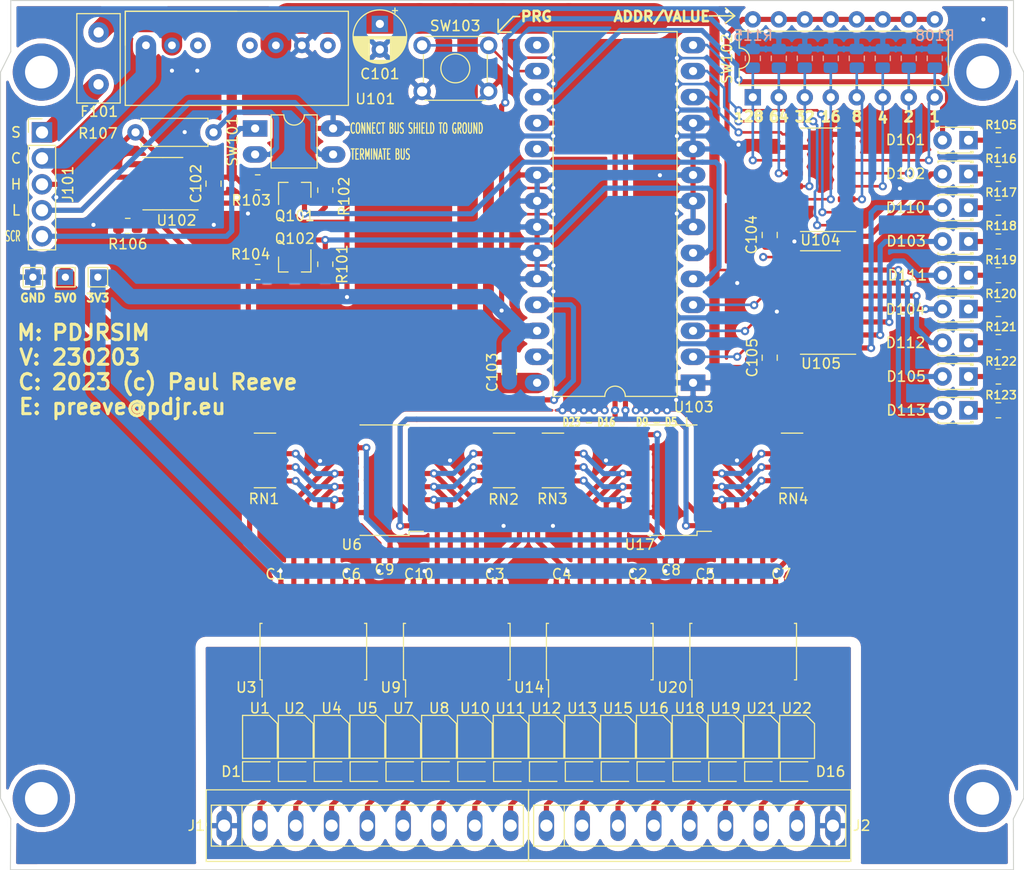
<source format=kicad_pcb>
(kicad_pcb (version 20171130) (host pcbnew "(5.1.9-0-10_14)")
  (title_block (title "PDJRSIM - NMEA 2000 Switch Input Module") (date 2020-09-16) (rev 221101) (company "PDJR <preeve@pdjr.eu>"))
  (layers (0 F.Cu mixed) (31 B.Cu mixed) (34 B.Paste user) (35 F.Paste user) (36 B.SilkS user) (37 F.SilkS user) (38 B.Mask user) (39 F.Mask user) (44 Edge.Cuts user))
  (net 0 "")
  (net 1 GND)
  (net 2 +5V)
  (net 3 /CAN_TX)
  (net 4 /CAN_RX)
  (net 5 /PRG)
  (net 6 +3V3)
  (net 7 /SIPO_LATCH)
  (net 8 /SIPO_CLOCK)
  (net 9 /SIPO_DATA)
  (net 10 /PISO_CP)
  (net 11 /PISO_PL)
  (net 12 /PISO_Q7)
  (net 13 /D23)
  (net 14 /D17)
  (net 15 /D16)
  (net 16 "Net-(D101-Pad2)")
  (net 17 "Net-(D101-Pad1)")
  (net 18 "Net-(D102-Pad2)")
  (net 19 "Net-(D102-Pad1)")
  (net 20 "Net-(D103-Pad2)")
  (net 21 "Net-(D103-Pad1)")
  (net 22 "Net-(D104-Pad2)")
  (net 23 "Net-(D104-Pad1)")
  (net 24 "Net-(D105-Pad2)")
  (net 25 "Net-(D105-Pad1)")
  (net 26 "Net-(D110-Pad2)")
  (net 27 "Net-(D110-Pad1)")
  (net 28 "Net-(D111-Pad2)")
  (net 29 "Net-(D111-Pad1)")
  (net 30 "Net-(D112-Pad2)")
  (net 31 "Net-(D112-Pad1)")
  (net 32 "Net-(D113-Pad2)")
  (net 33 "Net-(D113-Pad1)")
  (net 34 "Net-(F101-Pad2)")
  (net 35 "Net-(F101-Pad1)")
  (net 36 "Net-(J101-Pad5)")
  (net 37 "Net-(J101-Pad4)")
  (net 38 "Net-(J101-Pad3)")
  (net 39 "Net-(J101-Pad2)")
  (net 40 "Net-(Q101-Pad3)")
  (net 41 "Net-(Q102-Pad3)")
  (net 42 "Net-(R106-Pad2)")
  (net 43 "Net-(R107-Pad2)")
  (net 44 "Net-(R108-Pad1)")
  (net 45 "Net-(R109-Pad1)")
  (net 46 "Net-(R110-Pad1)")
  (net 47 "Net-(R111-Pad1)")
  (net 48 "Net-(R112-Pad1)")
  (net 49 "Net-(R113-Pad1)")
  (net 50 "Net-(R114-Pad1)")
  (net 51 "Net-(R115-Pad1)")
  (net 52 "Net-(U102-Pad5)")
  (net 53 "Net-(U103-Pad15)")
  (net 54 "Net-(U104-Pad7)")
  (net 55 "Net-(U105-Pad9)")
  (net 56 "Net-(J1-Pad1)")
  (net 57 "Net-(RN1-Pad4)")
  (net 58 "Net-(RN1-Pad3)")
  (net 59 "Net-(RN1-Pad2)")
  (net 60 "Net-(RN2-Pad4)")
  (net 61 "Net-(RN2-Pad3)")
  (net 62 "Net-(RN2-Pad2)")
  (net 63 "Net-(RN3-Pad4)")
  (net 64 "Net-(RN3-Pad3)")
  (net 65 "Net-(RN3-Pad2)")
  (net 66 "Net-(RN4-Pad4)")
  (net 67 "Net-(RN4-Pad3)")
  (net 68 "Net-(RN4-Pad2)")
  (net 69 "Net-(U3-Pad7)")
  (net 70 "Net-(U3-Pad5)")
  (net 71 "Net-(U17-Pad9)")
  (net 72 "Net-(U14-Pad7)")
  (net 73 "Net-(U14-Pad5)")
  (net 74 "Net-(U17-Pad7)")
  (net 75 "Net-(U20-Pad7)")
  (net 76 "Net-(U20-Pad5)")
  (net 77 "Net-(RN1-Pad1)")
  (net 78 "Net-(RN2-Pad1)")
  (net 79 "Net-(RN3-Pad1)")
  (net 80 "Net-(RN4-Pad1)")
  (net 81 "Net-(U6-Pad7)")
  (net 82 "Net-(U1-Pad2)")
  (net 83 "Net-(U2-Pad2)")
  (net 84 "Net-(U7-Pad2)")
  (net 85 "Net-(U8-Pad2)")
  (net 86 "Net-(U11-Pad2)")
  (net 87 "Net-(U10-Pad2)")
  (net 88 "Net-(U12-Pad2)")
  (net 89 "Net-(U13-Pad2)")
  (net 90 "Net-(U18-Pad2)")
  (net 91 "Net-(U19-Pad2)")
  (net 92 "Net-(U1-Pad6)")
  (net 93 "Net-(U2-Pad6)")
  (net 94 "Net-(U4-Pad6)")
  (net 95 "Net-(U5-Pad6)")
  (net 96 "Net-(U7-Pad6)")
  (net 97 "Net-(U8-Pad6)")
  (net 98 "Net-(U10-Pad6)")
  (net 99 "Net-(U11-Pad6)")
  (net 100 "Net-(U12-Pad6)")
  (net 101 "Net-(U13-Pad6)")
  (net 102 "Net-(U15-Pad6)")
  (net 103 "Net-(U16-Pad6)")
  (net 104 "Net-(U18-Pad6)")
  (net 105 "Net-(U19-Pad6)")
  (net 106 "Net-(U21-Pad6)")
  (net 107 "Net-(U22-Pad6)")
  (net 108 "Net-(D1-Pad2)")
  (net 109 "Net-(D1-Pad1)")
  (net 110 "Net-(D2-Pad2)")
  (net 111 "Net-(D2-Pad1)")
  (net 112 "Net-(D3-Pad2)")
  (net 113 "Net-(D3-Pad1)")
  (net 114 "Net-(D4-Pad2)")
  (net 115 "Net-(D4-Pad1)")
  (net 116 "Net-(D5-Pad2)")
  (net 117 "Net-(D5-Pad1)")
  (net 118 "Net-(D6-Pad2)")
  (net 119 "Net-(D6-Pad1)")
  (net 120 "Net-(D7-Pad2)")
  (net 121 "Net-(D7-Pad1)")
  (net 122 "Net-(D8-Pad2)")
  (net 123 "Net-(D8-Pad1)")
  (net 124 "Net-(D9-Pad2)")
  (net 125 "Net-(D9-Pad1)")
  (net 126 "Net-(D10-Pad2)")
  (net 127 "Net-(D10-Pad1)")
  (net 128 "Net-(D11-Pad2)")
  (net 129 "Net-(D11-Pad1)")
  (net 130 "Net-(D12-Pad2)")
  (net 131 "Net-(D12-Pad1)")
  (net 132 "Net-(D13-Pad2)")
  (net 133 "Net-(D13-Pad1)")
  (net 134 "Net-(D14-Pad2)")
  (net 135 "Net-(D14-Pad1)")
  (net 136 "Net-(D15-Pad2)")
  (net 137 "Net-(D15-Pad1)")
  (net 138 "Net-(D16-Pad2)")
  (net 139 "Net-(D16-Pad1)")
  (module PDJR_Connectors:BCR401 (layer F.Cu) (at 210.4871 31.9092 180)
    (fp_text reference U22 (at 0.0352 2.8008 180) (layer F.SilkS))
    (fp_text value BCR401)
    (pad 3 smd rect (at 0.95 1.2 180) (size 0.5 0.8) (layers F.Cu F.Paste F.Mask) (net 75 "Net-(U20-Pad7)"))
    (pad 4 smd rect (at 0.95 -1.2 180) (size 0.5 0.8) (layers F.Cu F.Paste F.Mask) (net 139 "Net-(D16-Pad1)"))
    (pad 2 smd rect (at 0 1.2 180) (size 0.5 0.8) (layers F.Cu F.Paste F.Mask) (net 75 "Net-(U20-Pad7)"))
    (pad 5 smd rect (at 0 -1.2 180) (size 0.5 0.8) (layers F.Cu F.Paste F.Mask) (net 75 "Net-(U20-Pad7)"))
    (pad 1 smd rect (at -0.95 1.2 180) (size 0.5 0.8) (layers F.Cu F.Paste F.Mask) (net 56 "Net-(J1-Pad1)"))
    (pad 6 smd rect (at -0.95 -1.2 180) (size 0.5 0.8) (layers F.Cu F.Paste F.Mask) (net 107 "Net-(U22-Pad6)"))
  )
  (module PDJR_Connectors:BCR401 (layer F.Cu) (at 206.9871 31.9092 180)
    (fp_text reference U21 (at -0.0104 2.8008 180) (layer F.SilkS))
    (fp_text value BCR401)
    (pad 3 smd rect (at 0.95 1.2 180) (size 0.5 0.8) (layers F.Cu F.Paste F.Mask) (net 76 "Net-(U20-Pad5)"))
    (pad 4 smd rect (at 0.95 -1.2 180) (size 0.5 0.8) (layers F.Cu F.Paste F.Mask) (net 137 "Net-(D15-Pad1)"))
    (pad 2 smd rect (at 0 1.2 180) (size 0.5 0.8) (layers F.Cu F.Paste F.Mask) (net 76 "Net-(U20-Pad5)"))
    (pad 5 smd rect (at 0 -1.2 180) (size 0.5 0.8) (layers F.Cu F.Paste F.Mask) (net 76 "Net-(U20-Pad5)"))
    (pad 1 smd rect (at -0.95 1.2 180) (size 0.5 0.8) (layers F.Cu F.Paste F.Mask) (net 56 "Net-(J1-Pad1)"))
    (pad 6 smd rect (at -0.95 -1.2 180) (size 0.5 0.8) (layers F.Cu F.Paste F.Mask) (net 106 "Net-(U21-Pad6)"))
  )
  (module PDJR_Connectors:BCR401 (layer F.Cu) (at 203.4871 31.9092 180)
    (fp_text reference U19 (at -0.0052 2.8008 180) (layer F.SilkS))
    (fp_text value BCR401)
    (pad 3 smd rect (at 0.95 1.2 180) (size 0.5 0.8) (layers F.Cu F.Paste F.Mask) (net 91 "Net-(U19-Pad2)"))
    (pad 4 smd rect (at 0.95 -1.2 180) (size 0.5 0.8) (layers F.Cu F.Paste F.Mask) (net 135 "Net-(D14-Pad1)"))
    (pad 2 smd rect (at 0 1.2 180) (size 0.5 0.8) (layers F.Cu F.Paste F.Mask) (net 91 "Net-(U19-Pad2)"))
    (pad 5 smd rect (at 0 -1.2 180) (size 0.5 0.8) (layers F.Cu F.Paste F.Mask) (net 91 "Net-(U19-Pad2)"))
    (pad 1 smd rect (at -0.95 1.2 180) (size 0.5 0.8) (layers F.Cu F.Paste F.Mask) (net 56 "Net-(J1-Pad1)"))
    (pad 6 smd rect (at -0.95 -1.2 180) (size 0.5 0.8) (layers F.Cu F.Paste F.Mask) (net 105 "Net-(U19-Pad6)"))
  )
  (module PDJR_Connectors:BCR401 (layer F.Cu) (at 199.9871 31.9092 180)
    (fp_text reference U18 (at 0 2.8008 180) (layer F.SilkS))
    (fp_text value BCR401)
    (pad 3 smd rect (at 0.95 1.2 180) (size 0.5 0.8) (layers F.Cu F.Paste F.Mask) (net 90 "Net-(U18-Pad2)"))
    (pad 4 smd rect (at 0.95 -1.2 180) (size 0.5 0.8) (layers F.Cu F.Paste F.Mask) (net 133 "Net-(D13-Pad1)"))
    (pad 2 smd rect (at 0 1.2 180) (size 0.5 0.8) (layers F.Cu F.Paste F.Mask) (net 90 "Net-(U18-Pad2)"))
    (pad 5 smd rect (at 0 -1.2 180) (size 0.5 0.8) (layers F.Cu F.Paste F.Mask) (net 90 "Net-(U18-Pad2)"))
    (pad 1 smd rect (at -0.95 1.2 180) (size 0.5 0.8) (layers F.Cu F.Paste F.Mask) (net 56 "Net-(J1-Pad1)"))
    (pad 6 smd rect (at -0.95 -1.2 180) (size 0.5 0.8) (layers F.Cu F.Paste F.Mask) (net 104 "Net-(U18-Pad6)"))
  )
  (module PDJR_Connectors:BCR401 (layer F.Cu) (at 196.4871 31.9092 180)
    (fp_text reference U16 (at 0.0052 2.8008 180) (layer F.SilkS))
    (fp_text value BCR401)
    (pad 3 smd rect (at 0.95 1.2 180) (size 0.5 0.8) (layers F.Cu F.Paste F.Mask) (net 72 "Net-(U14-Pad7)"))
    (pad 4 smd rect (at 0.95 -1.2 180) (size 0.5 0.8) (layers F.Cu F.Paste F.Mask) (net 131 "Net-(D12-Pad1)"))
    (pad 2 smd rect (at 0 1.2 180) (size 0.5 0.8) (layers F.Cu F.Paste F.Mask) (net 72 "Net-(U14-Pad7)"))
    (pad 5 smd rect (at 0 -1.2 180) (size 0.5 0.8) (layers F.Cu F.Paste F.Mask) (net 72 "Net-(U14-Pad7)"))
    (pad 1 smd rect (at -0.95 1.2 180) (size 0.5 0.8) (layers F.Cu F.Paste F.Mask) (net 56 "Net-(J1-Pad1)"))
    (pad 6 smd rect (at -0.95 -1.2 180) (size 0.5 0.8) (layers F.Cu F.Paste F.Mask) (net 103 "Net-(U16-Pad6)"))
  )
  (module PDJR_Connectors:BCR401 (layer F.Cu) (at 192.9871 31.9092 180)
    (fp_text reference U15 (at 0.0104 2.8008 180) (layer F.SilkS))
    (fp_text value BCR401)
    (pad 3 smd rect (at 0.95 1.2 180) (size 0.5 0.8) (layers F.Cu F.Paste F.Mask) (net 73 "Net-(U14-Pad5)"))
    (pad 4 smd rect (at 0.95 -1.2 180) (size 0.5 0.8) (layers F.Cu F.Paste F.Mask) (net 129 "Net-(D11-Pad1)"))
    (pad 2 smd rect (at 0 1.2 180) (size 0.5 0.8) (layers F.Cu F.Paste F.Mask) (net 73 "Net-(U14-Pad5)"))
    (pad 5 smd rect (at 0 -1.2 180) (size 0.5 0.8) (layers F.Cu F.Paste F.Mask) (net 73 "Net-(U14-Pad5)"))
    (pad 1 smd rect (at -0.95 1.2 180) (size 0.5 0.8) (layers F.Cu F.Paste F.Mask) (net 56 "Net-(J1-Pad1)"))
    (pad 6 smd rect (at -0.95 -1.2 180) (size 0.5 0.8) (layers F.Cu F.Paste F.Mask) (net 102 "Net-(U15-Pad6)"))
  )
  (module PDJR_Connectors:BCR401 (layer F.Cu) (at 189.4871 31.9092 180)
    (fp_text reference U13 (at 0.0156 2.8008 180) (layer F.SilkS))
    (fp_text value BCR401)
    (pad 3 smd rect (at 0.95 1.2 180) (size 0.5 0.8) (layers F.Cu F.Paste F.Mask) (net 89 "Net-(U13-Pad2)"))
    (pad 4 smd rect (at 0.95 -1.2 180) (size 0.5 0.8) (layers F.Cu F.Paste F.Mask) (net 127 "Net-(D10-Pad1)"))
    (pad 2 smd rect (at 0 1.2 180) (size 0.5 0.8) (layers F.Cu F.Paste F.Mask) (net 89 "Net-(U13-Pad2)"))
    (pad 5 smd rect (at 0 -1.2 180) (size 0.5 0.8) (layers F.Cu F.Paste F.Mask) (net 89 "Net-(U13-Pad2)"))
    (pad 1 smd rect (at -0.95 1.2 180) (size 0.5 0.8) (layers F.Cu F.Paste F.Mask) (net 56 "Net-(J1-Pad1)"))
    (pad 6 smd rect (at -0.95 -1.2 180) (size 0.5 0.8) (layers F.Cu F.Paste F.Mask) (net 101 "Net-(U13-Pad6)"))
  )
  (module PDJR_Connectors:BCR401 (layer F.Cu) (at 185.9871 31.9092 180)
    (fp_text reference U12 (at 0.0208 2.8008 180) (layer F.SilkS))
    (fp_text value BCR401)
    (pad 3 smd rect (at 0.95 1.2 180) (size 0.5 0.8) (layers F.Cu F.Paste F.Mask) (net 88 "Net-(U12-Pad2)"))
    (pad 4 smd rect (at 0.95 -1.2 180) (size 0.5 0.8) (layers F.Cu F.Paste F.Mask) (net 125 "Net-(D9-Pad1)"))
    (pad 2 smd rect (at 0 1.2 180) (size 0.5 0.8) (layers F.Cu F.Paste F.Mask) (net 88 "Net-(U12-Pad2)"))
    (pad 5 smd rect (at 0 -1.2 180) (size 0.5 0.8) (layers F.Cu F.Paste F.Mask) (net 88 "Net-(U12-Pad2)"))
    (pad 1 smd rect (at -0.95 1.2 180) (size 0.5 0.8) (layers F.Cu F.Paste F.Mask) (net 56 "Net-(J1-Pad1)"))
    (pad 6 smd rect (at -0.95 -1.2 180) (size 0.5 0.8) (layers F.Cu F.Paste F.Mask) (net 100 "Net-(U12-Pad6)"))
  )
  (module PDJR_Connectors:BCR401 (layer F.Cu) (at 182.4911 31.9092 180)
    (fp_text reference U11 (at 0.03 2.8008 180) (layer F.SilkS))
    (fp_text value BCR401)
    (pad 3 smd rect (at 0.95 1.2 180) (size 0.5 0.8) (layers F.Cu F.Paste F.Mask) (net 86 "Net-(U11-Pad2)"))
    (pad 4 smd rect (at 0.95 -1.2 180) (size 0.5 0.8) (layers F.Cu F.Paste F.Mask) (net 123 "Net-(D8-Pad1)"))
    (pad 2 smd rect (at 0 1.2 180) (size 0.5 0.8) (layers F.Cu F.Paste F.Mask) (net 86 "Net-(U11-Pad2)"))
    (pad 5 smd rect (at 0 -1.2 180) (size 0.5 0.8) (layers F.Cu F.Paste F.Mask) (net 86 "Net-(U11-Pad2)"))
    (pad 1 smd rect (at -0.95 1.2 180) (size 0.5 0.8) (layers F.Cu F.Paste F.Mask) (net 56 "Net-(J1-Pad1)"))
    (pad 6 smd rect (at -0.95 -1.2 180) (size 0.5 0.8) (layers F.Cu F.Paste F.Mask) (net 99 "Net-(U11-Pad6)"))
  )
  (module PDJR_Connectors:BCR401 (layer F.Cu) (at 178.9911 31.9092 180)
    (fp_text reference U10 (at -0.0156 2.8008 180) (layer F.SilkS))
    (fp_text value BCR401)
    (pad 3 smd rect (at 0.95 1.2 180) (size 0.5 0.8) (layers F.Cu F.Paste F.Mask) (net 87 "Net-(U10-Pad2)"))
    (pad 4 smd rect (at 0.95 -1.2 180) (size 0.5 0.8) (layers F.Cu F.Paste F.Mask) (net 121 "Net-(D7-Pad1)"))
    (pad 2 smd rect (at 0 1.2 180) (size 0.5 0.8) (layers F.Cu F.Paste F.Mask) (net 87 "Net-(U10-Pad2)"))
    (pad 5 smd rect (at 0 -1.2 180) (size 0.5 0.8) (layers F.Cu F.Paste F.Mask) (net 87 "Net-(U10-Pad2)"))
    (pad 1 smd rect (at -0.95 1.2 180) (size 0.5 0.8) (layers F.Cu F.Paste F.Mask) (net 56 "Net-(J1-Pad1)"))
    (pad 6 smd rect (at -0.95 -1.2 180) (size 0.5 0.8) (layers F.Cu F.Paste F.Mask) (net 98 "Net-(U10-Pad6)"))
  )
  (module PDJR_Connectors:BCR401 (layer F.Cu) (at 175.4911 31.9092 180)
    (fp_text reference U8 (at -0.0104 2.8008 180) (layer F.SilkS))
    (fp_text value BCR401)
    (pad 3 smd rect (at 0.95 1.2 180) (size 0.5 0.8) (layers F.Cu F.Paste F.Mask) (net 85 "Net-(U8-Pad2)"))
    (pad 4 smd rect (at 0.95 -1.2 180) (size 0.5 0.8) (layers F.Cu F.Paste F.Mask) (net 119 "Net-(D6-Pad1)"))
    (pad 2 smd rect (at 0 1.2 180) (size 0.5 0.8) (layers F.Cu F.Paste F.Mask) (net 85 "Net-(U8-Pad2)"))
    (pad 5 smd rect (at 0 -1.2 180) (size 0.5 0.8) (layers F.Cu F.Paste F.Mask) (net 85 "Net-(U8-Pad2)"))
    (pad 1 smd rect (at -0.95 1.2 180) (size 0.5 0.8) (layers F.Cu F.Paste F.Mask) (net 56 "Net-(J1-Pad1)"))
    (pad 6 smd rect (at -0.95 -1.2 180) (size 0.5 0.8) (layers F.Cu F.Paste F.Mask) (net 97 "Net-(U8-Pad6)"))
  )
  (module PDJR_Connectors:BCR401 (layer F.Cu) (at 171.9911 31.9092 180)
    (fp_text reference U7 (at -0.0052 2.8008 180) (layer F.SilkS))
    (fp_text value BCR401)
    (pad 3 smd rect (at 0.95 1.2 180) (size 0.5 0.8) (layers F.Cu F.Paste F.Mask) (net 84 "Net-(U7-Pad2)"))
    (pad 4 smd rect (at 0.95 -1.2 180) (size 0.5 0.8) (layers F.Cu F.Paste F.Mask) (net 117 "Net-(D5-Pad1)"))
    (pad 2 smd rect (at 0 1.2 180) (size 0.5 0.8) (layers F.Cu F.Paste F.Mask) (net 84 "Net-(U7-Pad2)"))
    (pad 5 smd rect (at 0 -1.2 180) (size 0.5 0.8) (layers F.Cu F.Paste F.Mask) (net 84 "Net-(U7-Pad2)"))
    (pad 1 smd rect (at -0.95 1.2 180) (size 0.5 0.8) (layers F.Cu F.Paste F.Mask) (net 56 "Net-(J1-Pad1)"))
    (pad 6 smd rect (at -0.95 -1.2 180) (size 0.5 0.8) (layers F.Cu F.Paste F.Mask) (net 96 "Net-(U7-Pad6)"))
  )
  (module PDJR_Connectors:BCR401 (layer F.Cu) (at 168.4911 31.9024 180)
    (fp_text reference U5 (at 0 2.794 180) (layer F.SilkS))
    (fp_text value BCR401)
    (pad 3 smd rect (at 0.95 1.2 180) (size 0.5 0.8) (layers F.Cu F.Paste F.Mask) (net 69 "Net-(U3-Pad7)"))
    (pad 4 smd rect (at 0.95 -1.2 180) (size 0.5 0.8) (layers F.Cu F.Paste F.Mask) (net 115 "Net-(D4-Pad1)"))
    (pad 2 smd rect (at 0 1.2 180) (size 0.5 0.8) (layers F.Cu F.Paste F.Mask) (net 69 "Net-(U3-Pad7)"))
    (pad 5 smd rect (at 0 -1.2 180) (size 0.5 0.8) (layers F.Cu F.Paste F.Mask) (net 69 "Net-(U3-Pad7)"))
    (pad 1 smd rect (at -0.95 1.2 180) (size 0.5 0.8) (layers F.Cu F.Paste F.Mask) (net 56 "Net-(J1-Pad1)"))
    (pad 6 smd rect (at -0.95 -1.2 180) (size 0.5 0.8) (layers F.Cu F.Paste F.Mask) (net 95 "Net-(U5-Pad6)"))
  )
  (module PDJR_Connectors:BCR401 (layer F.Cu) (at 164.9911 31.9092 180)
    (fp_text reference U4 (at 0.0052 2.8008 180) (layer F.SilkS))
    (fp_text value BCR401)
    (pad 3 smd rect (at 0.95 1.2 180) (size 0.5 0.8) (layers F.Cu F.Paste F.Mask) (net 70 "Net-(U3-Pad5)"))
    (pad 4 smd rect (at 0.95 -1.2 180) (size 0.5 0.8) (layers F.Cu F.Paste F.Mask) (net 113 "Net-(D3-Pad1)"))
    (pad 2 smd rect (at 0 1.2 180) (size 0.5 0.8) (layers F.Cu F.Paste F.Mask) (net 70 "Net-(U3-Pad5)"))
    (pad 5 smd rect (at 0 -1.2 180) (size 0.5 0.8) (layers F.Cu F.Paste F.Mask) (net 70 "Net-(U3-Pad5)"))
    (pad 1 smd rect (at -0.95 1.2 180) (size 0.5 0.8) (layers F.Cu F.Paste F.Mask) (net 56 "Net-(J1-Pad1)"))
    (pad 6 smd rect (at -0.95 -1.2 180) (size 0.5 0.8) (layers F.Cu F.Paste F.Mask) (net 94 "Net-(U4-Pad6)"))
  )
  (module PDJR_Connectors:BCR401 (layer F.Cu) (at 157.9911 31.9092 180)
    (fp_text reference U1 (at 0.0156 2.8008 180) (layer F.SilkS))
    (fp_text value BCR401)
    (pad 3 smd rect (at 0.95 1.2 180) (size 0.5 0.8) (layers F.Cu F.Paste F.Mask) (net 82 "Net-(U1-Pad2)"))
    (pad 4 smd rect (at 0.95 -1.2 180) (size 0.5 0.8) (layers F.Cu F.Paste F.Mask) (net 109 "Net-(D1-Pad1)"))
    (pad 2 smd rect (at 0 1.2 180) (size 0.5 0.8) (layers F.Cu F.Paste F.Mask) (net 82 "Net-(U1-Pad2)"))
    (pad 5 smd rect (at 0 -1.2 180) (size 0.5 0.8) (layers F.Cu F.Paste F.Mask) (net 82 "Net-(U1-Pad2)"))
    (pad 1 smd rect (at -0.95 1.2 180) (size 0.5 0.8) (layers F.Cu F.Paste F.Mask) (net 56 "Net-(J1-Pad1)"))
    (pad 6 smd rect (at -0.95 -1.2 180) (size 0.5 0.8) (layers F.Cu F.Paste F.Mask) (net 92 "Net-(U1-Pad6)"))
  )
  (module PDJR_Connectors:897-1357-9-PIN-3-5-CONN (layer F.Cu) (at 199.9871 40.5892)
    (fp_text reference J2 (at 16.8148 0) (layer F.SilkS))
    (fp_text value Screw_Terminal_01x09)
    (pad 9 thru_hole oval (at 14 0) (size 1.5 3) (drill 1.2) (layers *.Cu *.Mask) (net 56 "Net-(J1-Pad1)"))
    (pad 8 thru_hole oval (at 10.5 0) (size 1.5 3) (drill 1.2) (layers *.Cu *.Mask) (net 138 "Net-(D16-Pad2)"))
    (pad 7 thru_hole oval (at 7 0) (size 1.5 3) (drill 1.2) (layers *.Cu *.Mask) (net 136 "Net-(D15-Pad2)"))
    (pad 6 thru_hole oval (at 3.5 0) (size 1.5 3) (drill 1.2) (layers *.Cu *.Mask) (net 134 "Net-(D14-Pad2)"))
    (pad 5 thru_hole oval (at 0 0) (size 1.5 3) (drill 1.2) (layers *.Cu *.Mask) (net 132 "Net-(D13-Pad2)"))
    (pad 4 thru_hole oval (at -3.5 0) (size 1.5 3) (drill 1.2) (layers *.Cu *.Mask) (net 130 "Net-(D12-Pad2)"))
    (pad 3 thru_hole oval (at -7 0) (size 1.5 3) (drill 1.2) (layers *.Cu *.Mask) (net 128 "Net-(D11-Pad2)"))
    (pad 2 thru_hole oval (at -10.5 0) (size 1.5 3) (drill 1.2) (layers *.Cu *.Mask) (net 126 "Net-(D10-Pad2)"))
    (pad 1 thru_hole oval (at -14 0) (size 1.5 3) (drill 1.2) (layers *.Cu *.Mask) (net 124 "Net-(D9-Pad2)"))
  )
  (module Diode_SMD:D_0805_2012Metric (layer F.Cu) (at 210.5304 35.306)
    (fp_text reference D16 (at 3.2235 0) (layer F.SilkS))
    (fp_text value D_Small)
    (pad 2 smd roundrect (at 0.9375 0) (size 0.975 1.4) (layers F.Cu F.Paste F.Mask) (net 138 "Net-(D16-Pad2)"))
    (pad 1 smd roundrect (at -0.9375 0) (size 0.975 1.4) (layers F.Cu F.Paste F.Mask) (net 139 "Net-(D16-Pad1)"))
  )
  (module Diode_SMD:D_0805_2012Metric (layer F.Cu) (at 207.0483 35.306)
    (fp_text reference D15 hide)
    (fp_text value D_Small)
    (pad 2 smd roundrect (at 0.9375 0) (size 0.975 1.4) (layers F.Cu F.Paste F.Mask) (net 136 "Net-(D15-Pad2)"))
    (pad 1 smd roundrect (at -0.9375 0) (size 0.975 1.4) (layers F.Cu F.Paste F.Mask) (net 137 "Net-(D15-Pad1)"))
  )
  (module Diode_SMD:D_0805_2012Metric (layer F.Cu) (at 203.5431 35.306)
    (fp_text reference D14 hide)
    (fp_text value D_Small)
    (pad 2 smd roundrect (at 0.9375 0) (size 0.975 1.4) (layers F.Cu F.Paste F.Mask) (net 134 "Net-(D14-Pad2)"))
    (pad 1 smd roundrect (at -0.9375 0) (size 0.975 1.4) (layers F.Cu F.Paste F.Mask) (net 135 "Net-(D14-Pad1)"))
  )
  (module Diode_SMD:D_0805_2012Metric (layer F.Cu) (at 200.0379 35.306)
    (fp_text reference D13 hide)
    (fp_text value D_Small)
    (pad 2 smd roundrect (at 0.9375 0) (size 0.975 1.4) (layers F.Cu F.Paste F.Mask) (net 132 "Net-(D13-Pad2)"))
    (pad 1 smd roundrect (at -0.9375 0) (size 0.975 1.4) (layers F.Cu F.Paste F.Mask) (net 133 "Net-(D13-Pad1)"))
  )
  (module Diode_SMD:D_0805_2012Metric (layer F.Cu) (at 196.5327 35.306)
    (fp_text reference D12 hide)
    (fp_text value D_Small)
    (pad 2 smd roundrect (at 0.9375 0) (size 0.975 1.4) (layers F.Cu F.Paste F.Mask) (net 130 "Net-(D12-Pad2)"))
    (pad 1 smd roundrect (at -0.9375 0) (size 0.975 1.4) (layers F.Cu F.Paste F.Mask) (net 131 "Net-(D12-Pad1)"))
  )
  (module Diode_SMD:D_0805_2012Metric (layer F.Cu) (at 193.0275 35.306)
    (fp_text reference D11 hide)
    (fp_text value D_Small)
    (pad 2 smd roundrect (at 0.9375 0) (size 0.975 1.4) (layers F.Cu F.Paste F.Mask) (net 128 "Net-(D11-Pad2)"))
    (pad 1 smd roundrect (at -0.9375 0) (size 0.975 1.4) (layers F.Cu F.Paste F.Mask) (net 129 "Net-(D11-Pad1)"))
  )
  (module Diode_SMD:D_0805_2012Metric (layer F.Cu) (at 189.5223 35.306)
    (fp_text reference D10 hide)
    (fp_text value D_Small)
    (pad 2 smd roundrect (at 0.9375 0) (size 0.975 1.4) (layers F.Cu F.Paste F.Mask) (net 126 "Net-(D10-Pad2)"))
    (pad 1 smd roundrect (at -0.9375 0) (size 0.975 1.4) (layers F.Cu F.Paste F.Mask) (net 127 "Net-(D10-Pad1)"))
  )
  (module Diode_SMD:D_0805_2012Metric (layer F.Cu) (at 186.0171 35.306)
    (fp_text reference D9 hide)
    (fp_text value D_Small)
    (pad 2 smd roundrect (at 0.9375 0) (size 0.975 1.4) (layers F.Cu F.Paste F.Mask) (net 124 "Net-(D9-Pad2)"))
    (pad 1 smd roundrect (at -0.9375 0) (size 0.975 1.4) (layers F.Cu F.Paste F.Mask) (net 125 "Net-(D9-Pad1)"))
  )
  (module Diode_SMD:D_0805_2012Metric (layer F.Cu) (at 182.5119 35.306)
    (fp_text reference D8 hide)
    (fp_text value D_Small)
    (pad 2 smd roundrect (at 0.9375 0) (size 0.975 1.4) (layers F.Cu F.Paste F.Mask) (net 122 "Net-(D8-Pad2)"))
    (pad 1 smd roundrect (at -0.9375 0) (size 0.975 1.4) (layers F.Cu F.Paste F.Mask) (net 123 "Net-(D8-Pad1)"))
  )
  (module Diode_SMD:D_0805_2012Metric (layer F.Cu) (at 179.0067 35.306)
    (fp_text reference D7 hide)
    (fp_text value D_Small)
    (pad 2 smd roundrect (at 0.9375 0) (size 0.975 1.4) (layers F.Cu F.Paste F.Mask) (net 120 "Net-(D7-Pad2)"))
    (pad 1 smd roundrect (at -0.9375 0) (size 0.975 1.4) (layers F.Cu F.Paste F.Mask) (net 121 "Net-(D7-Pad1)"))
  )
  (module Diode_SMD:D_0805_2012Metric (layer F.Cu) (at 175.5015 35.306)
    (fp_text reference D6 hide)
    (fp_text value D_Small)
    (pad 2 smd roundrect (at 0.9375 0) (size 0.975 1.4) (layers F.Cu F.Paste F.Mask) (net 118 "Net-(D6-Pad2)"))
    (pad 1 smd roundrect (at -0.9375 0) (size 0.975 1.4) (layers F.Cu F.Paste F.Mask) (net 119 "Net-(D6-Pad1)"))
  )
  (module Diode_SMD:D_0805_2012Metric (layer F.Cu) (at 171.9963 35.306)
    (fp_text reference D5 hide)
    (fp_text value D_Small)
    (pad 2 smd roundrect (at 0.9375 0) (size 0.975 1.4) (layers F.Cu F.Paste F.Mask) (net 116 "Net-(D5-Pad2)"))
    (pad 1 smd roundrect (at -0.9375 0) (size 0.975 1.4) (layers F.Cu F.Paste F.Mask) (net 117 "Net-(D5-Pad1)"))
  )
  (module Diode_SMD:D_0805_2012Metric (layer F.Cu) (at 168.4911 35.306)
    (fp_text reference D4 hide)
    (fp_text value D_Small)
    (pad 2 smd roundrect (at 0.9375 0) (size 0.975 1.4) (layers F.Cu F.Paste F.Mask) (net 114 "Net-(D4-Pad2)"))
    (pad 1 smd roundrect (at -0.9375 0) (size 0.975 1.4) (layers F.Cu F.Paste F.Mask) (net 115 "Net-(D4-Pad1)"))
  )
  (module Diode_SMD:D_0805_2012Metric (layer F.Cu) (at 164.9859 35.306)
    (fp_text reference D3 hide)
    (fp_text value D_Small)
    (pad 2 smd roundrect (at 0.9375 0) (size 0.975 1.4) (layers F.Cu F.Paste F.Mask) (net 112 "Net-(D3-Pad2)"))
    (pad 1 smd roundrect (at -0.9375 0) (size 0.975 1.4) (layers F.Cu F.Paste F.Mask) (net 113 "Net-(D3-Pad1)"))
  )
  (module Diode_SMD:D_0805_2012Metric (layer F.Cu) (at 161.4807 35.306)
    (fp_text reference D2 hide)
    (fp_text value D_Small)
    (pad 2 smd roundrect (at 0.9375 0) (size 0.975 1.4) (layers F.Cu F.Paste F.Mask) (net 110 "Net-(D2-Pad2)"))
    (pad 1 smd roundrect (at -0.9375 0) (size 0.975 1.4) (layers F.Cu F.Paste F.Mask) (net 111 "Net-(D2-Pad1)"))
  )
  (module Diode_SMD:D_0805_2012Metric (layer F.Cu) (at 157.9755 35.306)
    (fp_text reference D1 (at -2.794 0) (layer F.SilkS))
    (fp_text value D_Small)
    (pad 2 smd roundrect (at 0.9375 0) (size 0.975 1.4) (layers F.Cu F.Paste F.Mask) (net 108 "Net-(D1-Pad2)"))
    (pad 1 smd roundrect (at -0.9375 0) (size 0.975 1.4) (layers F.Cu F.Paste F.Mask) (net 109 "Net-(D1-Pad1)"))
  )
  (module Package_SO:SOP-16_4.4x10.4mm_P1.27mm (layer F.Cu) (at 198.3107 6.8072 180)
    (fp_text reference U17 (at 3.2004 -6.2992) (layer F.SilkS))
    (fp_text value 74LS165)
    (pad 16 smd rect (at 3.15 -4.45 180) (size 1.3 0.8) (layers F.Cu F.Paste F.Mask) (net 6 +3V3))
    (pad 15 smd rect (at 3.15 -3.17 180) (size 1.3 0.8) (layers F.Cu F.Paste F.Mask) (net 1 GND))
    (pad 14 smd rect (at 3.15 -1.91 180) (size 1.3 0.8) (layers F.Cu F.Paste F.Mask) (net 79 "Net-(RN3-Pad1)"))
    (pad 13 smd rect (at 3.15 -0.64 180) (size 1.3 0.8) (layers F.Cu F.Paste F.Mask) (net 65 "Net-(RN3-Pad2)"))
    (pad 12 smd rect (at 3.15 0.64 180) (size 1.3 0.8) (layers F.Cu F.Paste F.Mask) (net 64 "Net-(RN3-Pad3)"))
    (pad 11 smd rect (at 3.15 1.91 180) (size 1.3 0.8) (layers F.Cu F.Paste F.Mask) (net 63 "Net-(RN3-Pad4)"))
    (pad 10 smd rect (at 3.15 3.17 180) (size 1.3 0.8) (layers F.Cu F.Paste F.Mask) (net 1 GND))
    (pad 9 smd rect (at 3.15 4.45 180) (size 1.3 0.8) (layers F.Cu F.Paste F.Mask) (net 71 "Net-(U17-Pad9)"))
    (pad 8 smd rect (at -3.15 4.45 180) (size 1.3 0.8) (layers F.Cu F.Paste F.Mask) (net 1 GND))
    (pad 7 smd rect (at -3.15 3.17 180) (size 1.3 0.8) (layers F.Cu F.Paste F.Mask) (net 74 "Net-(U17-Pad7)"))
    (pad 6 smd rect (at -3.15 1.91 180) (size 1.3 0.8) (layers F.Cu F.Paste F.Mask) (net 80 "Net-(RN4-Pad1)"))
    (pad 5 smd rect (at -3.15 0.64 180) (size 1.3 0.8) (layers F.Cu F.Paste F.Mask) (net 68 "Net-(RN4-Pad2)"))
    (pad 4 smd rect (at -3.15 -0.64 180) (size 1.3 0.8) (layers F.Cu F.Paste F.Mask) (net 67 "Net-(RN4-Pad3)"))
    (pad 3 smd rect (at -3.15 -1.91 180) (size 1.3 0.8) (layers F.Cu F.Paste F.Mask) (net 66 "Net-(RN4-Pad4)"))
    (pad 2 smd rect (at -3.15 -3.17 180) (size 1.3 0.8) (layers F.Cu F.Paste F.Mask) (net 14 /D17))
    (pad 1 smd rect (at -3.15 -4.45 180) (size 1.3 0.8) (layers F.Cu F.Paste F.Mask) (net 15 /D16))
  )
  (module PDJR_Connectors:BCR401 (layer F.Cu) (at 161.4911 31.9092 180)
    (fp_text reference U2 (at 0.142 2.7872 180) (layer F.SilkS))
    (fp_text value BCR401)
    (pad 3 smd rect (at 0.95 1.2 180) (size 0.5 0.8) (layers F.Cu F.Paste F.Mask) (net 83 "Net-(U2-Pad2)"))
    (pad 4 smd rect (at 0.95 -1.2 180) (size 0.5 0.8) (layers F.Cu F.Paste F.Mask) (net 111 "Net-(D2-Pad1)"))
    (pad 2 smd rect (at 0 1.2 180) (size 0.5 0.8) (layers F.Cu F.Paste F.Mask) (net 83 "Net-(U2-Pad2)"))
    (pad 5 smd rect (at 0 -1.2 180) (size 0.5 0.8) (layers F.Cu F.Paste F.Mask) (net 83 "Net-(U2-Pad2)"))
    (pad 1 smd rect (at -0.95 1.2 180) (size 0.5 0.8) (layers F.Cu F.Paste F.Mask) (net 56 "Net-(J1-Pad1)"))
    (pad 6 smd rect (at -0.95 -1.2 180) (size 0.5 0.8) (layers F.Cu F.Paste F.Mask) (net 93 "Net-(U2-Pad6)"))
  )
  (module PDJR_Connectors:897-1357-9-PIN-3-5-CONN (layer F.Cu) (at 168.4911 40.5892)
    (fp_text reference J1 (at -16.7132 0) (layer F.SilkS))
    (fp_text value Screw_Terminal_01x09)
    (pad 9 thru_hole oval (at 14 0) (size 1.5 3) (drill 1.2) (layers *.Cu *.Mask) (net 122 "Net-(D8-Pad2)"))
    (pad 8 thru_hole oval (at 10.5 0) (size 1.5 3) (drill 1.2) (layers *.Cu *.Mask) (net 120 "Net-(D7-Pad2)"))
    (pad 7 thru_hole oval (at 7 0) (size 1.5 3) (drill 1.2) (layers *.Cu *.Mask) (net 118 "Net-(D6-Pad2)"))
    (pad 6 thru_hole oval (at 3.5 0) (size 1.5 3) (drill 1.2) (layers *.Cu *.Mask) (net 116 "Net-(D5-Pad2)"))
    (pad 5 thru_hole oval (at 0 0) (size 1.5 3) (drill 1.2) (layers *.Cu *.Mask) (net 114 "Net-(D4-Pad2)"))
    (pad 4 thru_hole oval (at -3.5 0) (size 1.5 3) (drill 1.2) (layers *.Cu *.Mask) (net 112 "Net-(D3-Pad2)"))
    (pad 3 thru_hole oval (at -7 0) (size 1.5 3) (drill 1.2) (layers *.Cu *.Mask) (net 110 "Net-(D2-Pad2)"))
    (pad 2 thru_hole oval (at -10.5 0) (size 1.5 3) (drill 1.2) (layers *.Cu *.Mask) (net 108 "Net-(D1-Pad2)"))
    (pad 1 thru_hole oval (at -14 0) (size 1.5 3) (drill 1.2) (layers *.Cu *.Mask) (net 56 "Net-(J1-Pad1)"))
  )
  (module Package_SO:SO-16_5.3x10.2mm_P1.27mm (layer F.Cu) (at 205.2195 23.5712 90)
    (fp_text reference U20 (at -3.5052 -6.9088 180) (layer F.SilkS))
    (fp_text value ASCL-6400)
    (pad 16 smd roundrect (at 3.4625 -4.445 90) (size 1.975 0.6) (layers F.Cu F.Paste F.Mask) (net 1 GND))
    (pad 15 smd roundrect (at 3.4625 -3.175 90) (size 1.975 0.6) (layers F.Cu F.Paste F.Mask) (net 6 +3V3))
    (pad 14 smd roundrect (at 3.4625 -1.905 90) (size 1.975 0.6) (layers F.Cu F.Paste F.Mask) (net 66 "Net-(RN4-Pad4)"))
    (pad 13 smd roundrect (at 3.4625 -0.635 90) (size 1.975 0.6) (layers F.Cu F.Paste F.Mask) (net 67 "Net-(RN4-Pad3)"))
    (pad 12 smd roundrect (at 3.4625 0.635 90) (size 1.975 0.6) (layers F.Cu F.Paste F.Mask) (net 68 "Net-(RN4-Pad2)"))
    (pad 11 smd roundrect (at 3.4625 1.905 90) (size 1.975 0.6) (layers F.Cu F.Paste F.Mask) (net 80 "Net-(RN4-Pad1)"))
    (pad 10 smd roundrect (at 3.4625 3.175 90) (size 1.975 0.6) (layers F.Cu F.Paste F.Mask) (net 6 +3V3))
    (pad 9 smd roundrect (at 3.4625 4.445 90) (size 1.975 0.6) (layers F.Cu F.Paste F.Mask) (net 1 GND))
    (pad 8 smd roundrect (at -3.4625 4.445 90) (size 1.975 0.6) (layers F.Cu F.Paste F.Mask) (net 56 "Net-(J1-Pad1)"))
    (pad 7 smd roundrect (at -3.4625 3.175 90) (size 1.975 0.6) (layers F.Cu F.Paste F.Mask) (net 75 "Net-(U20-Pad7)"))
    (pad 6 smd roundrect (at -3.4625 1.905 90) (size 1.975 0.6) (layers F.Cu F.Paste F.Mask) (net 56 "Net-(J1-Pad1)"))
    (pad 5 smd roundrect (at -3.4625 0.635 90) (size 1.975 0.6) (layers F.Cu F.Paste F.Mask) (net 76 "Net-(U20-Pad5)"))
    (pad 4 smd roundrect (at -3.4625 -0.635 90) (size 1.975 0.6) (layers F.Cu F.Paste F.Mask) (net 56 "Net-(J1-Pad1)"))
    (pad 3 smd roundrect (at -3.4625 -1.905 90) (size 1.975 0.6) (layers F.Cu F.Paste F.Mask) (net 91 "Net-(U19-Pad2)"))
    (pad 2 smd roundrect (at -3.4625 -3.175 90) (size 1.975 0.6) (layers F.Cu F.Paste F.Mask) (net 56 "Net-(J1-Pad1)"))
    (pad 1 smd roundrect (at -3.4625 -4.445 90) (size 1.975 0.6) (layers F.Cu F.Paste F.Mask) (net 90 "Net-(U18-Pad2)"))
  )
  (module Package_SO:SO-16_5.3x10.2mm_P1.27mm (layer F.Cu) (at 191.1987 23.5712 90)
    (fp_text reference U14 (at -3.5052 -6.9088 180) (layer F.SilkS))
    (fp_text value ASCL-6400)
    (pad 16 smd roundrect (at 3.4625 -4.445 90) (size 1.975 0.6) (layers F.Cu F.Paste F.Mask) (net 1 GND))
    (pad 15 smd roundrect (at 3.4625 -3.175 90) (size 1.975 0.6) (layers F.Cu F.Paste F.Mask) (net 6 +3V3))
    (pad 14 smd roundrect (at 3.4625 -1.905 90) (size 1.975 0.6) (layers F.Cu F.Paste F.Mask) (net 63 "Net-(RN3-Pad4)"))
    (pad 13 smd roundrect (at 3.4625 -0.635 90) (size 1.975 0.6) (layers F.Cu F.Paste F.Mask) (net 64 "Net-(RN3-Pad3)"))
    (pad 12 smd roundrect (at 3.4625 0.635 90) (size 1.975 0.6) (layers F.Cu F.Paste F.Mask) (net 65 "Net-(RN3-Pad2)"))
    (pad 11 smd roundrect (at 3.4625 1.905 90) (size 1.975 0.6) (layers F.Cu F.Paste F.Mask) (net 79 "Net-(RN3-Pad1)"))
    (pad 10 smd roundrect (at 3.4625 3.175 90) (size 1.975 0.6) (layers F.Cu F.Paste F.Mask) (net 6 +3V3))
    (pad 9 smd roundrect (at 3.4625 4.445 90) (size 1.975 0.6) (layers F.Cu F.Paste F.Mask) (net 1 GND))
    (pad 8 smd roundrect (at -3.4625 4.445 90) (size 1.975 0.6) (layers F.Cu F.Paste F.Mask) (net 56 "Net-(J1-Pad1)"))
    (pad 7 smd roundrect (at -3.4625 3.175 90) (size 1.975 0.6) (layers F.Cu F.Paste F.Mask) (net 72 "Net-(U14-Pad7)"))
    (pad 6 smd roundrect (at -3.4625 1.905 90) (size 1.975 0.6) (layers F.Cu F.Paste F.Mask) (net 56 "Net-(J1-Pad1)"))
    (pad 5 smd roundrect (at -3.4625 0.635 90) (size 1.975 0.6) (layers F.Cu F.Paste F.Mask) (net 73 "Net-(U14-Pad5)"))
    (pad 4 smd roundrect (at -3.4625 -0.635 90) (size 1.975 0.6) (layers F.Cu F.Paste F.Mask) (net 56 "Net-(J1-Pad1)"))
    (pad 3 smd roundrect (at -3.4625 -1.905 90) (size 1.975 0.6) (layers F.Cu F.Paste F.Mask) (net 89 "Net-(U13-Pad2)"))
    (pad 2 smd roundrect (at -3.4625 -3.175 90) (size 1.975 0.6) (layers F.Cu F.Paste F.Mask) (net 56 "Net-(J1-Pad1)"))
    (pad 1 smd roundrect (at -3.4625 -4.445 90) (size 1.975 0.6) (layers F.Cu F.Paste F.Mask) (net 88 "Net-(U12-Pad2)"))
  )
  (module Resistor_SMD:R_Array_Convex_4x1206 (layer F.Cu) (at 209.9974 4.8768)
    (fp_text reference RN4 (at 0.0989 3.7592) (layer F.SilkS))
    (fp_text value 4K)
    (pad 6 smd rect (at 1.5 0.66) (size 0.9 0.9) (layers F.Cu F.Paste F.Mask) (net 6 +3V3))
    (pad 5 smd rect (at 1.5 2) (size 0.9 0.9) (layers F.Cu F.Paste F.Mask) (net 6 +3V3))
    (pad 8 smd rect (at 1.5 -2) (size 0.9 0.9) (layers F.Cu F.Paste F.Mask) (net 6 +3V3))
    (pad 7 smd rect (at 1.5 -0.66) (size 0.9 0.9) (layers F.Cu F.Paste F.Mask) (net 6 +3V3))
    (pad 3 smd rect (at -1.5 0.66) (size 0.9 0.9) (layers F.Cu F.Paste F.Mask) (net 67 "Net-(RN4-Pad3)"))
    (pad 2 smd rect (at -1.5 -0.66) (size 0.9 0.9) (layers F.Cu F.Paste F.Mask) (net 68 "Net-(RN4-Pad2)"))
    (pad 4 smd rect (at -1.5 2) (size 0.9 0.9) (layers F.Cu F.Paste F.Mask) (net 66 "Net-(RN4-Pad4)"))
    (pad 1 smd rect (at -1.5 -2) (size 0.9 0.9) (layers F.Cu F.Paste F.Mask) (net 80 "Net-(RN4-Pad1)"))
  )
  (module Resistor_SMD:R_Array_Convex_4x1206 (layer F.Cu) (at 186.6267 4.8768 180)
    (fp_text reference RN3 (at 0.0508 -3.7592) (layer F.SilkS))
    (fp_text value 4K)
    (pad 6 smd rect (at 1.5 0.66 180) (size 0.9 0.9) (layers F.Cu F.Paste F.Mask) (net 6 +3V3))
    (pad 5 smd rect (at 1.5 2 180) (size 0.9 0.9) (layers F.Cu F.Paste F.Mask) (net 6 +3V3))
    (pad 8 smd rect (at 1.5 -2 180) (size 0.9 0.9) (layers F.Cu F.Paste F.Mask) (net 6 +3V3))
    (pad 7 smd rect (at 1.5 -0.66 180) (size 0.9 0.9) (layers F.Cu F.Paste F.Mask) (net 6 +3V3))
    (pad 3 smd rect (at -1.5 0.66 180) (size 0.9 0.9) (layers F.Cu F.Paste F.Mask) (net 64 "Net-(RN3-Pad3)"))
    (pad 2 smd rect (at -1.5 -0.66 180) (size 0.9 0.9) (layers F.Cu F.Paste F.Mask) (net 65 "Net-(RN3-Pad2)"))
    (pad 4 smd rect (at -1.5 2 180) (size 0.9 0.9) (layers F.Cu F.Paste F.Mask) (net 63 "Net-(RN3-Pad4)"))
    (pad 1 smd rect (at -1.5 -2 180) (size 0.9 0.9) (layers F.Cu F.Paste F.Mask) (net 79 "Net-(RN3-Pad1)"))
  )
  (module Resistor_SMD:R_Array_Convex_4x1206 (layer F.Cu) (at 181.8515 4.8768)
    (fp_text reference RN2 (at -0.0508 3.81) (layer F.SilkS))
    (fp_text value 4K)
    (pad 6 smd rect (at 1.5 0.66) (size 0.9 0.9) (layers F.Cu F.Paste F.Mask) (net 6 +3V3))
    (pad 5 smd rect (at 1.5 2) (size 0.9 0.9) (layers F.Cu F.Paste F.Mask) (net 6 +3V3))
    (pad 8 smd rect (at 1.5 -2) (size 0.9 0.9) (layers F.Cu F.Paste F.Mask) (net 6 +3V3))
    (pad 7 smd rect (at 1.5 -0.66) (size 0.9 0.9) (layers F.Cu F.Paste F.Mask) (net 6 +3V3))
    (pad 3 smd rect (at -1.5 0.66) (size 0.9 0.9) (layers F.Cu F.Paste F.Mask) (net 61 "Net-(RN2-Pad3)"))
    (pad 2 smd rect (at -1.5 -0.66) (size 0.9 0.9) (layers F.Cu F.Paste F.Mask) (net 62 "Net-(RN2-Pad2)"))
    (pad 4 smd rect (at -1.5 2) (size 0.9 0.9) (layers F.Cu F.Paste F.Mask) (net 60 "Net-(RN2-Pad4)"))
    (pad 1 smd rect (at -1.5 -2) (size 0.9 0.9) (layers F.Cu F.Paste F.Mask) (net 78 "Net-(RN2-Pad1)"))
  )
  (module Capacitor_SMD:C_0504_1310Metric (layer F.Cu) (at 180.9371 17.4752)
    (fp_text reference C3 (at 0 -1.4732) (layer F.SilkS))
    (fp_text value 100nF)
    (pad 2 smd roundrect (at 0.54 0) (size 0.66 1.28) (layers F.Cu F.Paste F.Mask) (net 1 GND))
    (pad 1 smd roundrect (at -0.54 0) (size 0.66 1.28) (layers F.Cu F.Paste F.Mask) (net 6 +3V3))
  )
  (module Resistor_SMD:R_Array_Convex_4x1206 (layer F.Cu) (at 158.4835 4.8768 180)
    (fp_text reference RN1 (at 0.1016 -3.7592) (layer F.SilkS))
    (fp_text value 4K)
    (pad 6 smd rect (at 1.5 0.66 180) (size 0.9 0.9) (layers F.Cu F.Paste F.Mask) (net 6 +3V3))
    (pad 5 smd rect (at 1.5 2 180) (size 0.9 0.9) (layers F.Cu F.Paste F.Mask) (net 6 +3V3))
    (pad 8 smd rect (at 1.5 -2 180) (size 0.9 0.9) (layers F.Cu F.Paste F.Mask) (net 6 +3V3))
    (pad 7 smd rect (at 1.5 -0.66 180) (size 0.9 0.9) (layers F.Cu F.Paste F.Mask) (net 6 +3V3))
    (pad 3 smd rect (at -1.5 0.66 180) (size 0.9 0.9) (layers F.Cu F.Paste F.Mask) (net 58 "Net-(RN1-Pad3)"))
    (pad 2 smd rect (at -1.5 -0.66 180) (size 0.9 0.9) (layers F.Cu F.Paste F.Mask) (net 59 "Net-(RN1-Pad2)"))
    (pad 4 smd rect (at -1.5 2 180) (size 0.9 0.9) (layers F.Cu F.Paste F.Mask) (net 57 "Net-(RN1-Pad4)"))
    (pad 1 smd rect (at -1.5 -2 180) (size 0.9 0.9) (layers F.Cu F.Paste F.Mask) (net 77 "Net-(RN1-Pad1)"))
  )
  (module Package_SO:SO-16_5.3x10.2mm_P1.27mm (layer F.Cu) (at 163.2079 23.5712 90)
    (fp_text reference U3 (at -3.5052 -6.5532 180) (layer F.SilkS))
    (fp_text value ASCL-6400)
    (pad 16 smd roundrect (at 3.4625 -4.445 90) (size 1.975 0.6) (layers F.Cu F.Paste F.Mask) (net 1 GND))
    (pad 15 smd roundrect (at 3.4625 -3.175 90) (size 1.975 0.6) (layers F.Cu F.Paste F.Mask) (net 6 +3V3))
    (pad 14 smd roundrect (at 3.4625 -1.905 90) (size 1.975 0.6) (layers F.Cu F.Paste F.Mask) (net 57 "Net-(RN1-Pad4)"))
    (pad 13 smd roundrect (at 3.4625 -0.635 90) (size 1.975 0.6) (layers F.Cu F.Paste F.Mask) (net 58 "Net-(RN1-Pad3)"))
    (pad 12 smd roundrect (at 3.4625 0.635 90) (size 1.975 0.6) (layers F.Cu F.Paste F.Mask) (net 59 "Net-(RN1-Pad2)"))
    (pad 11 smd roundrect (at 3.4625 1.905 90) (size 1.975 0.6) (layers F.Cu F.Paste F.Mask) (net 77 "Net-(RN1-Pad1)"))
    (pad 10 smd roundrect (at 3.4625 3.175 90) (size 1.975 0.6) (layers F.Cu F.Paste F.Mask) (net 6 +3V3))
    (pad 9 smd roundrect (at 3.4625 4.445 90) (size 1.975 0.6) (layers F.Cu F.Paste F.Mask) (net 1 GND))
    (pad 8 smd roundrect (at -3.4625 4.445 90) (size 1.975 0.6) (layers F.Cu F.Paste F.Mask) (net 56 "Net-(J1-Pad1)"))
    (pad 7 smd roundrect (at -3.4625 3.175 90) (size 1.975 0.6) (layers F.Cu F.Paste F.Mask) (net 69 "Net-(U3-Pad7)"))
    (pad 6 smd roundrect (at -3.4625 1.905 90) (size 1.975 0.6) (layers F.Cu F.Paste F.Mask) (net 56 "Net-(J1-Pad1)"))
    (pad 5 smd roundrect (at -3.4625 0.635 90) (size 1.975 0.6) (layers F.Cu F.Paste F.Mask) (net 70 "Net-(U3-Pad5)"))
    (pad 4 smd roundrect (at -3.4625 -0.635 90) (size 1.975 0.6) (layers F.Cu F.Paste F.Mask) (net 56 "Net-(J1-Pad1)"))
    (pad 3 smd roundrect (at -3.4625 -1.905 90) (size 1.975 0.6) (layers F.Cu F.Paste F.Mask) (net 83 "Net-(U2-Pad2)"))
    (pad 2 smd roundrect (at -3.4625 -3.175 90) (size 1.975 0.6) (layers F.Cu F.Paste F.Mask) (net 56 "Net-(J1-Pad1)"))
    (pad 1 smd roundrect (at -3.4625 -4.445 90) (size 1.975 0.6) (layers F.Cu F.Paste F.Mask) (net 82 "Net-(U1-Pad2)"))
  )
  (module Capacitor_SMD:C_0504_1310Metric (layer F.Cu) (at 173.5203 17.4752 180)
    (fp_text reference C10 (at 0 1.4732) (layer F.SilkS))
    (fp_text value 100nF)
    (pad 2 smd roundrect (at 0.54 0 180) (size 0.66 1.28) (layers F.Cu F.Paste F.Mask) (net 1 GND))
    (pad 1 smd roundrect (at -0.54 0 180) (size 0.66 1.28) (layers F.Cu F.Paste F.Mask) (net 6 +3V3))
  )
  (module Capacitor_SMD:C_0504_1310Metric (layer F.Cu) (at 170.1675 13.9192)
    (fp_text reference C9 (at 0 1.6256) (layer F.SilkS))
    (fp_text value 100nF)
    (pad 2 smd roundrect (at 0.54 0) (size 0.66 1.28) (layers F.Cu F.Paste F.Mask) (net 1 GND))
    (pad 1 smd roundrect (at -0.54 0) (size 0.66 1.28) (layers F.Cu F.Paste F.Mask) (net 6 +3V3))
  )
  (module Capacitor_SMD:C_0504_1310Metric (layer F.Cu) (at 198.1583 13.9192)
    (fp_text reference C8 (at 0 1.6764) (layer F.SilkS))
    (fp_text value 100nF)
    (pad 2 smd roundrect (at 0.54 0) (size 0.66 1.28) (layers F.Cu F.Paste F.Mask) (net 1 GND))
    (pad 1 smd roundrect (at -0.54 0) (size 0.66 1.28) (layers F.Cu F.Paste F.Mask) (net 6 +3V3))
  )
  (module Capacitor_SMD:C_0504_1310Metric (layer F.Cu) (at 208.9279 17.4752)
    (fp_text reference C7 (at 0 -1.49) (layer F.SilkS))
    (fp_text value 100nF)
    (pad 2 smd roundrect (at 0.54 0) (size 0.66 1.28) (layers F.Cu F.Paste F.Mask) (net 1 GND))
    (pad 1 smd roundrect (at -0.54 0) (size 0.66 1.28) (layers F.Cu F.Paste F.Mask) (net 6 +3V3))
  )
  (module Capacitor_SMD:C_0504_1310Metric (layer F.Cu) (at 166.9163 17.4752)
    (fp_text reference C6 (at 0 -1.4732 180) (layer F.SilkS))
    (fp_text value 100nF)
    (pad 2 smd roundrect (at 0.54 0) (size 0.66 1.28) (layers F.Cu F.Paste F.Mask) (net 1 GND))
    (pad 1 smd roundrect (at -0.54 0) (size 0.66 1.28) (layers F.Cu F.Paste F.Mask) (net 6 +3V3))
  )
  (module Capacitor_SMD:C_0504_1310Metric (layer F.Cu) (at 201.5111 17.4752 180)
    (fp_text reference C5 (at 0 1.4732) (layer F.SilkS))
    (fp_text value 100nF)
    (pad 2 smd roundrect (at 0.54 0 180) (size 0.66 1.28) (layers F.Cu F.Paste F.Mask) (net 1 GND))
    (pad 1 smd roundrect (at -0.54 0 180) (size 0.66 1.28) (layers F.Cu F.Paste F.Mask) (net 6 +3V3))
  )
  (module Capacitor_SMD:C_0504_1310Metric (layer F.Cu) (at 187.4903 17.4752 180)
    (fp_text reference C4 (at 0 1.4732) (layer F.SilkS))
    (fp_text value 100nF)
    (pad 2 smd roundrect (at 0.54 0 180) (size 0.66 1.28) (layers F.Cu F.Paste F.Mask) (net 1 GND))
    (pad 1 smd roundrect (at -0.54 0 180) (size 0.66 1.28) (layers F.Cu F.Paste F.Mask) (net 6 +3V3))
  )
  (module Capacitor_SMD:C_0504_1310Metric (layer F.Cu) (at 194.9071 17.4752)
    (fp_text reference C2 (at 0 -1.4732) (layer F.SilkS))
    (fp_text value 100nF)
    (pad 2 smd roundrect (at 0.54 0) (size 0.66 1.28) (layers F.Cu F.Paste F.Mask) (net 1 GND))
    (pad 1 smd roundrect (at -0.54 0) (size 0.66 1.28) (layers F.Cu F.Paste F.Mask) (net 6 +3V3))
  )
  (module Capacitor_SMD:C_0504_1310Metric (layer F.Cu) (at 159.4995 17.4752 180)
    (fp_text reference C1 (at 0 1.4732) (layer F.SilkS))
    (fp_text value 100nF)
    (pad 2 smd roundrect (at 0.54 0 180) (size 0.66 1.28) (layers F.Cu F.Paste F.Mask) (net 1 GND))
    (pad 1 smd roundrect (at -0.54 0 180) (size 0.66 1.28) (layers F.Cu F.Paste F.Mask) (net 6 +3V3))
  )
  (module Package_SO:SO-16_5.3x10.2mm_P1.27mm (layer F.Cu) (at 177.2287 23.5712 90)
    (fp_text reference U9 (at -3.5052 -6.4516 180) (layer F.SilkS))
    (fp_text value ASCL-6400)
    (pad 16 smd roundrect (at 3.4625 -4.445 90) (size 1.975 0.6) (layers F.Cu F.Paste F.Mask) (net 1 GND))
    (pad 15 smd roundrect (at 3.4625 -3.175 90) (size 1.975 0.6) (layers F.Cu F.Paste F.Mask) (net 6 +3V3))
    (pad 14 smd roundrect (at 3.4625 -1.905 90) (size 1.975 0.6) (layers F.Cu F.Paste F.Mask) (net 60 "Net-(RN2-Pad4)"))
    (pad 13 smd roundrect (at 3.4625 -0.635 90) (size 1.975 0.6) (layers F.Cu F.Paste F.Mask) (net 61 "Net-(RN2-Pad3)"))
    (pad 12 smd roundrect (at 3.4625 0.635 90) (size 1.975 0.6) (layers F.Cu F.Paste F.Mask) (net 62 "Net-(RN2-Pad2)"))
    (pad 11 smd roundrect (at 3.4625 1.905 90) (size 1.975 0.6) (layers F.Cu F.Paste F.Mask) (net 78 "Net-(RN2-Pad1)"))
    (pad 10 smd roundrect (at 3.4625 3.175 90) (size 1.975 0.6) (layers F.Cu F.Paste F.Mask) (net 6 +3V3))
    (pad 9 smd roundrect (at 3.4625 4.445 90) (size 1.975 0.6) (layers F.Cu F.Paste F.Mask) (net 1 GND))
    (pad 8 smd roundrect (at -3.4625 4.445 90) (size 1.975 0.6) (layers F.Cu F.Paste F.Mask) (net 56 "Net-(J1-Pad1)"))
    (pad 7 smd roundrect (at -3.4625 3.175 90) (size 1.975 0.6) (layers F.Cu F.Paste F.Mask) (net 86 "Net-(U11-Pad2)"))
    (pad 6 smd roundrect (at -3.4625 1.905 90) (size 1.975 0.6) (layers F.Cu F.Paste F.Mask) (net 56 "Net-(J1-Pad1)"))
    (pad 5 smd roundrect (at -3.4625 0.635 90) (size 1.975 0.6) (layers F.Cu F.Paste F.Mask) (net 87 "Net-(U10-Pad2)"))
    (pad 4 smd roundrect (at -3.4625 -0.635 90) (size 1.975 0.6) (layers F.Cu F.Paste F.Mask) (net 56 "Net-(J1-Pad1)"))
    (pad 3 smd roundrect (at -3.4625 -1.905 90) (size 1.975 0.6) (layers F.Cu F.Paste F.Mask) (net 85 "Net-(U8-Pad2)"))
    (pad 2 smd roundrect (at -3.4625 -3.175 90) (size 1.975 0.6) (layers F.Cu F.Paste F.Mask) (net 56 "Net-(J1-Pad1)"))
    (pad 1 smd roundrect (at -3.4625 -4.445 90) (size 1.975 0.6) (layers F.Cu F.Paste F.Mask) (net 84 "Net-(U7-Pad2)"))
  )
  (module Package_SO:SOP-16_4.4x10.4mm_P1.27mm (layer F.Cu) (at 170.1675 6.8072 180)
    (fp_text reference U6 (at 3.2004 -6.2992) (layer F.SilkS))
    (fp_text value 74LS165)
    (pad 16 smd rect (at 3.15 -4.45 180) (size 1.3 0.8) (layers F.Cu F.Paste F.Mask) (net 6 +3V3))
    (pad 15 smd rect (at 3.15 -3.17 180) (size 1.3 0.8) (layers F.Cu F.Paste F.Mask) (net 1 GND))
    (pad 14 smd rect (at 3.15 -1.91 180) (size 1.3 0.8) (layers F.Cu F.Paste F.Mask) (net 77 "Net-(RN1-Pad1)"))
    (pad 13 smd rect (at 3.15 -0.64 180) (size 1.3 0.8) (layers F.Cu F.Paste F.Mask) (net 59 "Net-(RN1-Pad2)"))
    (pad 12 smd rect (at 3.15 0.64 180) (size 1.3 0.8) (layers F.Cu F.Paste F.Mask) (net 58 "Net-(RN1-Pad3)"))
    (pad 11 smd rect (at 3.15 1.91 180) (size 1.3 0.8) (layers F.Cu F.Paste F.Mask) (net 57 "Net-(RN1-Pad4)"))
    (pad 10 smd rect (at 3.15 3.17 180) (size 1.3 0.8) (layers F.Cu F.Paste F.Mask) (net 71 "Net-(U17-Pad9)"))
    (pad 9 smd rect (at 3.15 4.45 180) (size 1.3 0.8) (layers F.Cu F.Paste F.Mask) (net 13 /D23))
    (pad 8 smd rect (at -3.15 4.45 180) (size 1.3 0.8) (layers F.Cu F.Paste F.Mask) (net 1 GND))
    (pad 7 smd rect (at -3.15 3.17 180) (size 1.3 0.8) (layers F.Cu F.Paste F.Mask) (net 81 "Net-(U6-Pad7)"))
    (pad 6 smd rect (at -3.15 1.91 180) (size 1.3 0.8) (layers F.Cu F.Paste F.Mask) (net 78 "Net-(RN2-Pad1)"))
    (pad 5 smd rect (at -3.15 0.64 180) (size 1.3 0.8) (layers F.Cu F.Paste F.Mask) (net 62 "Net-(RN2-Pad2)"))
    (pad 4 smd rect (at -3.15 -0.64 180) (size 1.3 0.8) (layers F.Cu F.Paste F.Mask) (net 61 "Net-(RN2-Pad3)"))
    (pad 3 smd rect (at -3.15 -1.91 180) (size 1.3 0.8) (layers F.Cu F.Paste F.Mask) (net 60 "Net-(RN2-Pad4)"))
    (pad 2 smd rect (at -3.15 -3.17 180) (size 1.3 0.8) (layers F.Cu F.Paste F.Mask) (net 14 /D17))
    (pad 1 smd rect (at -3.15 -4.45 180) (size 1.3 0.8) (layers F.Cu F.Paste F.Mask) (net 15 /D16))
  )
  (module MountingHole:MountingHole_3.2mm_M3_DIN965_Pad_TopBottom (layer F.Cu) (at 136.6315 -33.097)
    (fp_text reference REF** hide)
    (fp_text value MountingHole_3.2mm_M3_DIN965_Pad_TopBottom)
    (pad 1 thru_hole circle (at 0 0) (size 3.6 3.6) (drill 3.2) (layers *.Cu *.Mask))
    (pad 1 connect circle (at 0 0) (size 5.6 5.6) (layers F.Cu F.Mask))
    (pad 1 connect circle (at 0 0) (size 5.6 5.6) (layers B.Cu B.Mask))
  )
  (module MountingHole:MountingHole_3.2mm_M3_DIN965_Pad_TopBottom (layer F.Cu) (at 228.6315 -33.097)
    (fp_text reference REF** hide)
    (fp_text value MountingHole_3.2mm_M3_DIN965_Pad_TopBottom)
    (pad 1 connect circle (at 0 0) (size 5.6 5.6) (layers B.Cu B.Mask))
    (pad 1 connect circle (at 0 0) (size 5.6 5.6) (layers F.Cu F.Mask))
    (pad 1 thru_hole circle (at 0 0) (size 3.6 3.6) (drill 3.2) (layers *.Cu *.Mask))
  )
  (module Resistor_SMD:R_0805_2012Metric (layer F.Cu) (at 157.7725 -13.5505 180)
    (fp_text reference R104 (at 0.6985 1.7395) (layer F.SilkS))
    (fp_text value "10K 0.125W")
    (pad 2 smd roundrect (at 0.9125 0 180) (size 1.025 1.4) (layers F.Cu F.Paste F.Mask) (roundrect_rratio 0.2439014634146341) (net 2 +5V))
    (pad 1 smd roundrect (at -0.9125 0 180) (size 1.025 1.4) (layers F.Cu F.Paste F.Mask) (roundrect_rratio 0.2439014634146341) (net 41 "Net-(Q102-Pad3)"))
  )
  (module Resistor_SMD:R_0805_2012Metric (layer F.Cu) (at 157.7725 -22.3135 180)
    (fp_text reference R103 (at 0.635 -1.753) (layer F.SilkS))
    (fp_text value "10K 0.125W")
    (pad 2 smd roundrect (at 0.9125 0 180) (size 1.025 1.4) (layers F.Cu F.Paste F.Mask) (roundrect_rratio 0.2439014634146341) (net 2 +5V))
    (pad 1 smd roundrect (at -0.9125 0 180) (size 1.025 1.4) (layers F.Cu F.Paste F.Mask) (roundrect_rratio 0.2439014634146341) (net 40 "Net-(Q101-Pad3)"))
  )
  (module Resistor_SMD:R_0805_2012Metric (layer F.Cu) (at 164.3765 -21.5515 90)
    (fp_text reference R102 (at -0.61 1.8415 270) (layer F.SilkS))
    (fp_text value "10K 0.125W")
    (pad 2 smd roundrect (at 0.9125 0 90) (size 1.025 1.4) (layers F.Cu F.Paste F.Mask) (roundrect_rratio 0.2439014634146341) (net 6 +3V3))
    (pad 1 smd roundrect (at -0.9125 0 90) (size 1.025 1.4) (layers F.Cu F.Paste F.Mask) (roundrect_rratio 0.2439014634146341) (net 3 /CAN_TX))
  )
  (module Resistor_SMD:R_0805_2012Metric (layer F.Cu) (at 164.3765 -14.3125 270)
    (fp_text reference R101 (at 0 -1.65 90) (layer F.SilkS))
    (fp_text value "10K 0.125W")
    (pad 2 smd roundrect (at 0.9125 0 270) (size 1.025 1.4) (layers F.Cu F.Paste F.Mask) (roundrect_rratio 0.2439014634146341) (net 6 +3V3))
    (pad 1 smd roundrect (at -0.9125 0 270) (size 1.025 1.4) (layers F.Cu F.Paste F.Mask) (roundrect_rratio 0.2439014634146341) (net 4 /CAN_RX))
  )
  (module Package_TO_SOT_SMD:SOT-23 (layer F.Cu) (at 161.392 -14.3125 270)
    (fp_text reference Q102 (at -2.5015 0 180) (layer F.SilkS))
    (fp_text value BSS138)
    (pad 3 smd rect (at 1 0 270) (size 0.9 0.8) (layers F.Cu F.Paste F.Mask) (net 41 "Net-(Q102-Pad3)"))
    (pad 2 smd rect (at -1 0.95 270) (size 0.9 0.8) (layers F.Cu F.Paste F.Mask) (net 4 /CAN_RX))
    (pad 1 smd rect (at -1 -0.95 270) (size 0.9 0.8) (layers F.Cu F.Paste F.Mask) (net 6 +3V3))
  )
  (module Package_TO_SOT_SMD:SOT-23 (layer F.Cu) (at 161.392 -21.5515 90)
    (fp_text reference Q101 (at -2.515 0 180) (layer F.SilkS))
    (fp_text value BSS138)
    (pad 3 smd rect (at 1 0 90) (size 0.9 0.8) (layers F.Cu F.Paste F.Mask) (net 40 "Net-(Q101-Pad3)"))
    (pad 2 smd rect (at -1 0.95 90) (size 0.9 0.8) (layers F.Cu F.Paste F.Mask) (net 3 /CAN_TX))
    (pad 1 smd rect (at -1 -0.95 90) (size 0.9 0.8) (layers F.Cu F.Paste F.Mask) (net 6 +3V3))
  )
  (module Package_DIP:DIP-16_W7.62mm (layer F.Cu) (at 206.1595 -30.632 90)
    (fp_text reference SW102 (at 3.7715 -2.54 270) (layer F.SilkS))
    (fp_text value ADDR/VALUE (at 7.899 -8.89 180) (layer F.SilkS) (effects (font (thickness 0.25))))
    (pad 16 thru_hole oval (at 7.62 0 90) (size 1.6 1.6) (drill 0.8) (layers *.Cu *.Mask) (net 6 +3V3))
    (pad 8 thru_hole oval (at 0 17.78 90) (size 1.6 1.6) (drill 0.8) (layers *.Cu *.Mask) (net 44 "Net-(R108-Pad1)"))
    (pad 15 thru_hole oval (at 7.62 2.54 90) (size 1.6 1.6) (drill 0.8) (layers *.Cu *.Mask) (net 6 +3V3))
    (pad 7 thru_hole oval (at 0 15.24 90) (size 1.6 1.6) (drill 0.8) (layers *.Cu *.Mask) (net 45 "Net-(R109-Pad1)"))
    (pad 14 thru_hole oval (at 7.62 5.08 90) (size 1.6 1.6) (drill 0.8) (layers *.Cu *.Mask) (net 6 +3V3))
    (pad 6 thru_hole oval (at 0 12.7 90) (size 1.6 1.6) (drill 0.8) (layers *.Cu *.Mask) (net 46 "Net-(R110-Pad1)"))
    (pad 13 thru_hole oval (at 7.62 7.62 90) (size 1.6 1.6) (drill 0.8) (layers *.Cu *.Mask) (net 6 +3V3))
    (pad 5 thru_hole oval (at 0 10.16 90) (size 1.6 1.6) (drill 0.8) (layers *.Cu *.Mask) (net 47 "Net-(R111-Pad1)"))
    (pad 12 thru_hole oval (at 7.62 10.16 90) (size 1.6 1.6) (drill 0.8) (layers *.Cu *.Mask) (net 6 +3V3))
    (pad 4 thru_hole oval (at 0 7.62 90) (size 1.6 1.6) (drill 0.8) (layers *.Cu *.Mask) (net 48 "Net-(R112-Pad1)"))
    (pad 11 thru_hole oval (at 7.62 12.7 90) (size 1.6 1.6) (drill 0.8) (layers *.Cu *.Mask) (net 6 +3V3))
    (pad 3 thru_hole oval (at 0 5.08 90) (size 1.6 1.6) (drill 0.8) (layers *.Cu *.Mask) (net 49 "Net-(R113-Pad1)"))
    (pad 10 thru_hole oval (at 7.62 15.24 90) (size 1.6 1.6) (drill 0.8) (layers *.Cu *.Mask) (net 6 +3V3))
    (pad 2 thru_hole oval (at 0 2.54 90) (size 1.6 1.6) (drill 0.8) (layers *.Cu *.Mask) (net 50 "Net-(R114-Pad1)"))
    (pad 9 thru_hole oval (at 7.62 17.78 90) (size 1.6 1.6) (drill 0.8) (layers *.Cu *.Mask) (net 6 +3V3))
    (pad 1 thru_hole rect (at 0 0 90) (size 1.6 1.6) (drill 0.8) (layers *.Cu *.Mask) (net 51 "Net-(R115-Pad1)"))
  )
  (module Capacitor_SMD:C_0805_2012Metric (layer F.Cu) (at 207.8105 -5.1685 270)
    (fp_text reference C105 (at 0.0025 1.7145 270) (layer F.SilkS))
    (fp_text value 100nF)
    (pad 2 smd roundrect (at 0.95 0 270) (size 1 1.45) (layers F.Cu F.Paste F.Mask) (net 1 GND))
    (pad 1 smd roundrect (at -0.95 0 270) (size 1 1.45) (layers F.Cu F.Paste F.Mask) (net 2 +5V))
  )
  (module Package_SO:SO-16_3.9x9.9mm_P1.27mm (layer F.Cu) (at 212.7635 -10.566 180)
    (fp_text reference U105 (at -0.0635 -5.969 180) (layer F.SilkS))
    (fp_text value 74HCT595)
    (pad 16 smd roundrect (at 2.575 -4.445 180) (size 1.75 0.6) (layers F.Cu F.Paste F.Mask) (net 2 +5V))
    (pad 15 smd roundrect (at 2.575 -3.175 180) (size 1.75 0.6) (layers F.Cu F.Paste F.Mask) (net 18 "Net-(D102-Pad2)"))
    (pad 14 smd roundrect (at 2.575 -1.905 180) (size 1.75 0.6) (layers F.Cu F.Paste F.Mask) (net 9 /SIPO_DATA))
    (pad 13 smd roundrect (at 2.575 -0.635 180) (size 1.75 0.6) (layers F.Cu F.Paste F.Mask) (net 1 GND))
    (pad 12 smd roundrect (at 2.575 0.635 180) (size 1.75 0.6) (layers F.Cu F.Paste F.Mask) (net 7 /SIPO_LATCH))
    (pad 11 smd roundrect (at 2.575 1.905 180) (size 1.75 0.6) (layers F.Cu F.Paste F.Mask) (net 8 /SIPO_CLOCK))
    (pad 10 smd roundrect (at 2.575 3.175 180) (size 1.75 0.6) (layers F.Cu F.Paste F.Mask) (net 2 +5V))
    (pad 9 smd roundrect (at 2.575 4.445 180) (size 1.75 0.6) (layers F.Cu F.Paste F.Mask) (net 55 "Net-(U105-Pad9)"))
    (pad 8 smd roundrect (at -2.575 4.445 180) (size 1.75 0.6) (layers F.Cu F.Paste F.Mask) (net 1 GND))
    (pad 7 smd roundrect (at -2.575 3.175 180) (size 1.75 0.6) (layers F.Cu F.Paste F.Mask) (net 32 "Net-(D113-Pad2)"))
    (pad 6 smd roundrect (at -2.575 1.905 180) (size 1.75 0.6) (layers F.Cu F.Paste F.Mask) (net 24 "Net-(D105-Pad2)"))
    (pad 5 smd roundrect (at -2.575 0.635 180) (size 1.75 0.6) (layers F.Cu F.Paste F.Mask) (net 30 "Net-(D112-Pad2)"))
    (pad 4 smd roundrect (at -2.575 -0.635 180) (size 1.75 0.6) (layers F.Cu F.Paste F.Mask) (net 22 "Net-(D104-Pad2)"))
    (pad 3 smd roundrect (at -2.575 -1.905 180) (size 1.75 0.6) (layers F.Cu F.Paste F.Mask) (net 28 "Net-(D111-Pad2)"))
    (pad 2 smd roundrect (at -2.575 -3.175 180) (size 1.75 0.6) (layers F.Cu F.Paste F.Mask) (net 20 "Net-(D103-Pad2)"))
    (pad 1 smd roundrect (at -2.575 -4.445 180) (size 1.75 0.6) (layers F.Cu F.Paste F.Mask) (net 26 "Net-(D110-Pad2)"))
  )
  (module Package_SO:SO-16_3.9x9.9mm_P1.27mm (layer F.Cu) (at 212.7635 -22.5675 180)
    (fp_text reference U104 (at 0 -5.9) (layer F.SilkS))
    (fp_text value 74HC165)
    (pad 16 smd roundrect (at 2.575 -4.445 180) (size 1.75 0.6) (layers F.Cu F.Paste F.Mask) (net 6 +3V3))
    (pad 15 smd roundrect (at 2.575 -3.175 180) (size 1.75 0.6) (layers F.Cu F.Paste F.Mask) (net 1 GND))
    (pad 14 smd roundrect (at 2.575 -1.905 180) (size 1.75 0.6) (layers F.Cu F.Paste F.Mask) (net 48 "Net-(R112-Pad1)"))
    (pad 13 smd roundrect (at 2.575 -0.635 180) (size 1.75 0.6) (layers F.Cu F.Paste F.Mask) (net 49 "Net-(R113-Pad1)"))
    (pad 12 smd roundrect (at 2.575 0.635 180) (size 1.75 0.6) (layers F.Cu F.Paste F.Mask) (net 50 "Net-(R114-Pad1)"))
    (pad 11 smd roundrect (at 2.575 1.905 180) (size 1.75 0.6) (layers F.Cu F.Paste F.Mask) (net 51 "Net-(R115-Pad1)"))
    (pad 10 smd roundrect (at 2.575 3.175 180) (size 1.75 0.6) (layers F.Cu F.Paste F.Mask) (net 1 GND))
    (pad 9 smd roundrect (at 2.575 4.445 180) (size 1.75 0.6) (layers F.Cu F.Paste F.Mask) (net 12 /PISO_Q7))
    (pad 8 smd roundrect (at -2.575 4.445 180) (size 1.75 0.6) (layers F.Cu F.Paste F.Mask) (net 1 GND))
    (pad 7 smd roundrect (at -2.575 3.175 180) (size 1.75 0.6) (layers F.Cu F.Paste F.Mask) (net 54 "Net-(U104-Pad7)"))
    (pad 6 smd roundrect (at -2.575 1.905 180) (size 1.75 0.6) (layers F.Cu F.Paste F.Mask) (net 44 "Net-(R108-Pad1)"))
    (pad 5 smd roundrect (at -2.575 0.635 180) (size 1.75 0.6) (layers F.Cu F.Paste F.Mask) (net 45 "Net-(R109-Pad1)"))
    (pad 4 smd roundrect (at -2.575 -0.635 180) (size 1.75 0.6) (layers F.Cu F.Paste F.Mask) (net 46 "Net-(R110-Pad1)"))
    (pad 3 smd roundrect (at -2.575 -1.905 180) (size 1.75 0.6) (layers F.Cu F.Paste F.Mask) (net 47 "Net-(R111-Pad1)"))
    (pad 2 smd roundrect (at -2.575 -3.175 180) (size 1.75 0.6) (layers F.Cu F.Paste F.Mask) (net 10 /PISO_CP))
    (pad 1 smd roundrect (at -2.575 -4.445 180) (size 1.75 0.6) (layers F.Cu F.Paste F.Mask) (net 11 /PISO_PL))
  )
  (module Resistor_SMD:R_0805_2012Metric (layer B.Cu) (at 206.1595 -34.442 90)
    (fp_text reference R115 (at 2.2356 0.0252 180) (layer B.SilkS) (effects (justify mirror)))
    (fp_text value "4K7 0.125W")
    (pad 2 smd roundrect (at 0.9125 0 90) (size 1.025 1.4) (layers B.Cu B.Paste B.Mask) (roundrect_rratio 0.2439014634146341) (net 1 GND))
    (pad 1 smd roundrect (at -0.9125 0 90) (size 1.025 1.4) (layers B.Cu B.Paste B.Mask) (roundrect_rratio 0.2439014634146341) (net 51 "Net-(R115-Pad1)"))
  )
  (module Resistor_SMD:R_0805_2012Metric (layer B.Cu) (at 208.6995 -34.442 90)
    (fp_text reference R114 hide)
    (fp_text value "4K7 0.125W")
    (pad 2 smd roundrect (at 0.9125 0 90) (size 1.025 1.4) (layers B.Cu B.Paste B.Mask) (roundrect_rratio 0.2439014634146341) (net 1 GND))
    (pad 1 smd roundrect (at -0.9125 0 90) (size 1.025 1.4) (layers B.Cu B.Paste B.Mask) (roundrect_rratio 0.2439014634146341) (net 50 "Net-(R114-Pad1)"))
  )
  (module Resistor_SMD:R_0805_2012Metric (layer B.Cu) (at 211.2395 -34.442 90)
    (fp_text reference R113 hide)
    (fp_text value "4K7 0.125W")
    (pad 2 smd roundrect (at 0.9125 0 90) (size 1.025 1.4) (layers B.Cu B.Paste B.Mask) (roundrect_rratio 0.2439014634146341) (net 1 GND))
    (pad 1 smd roundrect (at -0.9125 0 90) (size 1.025 1.4) (layers B.Cu B.Paste B.Mask) (roundrect_rratio 0.2439014634146341) (net 49 "Net-(R113-Pad1)"))
  )
  (module Resistor_SMD:R_0805_2012Metric (layer B.Cu) (at 213.7795 -34.442 90)
    (fp_text reference R112 hide)
    (fp_text value "4K7 0.125W")
    (pad 2 smd roundrect (at 0.9125 0 90) (size 1.025 1.4) (layers B.Cu B.Paste B.Mask) (roundrect_rratio 0.2439014634146341) (net 1 GND))
    (pad 1 smd roundrect (at -0.9125 0 90) (size 1.025 1.4) (layers B.Cu B.Paste B.Mask) (roundrect_rratio 0.2439014634146341) (net 48 "Net-(R112-Pad1)"))
  )
  (module Resistor_SMD:R_0805_2012Metric (layer B.Cu) (at 216.3195 -34.442 90)
    (fp_text reference R111 hide)
    (fp_text value "4K7 0.125W")
    (pad 2 smd roundrect (at 0.9125 0 90) (size 1.025 1.4) (layers B.Cu B.Paste B.Mask) (roundrect_rratio 0.2439014634146341) (net 1 GND))
    (pad 1 smd roundrect (at -0.9125 0 90) (size 1.025 1.4) (layers B.Cu B.Paste B.Mask) (roundrect_rratio 0.2439014634146341) (net 47 "Net-(R111-Pad1)"))
  )
  (module Resistor_SMD:R_0805_2012Metric (layer B.Cu) (at 218.8595 -34.442 90)
    (fp_text reference R110 hide)
    (fp_text value "4K7 0.125W")
    (pad 2 smd roundrect (at 0.9125 0 90) (size 1.025 1.4) (layers B.Cu B.Paste B.Mask) (roundrect_rratio 0.2439014634146341) (net 1 GND))
    (pad 1 smd roundrect (at -0.9125 0 90) (size 1.025 1.4) (layers B.Cu B.Paste B.Mask) (roundrect_rratio 0.2439014634146341) (net 46 "Net-(R110-Pad1)"))
  )
  (module Resistor_SMD:R_0805_2012Metric (layer B.Cu) (at 221.3995 -34.442 90)
    (fp_text reference R109 hide)
    (fp_text value "4K7 0.125W")
    (pad 2 smd roundrect (at 0.9125 0 90) (size 1.025 1.4) (layers B.Cu B.Paste B.Mask) (roundrect_rratio 0.2439014634146341) (net 1 GND))
    (pad 1 smd roundrect (at -0.9125 0 90) (size 1.025 1.4) (layers B.Cu B.Paste B.Mask) (roundrect_rratio 0.2439014634146341) (net 45 "Net-(R109-Pad1)"))
  )
  (module Resistor_SMD:R_0805_2012Metric (layer B.Cu) (at 223.9395 -34.442 90)
    (fp_text reference R108 (at 2.2356 0.0252) (layer B.SilkS) (effects (justify mirror)))
    (fp_text value "4K7 0.125W")
    (pad 2 smd roundrect (at 0.9125 0 90) (size 1.025 1.4) (layers B.Cu B.Paste B.Mask) (roundrect_rratio 0.2439014634146341) (net 1 GND))
    (pad 1 smd roundrect (at -0.9125 0 90) (size 1.025 1.4) (layers B.Cu B.Paste B.Mask) (roundrect_rratio 0.2439014634146341) (net 44 "Net-(R108-Pad1)"))
  )
  (module Capacitor_SMD:C_0805_2012Metric (layer F.Cu) (at 207.8105 -17.17 270)
    (fp_text reference C104 (at -0.025 1.778 90) (layer F.SilkS))
    (fp_text value 100nF)
    (pad 2 smd roundrect (at 0.95 0 270) (size 1 1.45) (layers F.Cu F.Paste F.Mask) (net 1 GND))
    (pad 1 smd roundrect (at -0.95 0 270) (size 1 1.45) (layers F.Cu F.Paste F.Mask) (net 6 +3V3))
  )
  (module TestPoint:TestPoint_THTPad_1.5x1.5mm_Drill0.7mm (layer F.Cu) (at 142.1515 -13.0425)
    (fp_text reference "TEST 5V0" hide)
    (fp_text value TestPoint_THTPad_1.5x1.5mm_Drill0.7mm)
    (pad 1 thru_hole rect (at 0 0) (size 1.5 1.5) (drill 0.7) (layers *.Cu *.Mask) (net 6 +3V3))
  )
  (module PDJR_DC-DC_Converters:TMR_2411 (layer F.Cu) (at 146.8505 -35.712)
    (fp_text reference U101 (at 22.4155 5.2455) (layer F.SilkS))
    (fp_text value TMR-2-2411)
    (pad 1 thru_hole roundrect (at 0 0) (size 1.524 1.524) (drill 0.762) (layers *.Cu *.Mask) (net 39 "Net-(J101-Pad2)"))
    (pad 2 thru_hole circle (at 2.54 0) (size 1.524 1.524) (drill 0.762) (layers *.Cu *.Mask) (net 34 "Net-(F101-Pad2)"))
    (pad 3 thru_hole circle (at 5.08 0) (size 1.524 1.524) (drill 0.762) (layers *.Cu *.Mask))
    (pad 5 thru_hole circle (at 10.16 0) (size 1.524 1.524) (drill 0.762) (layers *.Cu *.Mask))
    (pad 6 thru_hole circle (at 12.7 0) (size 1.524 1.524) (drill 0.762) (layers *.Cu *.Mask) (net 2 +5V))
    (pad 7 thru_hole circle (at 15.24 0) (size 1.524 1.524) (drill 0.762) (layers *.Cu *.Mask) (net 1 GND))
    (pad 8 thru_hole circle (at 17.78 0) (size 1.524 1.524) (drill 0.762) (layers *.Cu *.Mask))
  )
  (module TestPoint:TestPoint_THTPad_1.5x1.5mm_Drill0.7mm (layer F.Cu) (at 135.8015 -13.0425)
    (fp_text reference REF** hide)
    (fp_text value TestPoint_THTPad_1.5x1.5mm_Drill0.7mm)
    (pad 1 thru_hole rect (at 0 0) (size 1.5 1.5) (drill 0.7) (layers *.Cu *.Mask) (net 1 GND))
  )
  (module TestPoint:TestPoint_THTPad_1.5x1.5mm_Drill0.7mm (layer F.Cu) (at 138.9765 -13.0425)
    (fp_text reference "TEST 5V0" hide)
    (fp_text value TestPoint_THTPad_1.5x1.5mm_Drill0.7mm)
    (pad 1 thru_hole rect (at 0 0) (size 1.5 1.5) (drill 0.7) (layers *.Cu *.Mask) (net 2 +5V))
  )
  (module Capacitor_THT:CP_Radial_D5.0mm_P2.50mm (layer F.Cu) (at 169.7105 -37.8075 270)
    (fp_text reference C101 (at 4.8895 0 180) (layer F.SilkS))
    (fp_text value 100nF)
    (pad 2 thru_hole circle (at 2.5 0 270) (size 1.6 1.6) (drill 0.8) (layers *.Cu *.Mask) (net 1 GND))
    (pad 1 thru_hole rect (at 0 0 270) (size 1.6 1.6) (drill 0.8) (layers *.Cu *.Mask) (net 2 +5V))
  )
  (module Capacitor_SMD:C_0805_2012Metric (layer F.Cu) (at 182.347 -3.7715 90)
    (fp_text reference C103 (at -0.0385 -1.651 270) (layer F.SilkS))
    (fp_text value 100nF)
    (pad 2 smd roundrect (at 0.95 0 90) (size 1 1.45) (layers F.Cu F.Paste F.Mask) (net 1 GND))
    (pad 1 smd roundrect (at -0.95 0 90) (size 1 1.45) (layers F.Cu F.Paste F.Mask) (net 2 +5V))
  )
  (module Capacitor_SMD:C_0805_2012Metric (layer F.Cu) (at 153.4545 -22.1865 270)
    (fp_text reference C102 (at 0 1.7145 90) (layer F.SilkS))
    (fp_text value 100nF)
    (pad 2 smd roundrect (at 0.95 0 270) (size 1 1.45) (layers F.Cu F.Paste F.Mask) (net 1 GND))
    (pad 1 smd roundrect (at -0.95 0 270) (size 1 1.45) (layers F.Cu F.Paste F.Mask) (net 2 +5V))
  )
  (module Resistor_SMD:R_0805_2012Metric (layer F.Cu) (at 145.0725 -18.059)
    (fp_text reference R106 (at 0 1.778) (layer F.SilkS))
    (fp_text value "4K7 0.125W")
    (pad 2 smd roundrect (at 0.9125 0) (size 1.025 1.4) (layers F.Cu F.Paste F.Mask) (roundrect_rratio 0.2439014634146341) (net 42 "Net-(R106-Pad2)"))
    (pad 1 smd roundrect (at -0.9125 0) (size 1.025 1.4) (layers F.Cu F.Paste F.Mask) (roundrect_rratio 0.2439014634146341) (net 1 GND))
  )
  (module Package_SO:SOIC-8_3.9x4.9mm_P1.27mm (layer F.Cu) (at 148.5015 -22.1865 180)
    (fp_text reference U102 (at -1.3335 -3.5945) (layer F.SilkS))
    (fp_text value MCP2551-I-P)
    (pad 8 smd roundrect (at 2.475 -1.905 180) (size 1.95 0.6) (layers F.Cu F.Paste F.Mask) (net 42 "Net-(R106-Pad2)"))
    (pad 7 smd roundrect (at 2.475 -0.635 180) (size 1.95 0.6) (layers F.Cu F.Paste F.Mask) (net 38 "Net-(J101-Pad3)"))
    (pad 6 smd roundrect (at 2.475 0.635 180) (size 1.95 0.6) (layers F.Cu F.Paste F.Mask) (net 37 "Net-(J101-Pad4)"))
    (pad 5 smd roundrect (at 2.475 1.905 180) (size 1.95 0.6) (layers F.Cu F.Paste F.Mask) (net 52 "Net-(U102-Pad5)"))
    (pad 4 smd roundrect (at -2.475 1.905 180) (size 1.95 0.6) (layers F.Cu F.Paste F.Mask) (net 41 "Net-(Q102-Pad3)"))
    (pad 3 smd roundrect (at -2.475 0.635 180) (size 1.95 0.6) (layers F.Cu F.Paste F.Mask) (net 2 +5V))
    (pad 2 smd roundrect (at -2.475 -0.635 180) (size 1.95 0.6) (layers F.Cu F.Paste F.Mask) (net 1 GND))
    (pad 1 smd roundrect (at -2.475 -1.905 180) (size 1.95 0.6) (layers F.Cu F.Paste F.Mask) (net 40 "Net-(Q101-Pad3)"))
  )
  (module Resistor_SMD:R_0805_2012Metric (layer F.Cu) (at 230.1625 -0.025)
    (fp_text reference R123 (at 0.254 -1.4855) (layer F.SilkS) (effects (font (size 0.8 0.8))))
    (fp_text value 560R)
    (pad 2 smd roundrect (at 0.9125 0) (size 1.025 1.4) (layers F.Cu F.Paste F.Mask) (roundrect_rratio 0.2439014634146341) (net 1 GND))
    (pad 1 smd roundrect (at -0.9125 0) (size 1.025 1.4) (layers F.Cu F.Paste F.Mask) (roundrect_rratio 0.2439014634146341) (net 33 "Net-(D113-Pad1)"))
  )
  (module Resistor_SMD:R_0805_2012Metric (layer F.Cu) (at 230.1625 -3.327)
    (fp_text reference R122 (at 0.254 -1.4855) (layer F.SilkS) (effects (font (size 0.8 0.8))))
    (fp_text value 560R)
    (pad 2 smd roundrect (at 0.9125 0) (size 1.025 1.4) (layers F.Cu F.Paste F.Mask) (roundrect_rratio 0.2439014634146341) (net 1 GND))
    (pad 1 smd roundrect (at -0.9125 0) (size 1.025 1.4) (layers F.Cu F.Paste F.Mask) (roundrect_rratio 0.2439014634146341) (net 25 "Net-(D105-Pad1)"))
  )
  (module Resistor_SMD:R_0805_2012Metric (layer F.Cu) (at 230.1625 -6.6925)
    (fp_text reference R121 (at 0.254 -1.4855) (layer F.SilkS) (effects (font (size 0.8 0.8))))
    (fp_text value 560R)
    (pad 2 smd roundrect (at 0.9125 0) (size 1.025 1.4) (layers F.Cu F.Paste F.Mask) (roundrect_rratio 0.2439014634146341) (net 1 GND))
    (pad 1 smd roundrect (at -0.9125 0) (size 1.025 1.4) (layers F.Cu F.Paste F.Mask) (roundrect_rratio 0.2439014634146341) (net 31 "Net-(D112-Pad1)"))
  )
  (module Resistor_SMD:R_0805_2012Metric (layer F.Cu) (at 230.1625 -9.931)
    (fp_text reference R120 (at 0.254 -1.4855) (layer F.SilkS) (effects (font (size 0.8 0.8))))
    (fp_text value 560R)
    (pad 2 smd roundrect (at 0.9125 0) (size 1.025 1.4) (layers F.Cu F.Paste F.Mask) (roundrect_rratio 0.2439014634146341) (net 1 GND))
    (pad 1 smd roundrect (at -0.9125 0) (size 1.025 1.4) (layers F.Cu F.Paste F.Mask) (roundrect_rratio 0.2439014634146341) (net 23 "Net-(D104-Pad1)"))
  )
  (module Resistor_SMD:R_0805_2012Metric (layer F.Cu) (at 230.1625 -13.233)
    (fp_text reference R119 (at 0.254 -1.4855) (layer F.SilkS) (effects (font (size 0.8 0.8))))
    (fp_text value 560R)
    (pad 2 smd roundrect (at 0.9125 0) (size 1.025 1.4) (layers F.Cu F.Paste F.Mask) (roundrect_rratio 0.2439014634146341) (net 1 GND))
    (pad 1 smd roundrect (at -0.9125 0) (size 1.025 1.4) (layers F.Cu F.Paste F.Mask) (roundrect_rratio 0.2439014634146341) (net 29 "Net-(D111-Pad1)"))
  )
  (module Resistor_SMD:R_0805_2012Metric (layer F.Cu) (at 230.1625 -16.535)
    (fp_text reference R118 (at 0.254 -1.524) (layer F.SilkS) (effects (font (size 0.8 0.8))))
    (fp_text value 560R)
    (pad 2 smd roundrect (at 0.9125 0) (size 1.025 1.4) (layers F.Cu F.Paste F.Mask) (roundrect_rratio 0.2439014634146341) (net 1 GND))
    (pad 1 smd roundrect (at -0.9125 0) (size 1.025 1.4) (layers F.Cu F.Paste F.Mask) (roundrect_rratio 0.2439014634146341) (net 21 "Net-(D103-Pad1)"))
  )
  (module Resistor_SMD:R_0805_2012Metric (layer F.Cu) (at 230.1625 -19.837)
    (fp_text reference R117 (at 0.254 -1.4855) (layer F.SilkS) (effects (font (size 0.8 0.8))))
    (fp_text value 560R)
    (pad 2 smd roundrect (at 0.9125 0) (size 1.025 1.4) (layers F.Cu F.Paste F.Mask) (roundrect_rratio 0.2439014634146341) (net 1 GND))
    (pad 1 smd roundrect (at -0.9125 0) (size 1.025 1.4) (layers F.Cu F.Paste F.Mask) (roundrect_rratio 0.2439014634146341) (net 27 "Net-(D110-Pad1)"))
  )
  (module Resistor_SMD:R_0805_2012Metric (layer F.Cu) (at 230.1625 -23.139)
    (fp_text reference R116 (at 0.254 -1.4855) (layer F.SilkS) (effects (font (size 0.8 0.8))))
    (fp_text value 560R)
    (pad 2 smd roundrect (at 0.9125 0) (size 1.025 1.4) (layers F.Cu F.Paste F.Mask) (roundrect_rratio 0.2439014634146341) (net 1 GND))
    (pad 1 smd roundrect (at -0.9125 0) (size 1.025 1.4) (layers F.Cu F.Paste F.Mask) (roundrect_rratio 0.2439014634146341) (net 19 "Net-(D102-Pad1)"))
  )
  (module Resistor_SMD:R_0805_2012Metric (layer F.Cu) (at 230.1625 -26.441)
    (fp_text reference R105 (at 0.254 -1.4855) (layer F.SilkS) (effects (font (size 0.8 0.8))))
    (fp_text value 560R)
    (pad 2 smd roundrect (at 0.9125 0) (size 1.025 1.4) (layers F.Cu F.Paste F.Mask) (roundrect_rratio 0.2439014634146341) (net 1 GND))
    (pad 1 smd roundrect (at -0.9125 0) (size 1.025 1.4) (layers F.Cu F.Paste F.Mask) (roundrect_rratio 0.2439014634146341) (net 17 "Net-(D101-Pad1)"))
  )
  (module Button_Switch_THT:SW_TH_Tactile_Omron_B3F-10xx (layer F.Cu) (at 173.838 -35.712)
    (fp_text reference SW103 (at 3.2385 -1.905) (layer F.SilkS))
    (fp_text value PRG (at 11.176 -2.819) (layer F.SilkS) (effects (font (thickness 0.25))))
    (pad 1 thru_hole circle (at 0 0) (size 1.7 1.7) (drill 1) (layers *.Cu *.Mask) (net 5 /PRG))
    (pad 2 thru_hole circle (at 6.5 0) (size 1.7 1.7) (drill 1) (layers *.Cu *.Mask) (net 5 /PRG))
    (pad 3 thru_hole circle (at 0 4.5) (size 1.7 1.7) (drill 1) (layers *.Cu *.Mask) (net 1 GND))
    (pad 4 thru_hole circle (at 6.5 4.5) (size 1.7 1.7) (drill 1) (layers *.Cu *.Mask) (net 1 GND))
  )
  (module LED_THT:LED_D1.8mm_W3.3mm_H2.4mm (layer F.Cu) (at 227.2415 -26.441 180)
    (fp_text reference D101 (at 6.1595 0.025) (layer F.SilkS))
    (fp_text value LED hide)
    (pad 2 thru_hole circle (at 2.54 0 180) (size 1.8 1.8) (drill 0.9) (layers *.Cu *.Mask) (net 16 "Net-(D101-Pad2)"))
    (pad 1 thru_hole rect (at 0 0 180) (size 1.8 1.8) (drill 0.9) (layers *.Cu *.Mask) (net 17 "Net-(D101-Pad1)"))
  )
  (module Resistor_THT:R_Axial_DIN0207_L6.3mm_D2.5mm_P7.62mm_Horizontal (layer F.Cu) (at 145.8345 -27.203)
    (fp_text reference R107 (at -3.683 0.102) (layer F.SilkS))
    (fp_text value "120R 0.5W" hide)
    (pad 2 thru_hole oval (at 7.62 0) (size 1.6 1.6) (drill 0.8) (layers *.Cu *.Mask) (net 43 "Net-(R107-Pad2)"))
    (pad 1 thru_hole circle (at 0 0) (size 1.6 1.6) (drill 0.8) (layers *.Cu *.Mask) (net 38 "Net-(J101-Pad3)"))
  )
  (module Connector_PinHeader_2.54mm:PinHeader_1x05_P2.54mm_Vertical (layer F.Cu) (at 136.6905 -27.203)
    (fp_text reference J101 (at 2.54 5.08 90) (layer F.SilkS))
    (fp_text value CAN hide)
    (pad 5 thru_hole oval (at 0 10.16) (size 2 2) (drill 1.2) (layers *.Cu *.Mask) (net 36 "Net-(J101-Pad5)"))
    (pad 4 thru_hole oval (at 0 7.62) (size 2 2) (drill 1.2) (layers *.Cu *.Mask) (net 37 "Net-(J101-Pad4)"))
    (pad 3 thru_hole oval (at 0 5.08) (size 2 2) (drill 1.2) (layers *.Cu *.Mask) (net 38 "Net-(J101-Pad3)"))
    (pad 2 thru_hole oval (at 0 2.54) (size 2 2) (drill 1.2) (layers *.Cu *.Mask) (net 39 "Net-(J101-Pad2)"))
    (pad 1 thru_hole rect (at 0 0) (size 2 2) (drill 1.2) (layers *.Cu *.Mask) (net 35 "Net-(F101-Pad1)"))
  )
  (module Package_DIP:DIP-28_W15.24mm_LongPads (layer F.Cu) (at 200.3175 -2.717 180)
    (fp_text reference U103 (at -0.0635 -2.3745) (layer F.SilkS))
    (fp_text value Teensy_4.0 hide)
    (pad 28 thru_hole oval (at 15.24 0 180) (size 2.4 1.6) (drill 0.8) (layers *.Cu *.Mask) (net 2 +5V))
    (pad 14 thru_hole oval (at 0 33.02 180) (size 2.4 1.6) (drill 0.8) (layers *.Cu *.Mask) (net 10 /PISO_CP))
    (pad 27 thru_hole oval (at 15.24 2.54 180) (size 2.4 1.6) (drill 0.8) (layers *.Cu *.Mask) (net 1 GND))
    (pad 13 thru_hole oval (at 0 30.48 180) (size 2.4 1.6) (drill 0.8) (layers *.Cu *.Mask) (net 11 /PISO_PL))
    (pad 26 thru_hole oval (at 15.24 5.08 180) (size 2.4 1.6) (drill 0.8) (layers *.Cu *.Mask) (net 6 +3V3))
    (pad 12 thru_hole oval (at 0 27.94 180) (size 2.4 1.6) (drill 0.8) (layers *.Cu *.Mask) (net 12 /PISO_Q7))
    (pad 25 thru_hole oval (at 15.24 7.62 180) (size 2.4 1.6) (drill 0.8) (layers *.Cu *.Mask) (net 13 /D23))
    (pad 11 thru_hole oval (at 0 25.4 180) (size 2.4 1.6) (drill 0.8) (layers *.Cu *.Mask) (net 1 GND))
    (pad 24 thru_hole oval (at 15.24 10.16 180) (size 2.4 1.6) (drill 0.8) (layers *.Cu *.Mask) (net 1 GND))
    (pad 10 thru_hole oval (at 0 22.86 180) (size 2.4 1.6) (drill 0.8) (layers *.Cu *.Mask) (net 1 GND))
    (pad 23 thru_hole oval (at 15.24 12.7 180) (size 2.4 1.6) (drill 0.8) (layers *.Cu *.Mask) (net 1 GND))
    (pad 9 thru_hole oval (at 0 20.32 180) (size 2.4 1.6) (drill 0.8) (layers *.Cu *.Mask) (net 1 GND))
    (pad 22 thru_hole oval (at 15.24 15.24 180) (size 2.4 1.6) (drill 0.8) (layers *.Cu *.Mask) (net 1 GND))
    (pad 8 thru_hole oval (at 0 17.78 180) (size 2.4 1.6) (drill 0.8) (layers *.Cu *.Mask) (net 1 GND))
    (pad 21 thru_hole oval (at 15.24 17.78 180) (size 2.4 1.6) (drill 0.8) (layers *.Cu *.Mask) (net 1 GND))
    (pad 7 thru_hole oval (at 0 15.24 180) (size 2.4 1.6) (drill 0.8) (layers *.Cu *.Mask) (net 1 GND))
    (pad 20 thru_hole oval (at 15.24 20.32 180) (size 2.4 1.6) (drill 0.8) (layers *.Cu *.Mask) (net 1 GND))
    (pad 6 thru_hole oval (at 0 12.7 180) (size 2.4 1.6) (drill 0.8) (layers *.Cu *.Mask) (net 4 /CAN_RX))
    (pad 19 thru_hole oval (at 15.24 22.86 180) (size 2.4 1.6) (drill 0.8) (layers *.Cu *.Mask) (net 14 /D17))
    (pad 5 thru_hole oval (at 0 10.16 180) (size 2.4 1.6) (drill 0.8) (layers *.Cu *.Mask) (net 3 /CAN_TX))
    (pad 18 thru_hole oval (at 15.24 25.4 180) (size 2.4 1.6) (drill 0.8) (layers *.Cu *.Mask) (net 15 /D16))
    (pad 4 thru_hole oval (at 0 7.62 180) (size 2.4 1.6) (drill 0.8) (layers *.Cu *.Mask) (net 8 /SIPO_CLOCK))
    (pad 17 thru_hole oval (at 15.24 27.94 180) (size 2.4 1.6) (drill 0.8) (layers *.Cu *.Mask) (net 16 "Net-(D101-Pad2)"))
    (pad 3 thru_hole oval (at 0 5.08 180) (size 2.4 1.6) (drill 0.8) (layers *.Cu *.Mask) (net 7 /SIPO_LATCH))
    (pad 16 thru_hole oval (at 15.24 30.48 180) (size 2.4 1.6) (drill 0.8) (layers *.Cu *.Mask) (net 5 /PRG))
    (pad 2 thru_hole oval (at 0 2.54 180) (size 2.4 1.6) (drill 0.8) (layers *.Cu *.Mask) (net 9 /SIPO_DATA))
    (pad 15 thru_hole oval (at 15.24 33.02 180) (size 2.4 1.6) (drill 0.8) (layers *.Cu *.Mask) (net 53 "Net-(U103-Pad15)"))
    (pad 1 thru_hole rect (at 0 0 180) (size 2.4 1.6) (drill 0.8) (layers *.Cu *.Mask) (net 1 GND))
  )
  (module LED_THT:LED_D1.8mm_W3.3mm_H2.4mm (layer F.Cu) (at 227.2415 -0.025 180)
    (fp_text reference D113 (at 6.096 0) (layer F.SilkS))
    (fp_text value LED hide)
    (pad 2 thru_hole circle (at 2.54 0 180) (size 1.8 1.8) (drill 0.9) (layers *.Cu *.Mask) (net 32 "Net-(D113-Pad2)"))
    (pad 1 thru_hole rect (at 0 0 180) (size 1.8 1.8) (drill 0.9) (layers *.Cu *.Mask) (net 33 "Net-(D113-Pad1)"))
  )
  (module LED_THT:LED_D1.8mm_W3.3mm_H2.4mm (layer F.Cu) (at 227.2415 -3.327 180)
    (fp_text reference D105 (at 6.096 0) (layer F.SilkS))
    (fp_text value LED hide)
    (pad 2 thru_hole circle (at 2.54 0 180) (size 1.8 1.8) (drill 0.9) (layers *.Cu *.Mask) (net 24 "Net-(D105-Pad2)"))
    (pad 1 thru_hole rect (at 0 0 180) (size 1.8 1.8) (drill 0.9) (layers *.Cu *.Mask) (net 25 "Net-(D105-Pad1)"))
  )
  (module LED_THT:LED_D1.8mm_W3.3mm_H2.4mm (layer F.Cu) (at 227.2415 -6.629 180)
    (fp_text reference D112 (at 6.1595 0) (layer F.SilkS))
    (fp_text value LED hide)
    (pad 2 thru_hole circle (at 2.54 0 180) (size 1.8 1.8) (drill 0.9) (layers *.Cu *.Mask) (net 30 "Net-(D112-Pad2)"))
    (pad 1 thru_hole rect (at 0 0 180) (size 1.8 1.8) (drill 0.9) (layers *.Cu *.Mask) (net 31 "Net-(D112-Pad1)"))
  )
  (module LED_THT:LED_D1.8mm_W3.3mm_H2.4mm (layer F.Cu) (at 227.2415 -9.931 180)
    (fp_text reference D104 (at 6.1595 -0.0385) (layer F.SilkS))
    (fp_text value LED hide)
    (pad 2 thru_hole circle (at 2.54 0 180) (size 1.8 1.8) (drill 0.9) (layers *.Cu *.Mask) (net 22 "Net-(D104-Pad2)"))
    (pad 1 thru_hole rect (at 0 0 180) (size 1.8 1.8) (drill 0.9) (layers *.Cu *.Mask) (net 23 "Net-(D104-Pad1)"))
  )
  (module Package_DIP:DIP-4_W7.62mm_LongPads (layer F.Cu) (at 157.5185 -27.584)
    (fp_text reference SW101 (at -2.2225 1.245 90) (layer F.SilkS))
    (fp_text value BUS hide)
    (pad 4 thru_hole oval (at 7.62 0) (size 2.4 1.6) (drill 0.8) (layers *.Cu *.Mask) (net 1 GND))
    (pad 2 thru_hole oval (at 0 2.54) (size 2.4 1.6) (drill 0.8) (layers *.Cu *.Mask) (net 43 "Net-(R107-Pad2)"))
    (pad 3 thru_hole oval (at 7.62 2.54) (size 2.4 1.6) (drill 0.8) (layers *.Cu *.Mask) (net 37 "Net-(J101-Pad4)"))
    (pad 1 thru_hole rect (at 0 0) (size 2.4 1.6) (drill 0.8) (layers *.Cu *.Mask) (net 36 "Net-(J101-Pad5)"))
  )
  (module LED_THT:LED_D1.8mm_W3.3mm_H2.4mm (layer F.Cu) (at 227.2415 -13.233 180)
    (fp_text reference D111 (at 5.969 0) (layer F.SilkS))
    (fp_text value LED hide)
    (pad 2 thru_hole circle (at 2.54 0 180) (size 1.8 1.8) (drill 0.9) (layers *.Cu *.Mask) (net 28 "Net-(D111-Pad2)"))
    (pad 1 thru_hole rect (at 0 0 180) (size 1.8 1.8) (drill 0.9) (layers *.Cu *.Mask) (net 29 "Net-(D111-Pad1)"))
  )
  (module LED_THT:LED_D1.8mm_W3.3mm_H2.4mm (layer F.Cu) (at 227.2415 -16.535 180)
    (fp_text reference D103 (at 6.096 0.025) (layer F.SilkS))
    (fp_text value LED hide)
    (pad 2 thru_hole circle (at 2.54 0 180) (size 1.8 1.8) (drill 0.9) (layers *.Cu *.Mask) (net 20 "Net-(D103-Pad2)"))
    (pad 1 thru_hole rect (at 0 0 180) (size 1.8 1.8) (drill 0.9) (layers *.Cu *.Mask) (net 21 "Net-(D103-Pad1)"))
  )
  (module LED_THT:LED_D1.8mm_W3.3mm_H2.4mm (layer F.Cu) (at 227.2415 -19.837 180)
    (fp_text reference D110 (at 6.1595 0) (layer F.SilkS))
    (fp_text value LED hide)
    (pad 2 thru_hole circle (at 2.54 0 180) (size 1.8 1.8) (drill 0.9) (layers *.Cu *.Mask) (net 26 "Net-(D110-Pad2)"))
    (pad 1 thru_hole rect (at 0 0 180) (size 1.8 1.8) (drill 0.9) (layers *.Cu *.Mask) (net 27 "Net-(D110-Pad1)"))
  )
  (module LED_THT:LED_D1.8mm_W3.3mm_H2.4mm (layer F.Cu) (at 227.2415 -23.139 180)
    (fp_text reference D102 (at 6.1595 0.025) (layer F.SilkS))
    (fp_text value LED hide)
    (pad 2 thru_hole circle (at 2.54 0 180) (size 1.8 1.8) (drill 0.9) (layers *.Cu *.Mask) (net 18 "Net-(D102-Pad2)"))
    (pad 1 thru_hole rect (at 0 0 180) (size 1.8 1.8) (drill 0.9) (layers *.Cu *.Mask) (net 19 "Net-(D102-Pad1)"))
  )
  (module Fuse:Fuse_Littelfuse_395Series (layer F.Cu) (at 142.215 -31.902 90)
    (fp_text reference F101 (at -2.667 0.0635) (layer F.SilkS))
    (fp_text value 1A hide)
    (pad 2 thru_hole circle (at 5.08 0.01 90) (size 2 2) (drill 1) (layers *.Cu *.Mask) (net 34 "Net-(F101-Pad2)"))
    (pad 1 thru_hole circle (at 0 0 90) (size 2 2) (drill 1) (layers *.Cu *.Mask) (net 35 "Net-(F101-Pad1)"))
  )
  (module MountingHole:MountingHole_3.2mm_M3_DIN965_Pad_TopBottom (layer F.Cu) (at 228.6265 37.923)
    (fp_text reference REF** hide)
    (fp_text value MountingHole_3.2mm_M3_DIN965_Pad_TopBottom)
    (pad 1 thru_hole circle (at 0 0) (size 3.6 3.6) (drill 3.2) (layers *.Cu *.Mask))
    (pad 1 connect circle (at 0 0) (size 5.6 5.6) (layers F.Cu F.Mask))
    (pad 1 connect circle (at 0 0) (size 5.6 5.6) (layers B.Cu B.Mask))
  )
  (module MountingHole:MountingHole_3.2mm_M3_DIN965_Pad_TopBottom (layer F.Cu) (at 136.6265 37.923)
    (fp_text reference REF** hide)
    (fp_text value MountingHole_3.2mm_M3_DIN965_Pad_TopBottom)
    (pad 1 connect circle (at 0 0) (size 5.6 5.6) (layers B.Cu B.Mask))
    (pad 1 connect circle (at 0 0) (size 5.6 5.6) (layers F.Cu F.Mask))
    (pad 1 thru_hole circle (at 0 0) (size 3.6 3.6) (drill 3.2) (layers *.Cu *.Mask))
  )
  (gr_text "M:\nV:\nC:\nE:" (at 135.5 -4) (layer F.SilkS) (effects (font (size 1.5 1.5) (thickness 0.3))))
  (gr_text "PDJRSIM\n230203\n2023 (c) Paul Reeve\npreeve@pdjr.eu" (at 137.5 -4) (layer F.SilkS) (effects (font (size 1.5 1.5) (thickness 0.3)) (justify left)))
  (gr_line (start 204.3815 -38.5945) (end 203.4925 -37.896) (layer F.SilkS) (width 0.15))
  (gr_line (start 204.3815 -38.5945) (end 203.4925 -39.3565) (layer F.SilkS) (width 0.15))
  (gr_line (start 201.905 -38.5945) (end 204.3815 -38.5945) (layer F.SilkS) (width 0.15))
  (gr_line (start 182.728 -38.531) (end 183.363 -38.531) (layer F.SilkS) (width 0.15))
  (gr_line (start 181.2675 -37.007) (end 182.728 -38.531) (layer F.SilkS) (width 0.15))
  (gr_line (start 181.2675 -37.007) (end 182.5375 -37.007) (layer F.SilkS) (width 0.15))
  (gr_line (start 181.2675 -38.277) (end 181.2675 -37.007) (layer F.SilkS) (width 0.15))
  (gr_text "D9 - D5" (at 196.7615 1.118) (layer F.SilkS) (effects (font (size 0.8 0.6))))
  (gr_text "D23 - D16" (at 190.1575 1.118) (layer F.SilkS) (effects (font (size 0.8 0.6))))
  (gr_text GND (at 135.8015 -11.0105) (layer F.SilkS) (effects (font (size 0.8 0.8) (thickness 0.2))))
  (gr_text 3V3 (at 142.1515 -11.0105) (layer F.SilkS) (effects (font (size 0.8 0.8) (thickness 0.2))))
  (gr_text 5V0 (at 138.9765 -11.0105) (layer F.SilkS) (effects (font (size 0.8 0.8) (thickness 0.2))))
  (gr_line (start 232.6365 37.904) (end 231.6228 39.9288) (layer Edge.Cuts) (width 0.1))
  (gr_line (start 132.6365 37.904) (end 133.6365 39.904) (layer Edge.Cuts) (width 0.1))
  (gr_line (start 231.6365 -35.096) (end 231.6365 -40.096) (layer Edge.Cuts) (width 0.1))
  (gr_line (start 232.6365 -33.096) (end 231.6365 -35.096) (layer Edge.Cuts) (width 0.1))
  (gr_line (start 133.6365 -35.096) (end 133.6365 -40.096) (layer Edge.Cuts) (width 0.1))
  (gr_line (start 132.6365 -33.096) (end 133.6365 -35.096) (layer Edge.Cuts) (width 0.1))
  (gr_text H (at 134.1505 -22.123) (layer F.SilkS) (effects (font (size 1 1))))
  (gr_text SCR (at 133.8455 -17.043) (layer F.SilkS) (effects (font (size 1 0.5) (thickness 0.125))))
  (gr_text L (at 134.1505 -19.583) (layer F.SilkS) (effects (font (size 1 1))))
  (gr_text S (at 134.1505 -27.203) (layer F.SilkS) (effects (font (size 1 1))))
  (gr_text C (at 134.1505 -24.663) (layer F.SilkS) (effects (font (size 1 1))))
  (gr_text 128 (at 205.7785 -28.752) (layer F.SilkS) (effects (font (size 1 1) (thickness 0.25))))
  (gr_text 64 (at 208.6995 -28.727) (layer F.SilkS) (effects (font (size 1 1) (thickness 0.25))))
  (gr_text 32 (at 211.2395 -28.727) (layer F.SilkS) (effects (font (size 1 1) (thickness 0.25))))
  (gr_text 16 (at 213.7795 -28.727) (layer F.SilkS) (effects (font (size 1 1) (thickness 0.25))))
  (gr_text 8 (at 216.3195 -28.727) (layer F.SilkS) (effects (font (size 1 1) (thickness 0.25))))
  (gr_text 4 (at 218.8595 -28.6) (layer F.SilkS) (effects (font (size 1 1) (thickness 0.25))))
  (gr_text 2 (at 221.3995 -28.727) (layer F.SilkS) (effects (font (size 1 1) (thickness 0.25))))
  (gr_text 1 (at 223.9395 -28.727) (layer F.SilkS) (effects (font (size 1 1) (thickness 0.25))))
  (gr_text "TERMINATE BUS" (at 166.7895 -25.044) (layer F.SilkS) (effects (font (size 1 0.5) (thickness 0.125)) (justify left)))
  (gr_text "CONNECT BUS SHIELD TO GROUND" (at 166.726 -27.584) (layer F.SilkS) (effects (font (size 1 0.5) (thickness 0.125)) (justify left)))
  (gr_line (start 133.6042 44.9072) (end 231.6365 44.904) (layer Edge.Cuts) (width 0.1))
  (gr_line (start 132.6365 37.904) (end 132.6365 -33.096) (layer Edge.Cuts) (width 0.1))
  (gr_line (start 232.6365 -33.096) (end 232.6365 37.904) (layer Edge.Cuts) (width 0.1))
  (gr_line (start 133.6365 -40.097) (end 231.6365 -40.096) (layer Edge.Cuts) (width 0.1))
  (gr_text L (at 199.797 1.143) (layer F.SilkS) (effects (font (size 0.8 0.6))))
  (gr_text "D9 - D5" (at 196.749 1.143) (layer F.SilkS) (effects (font (size 0.8 0.6))))
  (gr_text "D23 - D16" (at 190.145 1.143) (layer F.SilkS) (effects (font (size 0.8 0.6))))
  (gr_line (start 231.6228 39.929) (end 231.6365 44.904) (layer Edge.Cuts) (width 0.1))
  (gr_line (start 133.6365 39.904) (end 133.6042 44.9072) (layer Edge.Cuts) (width 0.1))
  (segment (start 183.617 -34.5055) (end 186.6015 -34.5055) (width 0.25) (layer F.Cu) (net 1))
  (segment (start 186.6015 -24.3455) (end 183.617 -24.3455) (width 0.25) (layer F.Cu) (net 1))
  (segment (start 186.6015 -16.7255) (end 184.633 -16.7255) (width 0.25) (layer F.Cu) (net 1))
  (segment (start 184.633 -16.7255) (end 183.871 -16.7255) (width 0.25) (layer F.Cu) (net 1))
  (segment (start 198.8189 -6.5274) (end 201.5113 -6.5274) (width 0.5) (layer B.Cu) (net 1))
  (segment (start 198.7935 -9.0674) (end 201.5113 -9.0674) (width 0.5) (layer B.Cu) (net 1))
  (segment (start 201.6891 -26.8474) (end 198.7681 -26.8474) (width 0.5) (layer B.Cu) (net 1))
  (segment (start 201.5113 -29.3874) (end 198.7681 -29.3874) (width 0.5) (layer B.Cu) (net 1))
  (segment (start 185.0375 -5.217) (end 185.0775 -5.257) (width 1.5) (layer F.Cu) (net 1))
  (segment (start 200.3175 -2.717) (end 199.467 -2.717) (width 0.25) (layer B.Cu) (net 1))
  (via (at 156.82 -19.2655) (size 0.8) (drill 0.4) (layers F.Cu B.Cu) (net 1))
  (via (at 151.867 -33.2355) (size 0.8) (drill 0.4) (layers F.Cu B.Cu) (net 1))
  (via (at 149.3905 -33.2355) (size 0.8) (drill 0.4) (layers F.Cu B.Cu) (net 1))
  (segment (start 153.1395 -21.5515) (end 153.4545 -21.2365) (width 0.5) (layer F.Cu) (net 1))
  (segment (start 150.9765 -21.5515) (end 153.1395 -21.5515) (width 0.5) (layer F.Cu) (net 1))
  (via (at 210.2235 -16.535) (size 0.8) (drill 0.4) (layers F.Cu B.Cu) (net 1))
  (via (at 204.7625 -25.9965) (size 0.8) (drill 0.4) (layers F.Cu B.Cu) (net 1))
  (via (at 208.509 -9.677) (size 0.8) (drill 0.4) (layers F.Cu B.Cu) (net 1))
  (via (at 150.6351 -27.2284) (size 0.8) (drill 0.4) (layers F.Cu B.Cu) (net 1))
  (via (at 153.4799 -18.1606) (size 0.8) (drill 0.4) (layers F.Cu B.Cu) (net 1))
  (via (at 141.7197 -18.1606) (size 0.8) (drill 0.4) (layers F.Cu B.Cu) (net 1))
  (via (at 198.73 -19.2655) (size 0.8) (drill 0.4) (layers F.Cu B.Cu) (net 1))
  (via (at 186.665 -11.6455) (size 0.8) (drill 0.4) (layers F.Cu B.Cu) (net 1))
  (via (at 186.665 -14.1855) (size 0.8) (drill 0.4) (layers F.Cu B.Cu) (net 1))
  (via (at 198.7427 -34.4674) (size 0.8) (drill 0.4) (layers F.Cu B.Cu) (net 1))
  (via (at 198.7427 -31.9274) (size 0.8) (drill 0.4) (layers F.Cu B.Cu) (net 1))
  (segment (start 186.6269 -29.3874) (end 186.6269 -29.3874) (width 0.5) (layer B.Cu) (net 1))
  (via (at 186.6523 -29.3874) (size 0.8) (drill 0.4) (layers F.Cu B.Cu) (net 1))
  (segment (start 198.7681 -29.3874) (end 198.7681 -29.3874) (width 0.5) (layer B.Cu) (net 1))
  (via (at 198.7681 -29.3874) (size 0.8) (drill 0.4) (layers F.Cu B.Cu) (net 1))
  (segment (start 186.6015 -26.8474) (end 186.6015 -26.8474) (width 0.5) (layer B.Cu) (net 1))
  (via (at 186.6523 -26.8474) (size 0.8) (drill 0.4) (layers F.Cu B.Cu) (net 1))
  (segment (start 183.6297 -26.8474) (end 186.6015 -26.8474) (width 0.5) (layer B.Cu) (net 1))
  (via (at 186.6523 -21.7674) (size 0.8) (drill 0.4) (layers F.Cu B.Cu) (net 1))
  (via (at 198.7427 -26.8474) (size 0.8) (drill 0.4) (layers F.Cu B.Cu) (net 1))
  (via (at 203.6449 -39.0394) (size 0.8) (drill 0.4) (layers F.Cu B.Cu) (net 1))
  (via (at 207.4295 -37.0836) (size 0.8) (drill 0.4) (layers F.Cu B.Cu) (net 1))
  (via (at 228.6893 -38.252) (size 0.8) (drill 0.4) (layers F.Cu B.Cu) (net 1))
  (via (at 220.5359 -21.7166) (size 0.8) (drill 0.4) (layers F.Cu B.Cu) (net 1))
  (via (at 204.6355 -12.471) (size 0.8) (drill 0.4) (layers F.Cu B.Cu) (net 1))
  (segment (start 198.7427 -34.4674) (end 201.8034 -34.4674) (width 0.25) (layer B.Cu) (net 1))
  (segment (start 198.7427 -31.9274) (end 201.8034 -31.9274) (width 0.25) (layer B.Cu) (net 1))
  (via (at 138.0875 -20.853) (size 0.8) (drill 0.4) (layers F.Cu B.Cu) (net 1))
  (via (at 197.079 -23.012) (size 0.8) (drill 0.4) (layers F.Cu B.Cu) (net 1))
  (via (at 186.665 -34.5055) (size 0.8) (drill 0.4) (layers F.Cu B.Cu) (net 1))
  (via (at 186.665 -31.9655) (size 0.8) (drill 0.4) (layers F.Cu B.Cu) (net 1))
  (via (at 186.665 -19.202) (size 0.8) (drill 0.4) (layers F.Cu B.Cu) (net 1))
  (segment (start 186.6523 -21.7674) (end 183.9599 -21.7674) (width 0.25) (layer F.Cu) (net 1))
  (segment (start 186.665 -19.202) (end 183.998 -19.202) (width 0.25) (layer F.Cu) (net 1))
  (segment (start 186.665 -14.1855) (end 183.6553 -14.1855) (width 0.25) (layer F.Cu) (net 1))
  (via (at 204.6099 4.8768) (size 0.8) (drill 0.4) (layers F.Cu B.Cu) (net 1))
  (via (at 163.8683 4.9276) (size 0.8) (drill 0.4) (layers F.Cu B.Cu) (net 1))
  (via (at 181.8007 11.2776) (size 0.8) (drill 0.4) (layers F.Cu B.Cu) (net 1))
  (via (at 186.6267 11.2776) (size 0.8) (drill 0.4) (layers F.Cu B.Cu) (net 1))
  (via (at 191.8083 4.8768) (size 0.8) (drill 0.4) (layers F.Cu B.Cu) (net 1))
  (via (at 176.5683 4.8768) (size 0.8) (drill 0.4) (layers F.Cu B.Cu) (net 1))
  (via (at 194.7295 -0.025) (size 0.8) (drill 0.4) (layers F.Cu B.Cu) (net 1))
  (segment (start 195.072 -28.117) (end 200.3175 -28.117) (width 0.5) (layer F.Cu) (net 1))
  (segment (start 194.7295 -27.7745) (end 195.072 -28.117) (width 0.5) (layer F.Cu) (net 1))
  (segment (start 194.7295 -0.025) (end 194.7295 -27.7745) (width 0.5) (layer F.Cu) (net 1))
  (via (at 187.554 -0.025) (size 0.8) (drill 0.4) (layers F.Cu B.Cu) (net 1))
  (segment (start 189.3705 -12.877) (end 185.0775 -12.877) (width 0.5) (layer B.Cu) (net 1))
  (segment (start 189.6495 -12.598) (end 189.3705 -12.877) (width 0.5) (layer B.Cu) (net 1))
  (segment (start 189.6495 -2.5015) (end 189.6495 -12.598) (width 0.5) (layer B.Cu) (net 1))
  (segment (start 187.554 -0.406) (end 189.6495 -2.5015) (width 0.5) (layer B.Cu) (net 1))
  (segment (start 187.554 -0.025) (end 187.554 -0.406) (width 0.5) (layer B.Cu) (net 1))
  (via (at 195.7455 -0.025) (size 0.8) (drill 0.4) (layers F.Cu B.Cu) (net 1))
  (segment (start 200.3175 -25.577) (end 200.39753 -25.49697) (width 0.25) (layer B.Cu) (net 1))
  (segment (start 196.0245 -25.577) (end 200.3175 -25.577) (width 0.5) (layer F.Cu) (net 1))
  (segment (start 195.7455 -25.298) (end 196.0245 -25.577) (width 0.5) (layer F.Cu) (net 1))
  (segment (start 195.7455 -0.025) (end 195.7455 -25.298) (width 0.5) (layer F.Cu) (net 1))
  (via (at 188.6335 -0.025) (size 0.8) (drill 0.4) (layers F.Cu B.Cu) (net 1))
  (segment (start 188.6335 -14.8205) (end 188.62 -14.8205) (width 0.5) (layer F.Cu) (net 1))
  (segment (start 188.0235 -15.417) (end 185.0775 -15.417) (width 0.5) (layer F.Cu) (net 1))
  (segment (start 188.6335 -14.8205) (end 188.6335 -15.138) (width 0.5) (layer F.Cu) (net 1))
  (segment (start 188.3545 -15.417) (end 188.0235 -15.417) (width 0.5) (layer F.Cu) (net 1))
  (segment (start 188.6335 -15.138) (end 188.3545 -15.417) (width 0.5) (layer F.Cu) (net 1))
  (segment (start 188.6335 -0.025) (end 188.6335 -14.8205) (width 0.5) (layer F.Cu) (net 1))
  (via (at 196.7615 -0.025) (size 0.8) (drill 0.4) (layers F.Cu B.Cu) (net 1))
  (segment (start 198.755 -23.037) (end 200.3175 -23.037) (width 0.5) (layer F.Cu) (net 1))
  (segment (start 196.7615 -21.0435) (end 196.7615 -20.4085) (width 0.5) (layer F.Cu) (net 1))
  (segment (start 198.755 -23.037) (end 196.7615 -21.0435) (width 0.5) (layer F.Cu) (net 1))
  (segment (start 196.7615 -0.025) (end 196.7615 -20.4085) (width 0.5) (layer F.Cu) (net 1))
  (via (at 189.6495 -0.025) (size 0.8) (drill 0.4) (layers F.Cu B.Cu) (net 1))
  (segment (start 186.1695 -17.957) (end 185.0775 -17.957) (width 0.5) (layer F.Cu) (net 1))
  (segment (start 189.053 -17.957) (end 185.0775 -17.957) (width 0.5) (layer F.Cu) (net 1))
  (segment (start 189.307 -17.957) (end 189.053 -17.957) (width 0.5) (layer F.Cu) (net 1))
  (segment (start 189.586 -17.678) (end 189.307 -17.957) (width 0.5) (layer F.Cu) (net 1))
  (segment (start 189.586 -17.424) (end 189.586 -17.678) (width 0.5) (layer F.Cu) (net 1))
  (segment (start 189.6495 -0.025) (end 189.586 -17.424) (width 0.5) (layer F.Cu) (net 1))
  (via (at 197.7775 -0.025) (size 0.8) (drill 0.4) (layers F.Cu B.Cu) (net 1))
  (segment (start 195.7455 -20.066238) (end 196.176262 -20.497) (width 0.5) (layer B.Cu) (net 1))
  (segment (start 195.7455 -2.438) (end 195.7455 -20.066238) (width 0.5) (layer B.Cu) (net 1))
  (segment (start 197.7775 -0.406) (end 195.7455 -2.438) (width 0.5) (layer B.Cu) (net 1))
  (segment (start 196.176262 -20.497) (end 200.3175 -20.497) (width 0.5) (layer B.Cu) (net 1))
  (segment (start 197.7775 -0.025) (end 197.7775 -0.406) (width 0.5) (layer B.Cu) (net 1))
  (via (at 190.6655 -0.025) (size 0.8) (drill 0.4) (layers F.Cu B.Cu) (net 1))
  (segment (start 190.3865 -20.497) (end 185.0775 -20.497) (width 0.5) (layer F.Cu) (net 1))
  (segment (start 190.6655 -20.218) (end 190.3865 -20.497) (width 0.5) (layer F.Cu) (net 1))
  (segment (start 190.6655 -0.025) (end 190.6655 -20.218) (width 0.5) (layer F.Cu) (net 1))
  (via (at 198.6665 -1.041) (size 0.8) (drill 0.4) (layers F.Cu B.Cu) (net 1))
  (segment (start 196.7615 -16.662) (end 198.0565 -17.957) (width 0.5) (layer B.Cu) (net 1))
  (segment (start 198.9455 -17.957) (end 200.3175 -17.957) (width 0.5) (layer B.Cu) (net 1))
  (segment (start 198.0565 -17.957) (end 198.9455 -17.957) (width 0.5) (layer B.Cu) (net 1))
  (segment (start 198.6665 -1.041) (end 196.7615 -2.946) (width 0.5) (layer B.Cu) (net 1))
  (segment (start 196.7615 -3.454) (end 196.7615 -16.662) (width 0.5) (layer B.Cu) (net 1))
  (segment (start 196.7615 -2.946) (end 196.7615 -3.454) (width 0.5) (layer B.Cu) (net 1))
  (via (at 191.6815 -0.025) (size 0.8) (drill 0.4) (layers F.Cu B.Cu) (net 1))
  (segment (start 191.4025 -23.037) (end 185.0775 -23.037) (width 0.5) (layer F.Cu) (net 1))
  (segment (start 191.6815 -22.758) (end 191.4025 -23.037) (width 0.5) (layer F.Cu) (net 1))
  (segment (start 191.6815 -0.025) (end 191.6815 -22.758) (width 0.5) (layer F.Cu) (net 1))
  (segment (start 187.6175 -37.78198) (end 188.18251 -38.34699) (width 1.5) (layer F.Cu) (net 2))
  (segment (start 181.71849 -38.34699) (end 188.18251 -38.34699) (width 3) (layer F.Cu) (net 2))
  (segment (start 181.1405 -37.769) (end 181.71849 -38.34699) (width 1.5) (layer F.Cu) (net 2))
  (segment (start 177.3305 -38.023) (end 177.00651 -38.34699) (width 1.5) (layer F.Cu) (net 2))
  (segment (start 173.59049 -38.34699) (end 177.00651 -38.34699) (width 3) (layer F.Cu) (net 2))
  (segment (start 172.8855 -37.642) (end 173.59049 -38.34699) (width 1.5) (layer F.Cu) (net 2))
  (segment (start 160.76349 -38.34699) (end 173.59049 -38.34699) (width 3) (layer F.Cu) (net 2))
  (segment (start 188.18251 -38.34699) (end 196.51351 -38.34699) (width 3) (layer F.Cu) (net 2))
  (segment (start 181.6485 -38.277) (end 181.71849 -38.34699) (width 1.5) (layer F.Cu) (net 2))
  (segment (start 185.0525 -2.692) (end 185.0775 -2.717) (width 1.5) (layer F.Cu) (net 2))
  (segment (start 196.51351 -38.34699) (end 202.00051 -38.34699) (width 1.5) (layer F.Cu) (net 2))
  (segment (start 159.5505 -37.133724) (end 160.76349 -38.346714) (width 3) (layer F.Cu) (net 2))
  (segment (start 159.5505 -35.712) (end 159.5505 -37.133724) (width 3) (layer F.Cu) (net 2))
  (segment (start 185.05 -2.6895) (end 185.0775 -2.717) (width 1.5) (layer F.Cu) (net 2))
  (segment (start 182.22 -2.6895) (end 185.05 -2.6895) (width 2) (layer F.Cu) (net 2))
  (segment (start 182.22 -37.84548) (end 181.71849 -38.34699) (width 1.5) (layer F.Cu) (net 2))
  (segment (start 207.813 -6.121) (end 207.8105 -6.1185) (width 0.5) (layer F.Cu) (net 2))
  (segment (start 210.125 -6.121) (end 207.813 -6.121) (width 0.5) (layer F.Cu) (net 2))
  (segment (start 182.22 -2.6895) (end 179.0475 -2.6895) (width 2) (layer F.Cu) (net 2))
  (segment (start 179.0475 -2.6895) (end 178.283 -3.454) (width 2) (layer F.Cu) (net 2))
  (segment (start 178.63251 -38.34699) (end 181.71849 -38.34699) (width 3) (layer F.Cu) (net 2))
  (segment (start 178.283 -37.99748) (end 178.63251 -38.34699) (width 1.5) (layer F.Cu) (net 2))
  (segment (start 177.00651 -38.34699) (end 178.63251 -38.34699) (width 3) (layer F.Cu) (net 2))
  (segment (start 156.1215 -22.3135) (end 156.86 -22.3135) (width 0.5) (layer F.Cu) (net 2))
  (segment (start 155.611 -22.824) (end 156.1215 -22.3135) (width 0.5) (layer F.Cu) (net 2))
  (segment (start 155.235 -31.3965) (end 156.566 -32.7275) (width 1) (layer F.Cu) (net 2))
  (segment (start 155.235 -22.824) (end 155.235 -31.3965) (width 1) (layer F.Cu) (net 2))
  (segment (start 159.5505 -35.712) (end 156.566 -32.7275) (width 1) (layer F.Cu) (net 2))
  (segment (start 155.235 -22.824) (end 155.611 -22.824) (width 0.5) (layer F.Cu) (net 2))
  (segment (start 178.283 -17.297) (end 178.283 -37.99748) (width 2) (layer F.Cu) (net 2))
  (segment (start 202.00051 -38.34699) (end 202.06401 -38.34699) (width 1) (layer F.Cu) (net 2))
  (segment (start 202.06401 -38.34699) (end 202.413 -37.998) (width 1) (layer F.Cu) (net 2))
  (segment (start 202.413 -37.998) (end 202.413 -28.4095) (width 1) (layer F.Cu) (net 2))
  (segment (start 202.413 -28.4095) (end 202.413 -26.187) (width 1) (layer F.Cu) (net 2))
  (segment (start 202.667 -4.089) (end 202.413 -4.343) (width 0.75) (layer F.Cu) (net 2))
  (segment (start 205.334 -4.089) (end 202.667 -4.089) (width 0.75) (layer F.Cu) (net 2))
  (segment (start 205.7785 -4.5335) (end 205.334 -4.089) (width 0.75) (layer F.Cu) (net 2))
  (segment (start 206.924 -6.1185) (end 205.7785 -4.973) (width 0.75) (layer F.Cu) (net 2))
  (segment (start 207.8105 -6.1185) (end 206.924 -6.1185) (width 0.75) (layer F.Cu) (net 2))
  (segment (start 205.7785 -4.973) (end 205.7785 -4.5335) (width 0.75) (layer F.Cu) (net 2))
  (segment (start 202.667 -13.741) (end 202.413 -13.995) (width 0.25) (layer F.Cu) (net 2))
  (segment (start 210.1885 -13.741) (end 202.667 -13.741) (width 0.25) (layer F.Cu) (net 2))
  (segment (start 202.413 -13.995) (end 202.413 -4.343) (width 1) (layer F.Cu) (net 2))
  (segment (start 202.413 -26.187) (end 202.413 -13.995) (width 1) (layer F.Cu) (net 2))
  (segment (start 153.1395 -22.8215) (end 153.4545 -23.1365) (width 0.5) (layer F.Cu) (net 2))
  (segment (start 150.9765 -22.8215) (end 153.1395 -22.8215) (width 0.5) (layer F.Cu) (net 2))
  (segment (start 153.767 -22.824) (end 153.4545 -23.1365) (width 0.5) (layer F.Cu) (net 2))
  (segment (start 155.235 -22.824) (end 153.767 -22.824) (width 0.5) (layer F.Cu) (net 2))
  (segment (start 138.9765 -11.836) (end 142.1515 -8.661) (width 2) (layer F.Cu) (net 2))
  (segment (start 178.283 -8.0895) (end 178.283 -17.297) (width 2) (layer F.Cu) (net 2))
  (segment (start 138.9765 -13.0425) (end 138.9765 -11.836) (width 2) (layer F.Cu) (net 2))
  (segment (start 178.283 -3.454) (end 178.283 -8.0895) (width 2) (layer F.Cu) (net 2))
  (segment (start 156.86 -13.5505) (end 156.86 -8.875) (width 0.5) (layer F.Cu) (net 2))
  (segment (start 142.1515 -8.661) (end 142.215 -8.661) (width 2) (layer F.Cu) (net 2))
  (segment (start 142.215 -8.661) (end 142.9135 -7.9625) (width 2) (layer F.Cu) (net 2))
  (segment (start 178.156 -7.9625) (end 178.283 -8.0895) (width 2) (layer F.Cu) (net 2))
  (segment (start 142.9135 -7.9625) (end 178.156 -7.9625) (width 2) (layer F.Cu) (net 2))
  (segment (start 162.342 -20.5515) (end 162.4005 -20.5515) (width 0.5) (layer F.Cu) (net 3))
  (segment (start 201.7145 -12.877) (end 200.3175 -12.877) (width 0.5) (layer B.Cu) (net 3))
  (segment (start 202.2225 -13.385) (end 201.7145 -12.877) (width 0.5) (layer B.Cu) (net 3))
  (segment (start 202.2225 -13.4235) (end 202.2225 -13.385) (width 0.5) (layer B.Cu) (net 3))
  (segment (start 191.762864 -24.28701) (end 201.235271 -24.28701) (width 0.5) (layer B.Cu) (net 3))
  (segment (start 202.8575 -14.0585) (end 202.2225 -13.4235) (width 0.5) (layer B.Cu) (net 3))
  (segment (start 202.54 -24.2947) (end 202.54 -24.282) (width 0.5) (layer B.Cu) (net 3))
  (segment (start 202.5273 -24.282) (end 202.54 -24.2947) (width 0.5) (layer B.Cu) (net 3))
  (segment (start 201.240281 -24.282) (end 202.5273 -24.282) (width 0.5) (layer B.Cu) (net 3))
  (segment (start 201.235271 -24.28701) (end 201.240281 -24.282) (width 0.5) (layer B.Cu) (net 3))
  (segment (start 202.8575 -23.9645) (end 202.8575 -14.0585) (width 0.5) (layer B.Cu) (net 3))
  (segment (start 202.54 -24.282) (end 202.8575 -23.9645) (width 0.5) (layer B.Cu) (net 3))
  (via (at 162.3445 -19.2655) (size 0.8) (drill 0.4) (layers F.Cu B.Cu) (net 3))
  (segment (start 162.3445 -20.549) (end 162.342 -20.5515) (width 0.5) (layer F.Cu) (net 3))
  (segment (start 162.3445 -19.2655) (end 162.3445 -20.549) (width 0.5) (layer F.Cu) (net 3))
  (segment (start 163.7415 -19.2655) (end 162.3445 -19.2655) (width 0.5) (layer F.Cu) (net 3))
  (segment (start 164.3765 -19.9005) (end 163.7415 -19.2655) (width 0.5) (layer F.Cu) (net 3))
  (segment (start 164.3765 -20.639) (end 164.3765 -19.9005) (width 0.5) (layer F.Cu) (net 3))
  (segment (start 191.762864 -24.28701) (end 183.74901 -24.28701) (width 0.5) (layer B.Cu) (net 3))
  (segment (start 183.74901 -24.28701) (end 178.702559 -19.240559) (width 0.5) (layer B.Cu) (net 3))
  (segment (start 178.702559 -19.240559) (end 178.258059 -19.240559) (width 0.5) (layer B.Cu) (net 3))
  (segment (start 162.3445 -19.2655) (end 178.258059 -19.240559) (width 0.5) (layer B.Cu) (net 3))
  (via (at 164.3765 -16.680159) (size 0.8) (drill 0.4) (layers F.Cu B.Cu) (net 4))
  (segment (start 201.6125 -15.417) (end 200.3175 -15.417) (width 0.5) (layer B.Cu) (net 4))
  (segment (start 202.032 -21.488) (end 202.032 -15.8365) (width 0.5) (layer B.Cu) (net 4))
  (segment (start 202.032 -15.8365) (end 201.6125 -15.417) (width 0.5) (layer B.Cu) (net 4))
  (segment (start 201.240281 -21.742) (end 201.778 -21.742) (width 0.5) (layer B.Cu) (net 4))
  (segment (start 191.68651 -21.74701) (end 201.235271 -21.74701) (width 0.5) (layer B.Cu) (net 4))
  (segment (start 186.619659 -16.680159) (end 191.68651 -21.74701) (width 0.5) (layer B.Cu) (net 4))
  (segment (start 201.778 -21.742) (end 202.032 -21.488) (width 0.5) (layer B.Cu) (net 4))
  (segment (start 201.235271 -21.74701) (end 201.240281 -21.742) (width 0.5) (layer B.Cu) (net 4))
  (segment (start 164.3765 -16.680159) (end 186.619659 -16.680159) (width 0.5) (layer B.Cu) (net 4))
  (segment (start 164.3765 -15.225) (end 164.3765 -16.680159) (width 0.5) (layer F.Cu) (net 4))
  (segment (start 161.097659 -16.680159) (end 160.442 -16.0245) (width 0.5) (layer F.Cu) (net 4))
  (segment (start 164.3765 -16.680159) (end 161.097659 -16.680159) (width 0.5) (layer F.Cu) (net 4))
  (segment (start 160.442 -15.3125) (end 160.442 -16.0245) (width 0.5) (layer F.Cu) (net 4))
  (segment (start 173.838 -35.712) (end 180.338 -35.712) (width 0.25) (layer B.Cu) (net 5))
  (segment (start 185.0525 -33.172) (end 185.0775 -33.197) (width 0.25) (layer B.Cu) (net 5))
  (segment (start 182.853 -33.197) (end 180.338 -35.712) (width 0.25) (layer F.Cu) (net 5))
  (segment (start 185.0775 -33.197) (end 182.853 -33.197) (width 0.25) (layer F.Cu) (net 5))
  (via (at 181.966 -30.124) (size 0.8) (drill 0.4) (layers F.Cu B.Cu) (net 6))
  (segment (start 207.813 -18.1225) (end 207.8105 -18.12) (width 0.5) (layer F.Cu) (net 6))
  (segment (start 210.1885 -18.1225) (end 207.813 -18.1225) (width 0.5) (layer F.Cu) (net 6))
  (segment (start 164.2545 -13.4) (end 162.342 -15.3125) (width 0.5) (layer F.Cu) (net 6))
  (segment (start 164.3765 -13.4) (end 164.2545 -13.4) (width 0.5) (layer F.Cu) (net 6))
  (segment (start 166.1945 -22.464) (end 164.3765 -22.464) (width 0.5) (layer F.Cu) (net 6))
  (segment (start 166.497 -22.1615) (end 166.1945 -22.464) (width 0.5) (layer F.Cu) (net 6))
  (segment (start 164.3765 -13.4) (end 166.2415 -13.4) (width 0.5) (layer F.Cu) (net 6))
  (segment (start 166.2415 -13.4) (end 166.497 -13.1445) (width 0.5) (layer F.Cu) (net 6))
  (segment (start 160.442 -19.903) (end 160.4395 -19.9005) (width 0.5) (layer F.Cu) (net 6))
  (segment (start 160.442 -20.5515) (end 160.442 -19.903) (width 0.5) (layer F.Cu) (net 6))
  (segment (start 166.497 -13.1445) (end 166.497 -17.907) (width 0.5) (layer F.Cu) (net 6))
  (segment (start 183.9345 -38.3155) (end 202.06998 -38.3155) (width 0.5) (layer B.Cu) (net 6))
  (segment (start 181.966 -36.347) (end 183.9345 -38.3155) (width 0.5) (layer B.Cu) (net 6))
  (segment (start 202.06998 -38.3155) (end 203.63849 -36.74699) (width 0.5) (layer B.Cu) (net 6))
  (segment (start 181.966 -30.124) (end 181.966 -36.347) (width 0.5) (layer B.Cu) (net 6))
  (via (at 203.63849 -36.74699) (size 0.8) (drill 0.4) (layers F.Cu B.Cu) (net 6))
  (segment (start 203.63849 -36.74699) (end 203.63849 -21.34201) (width 0.5) (layer F.Cu) (net 6))
  (segment (start 206.8605 -18.12) (end 207.8105 -18.12) (width 0.5) (layer F.Cu) (net 6))
  (segment (start 203.63849 -21.34201) (end 206.8605 -18.12) (width 0.5) (layer F.Cu) (net 6))
  (segment (start 205.1435 -38.252) (end 203.63849 -36.74699) (width 0.5) (layer F.Cu) (net 6))
  (segment (start 206.1595 -38.252) (end 205.1435 -38.252) (width 0.5) (layer F.Cu) (net 6))
  (segment (start 208.6995 -38.252) (end 206.1595 -38.252) (width 0.5) (layer F.Cu) (net 6))
  (segment (start 211.2395 -38.252) (end 208.6995 -38.252) (width 0.5) (layer F.Cu) (net 6))
  (segment (start 213.7795 -38.252) (end 211.2395 -38.252) (width 0.5) (layer F.Cu) (net 6))
  (segment (start 216.3195 -38.252) (end 213.7795 -38.252) (width 0.5) (layer F.Cu) (net 6))
  (segment (start 218.8595 -38.252) (end 216.3195 -38.252) (width 0.5) (layer F.Cu) (net 6))
  (segment (start 221.3995 -38.252) (end 218.8595 -38.252) (width 0.5) (layer F.Cu) (net 6))
  (segment (start 223.9395 -38.252) (end 221.3995 -38.252) (width 0.5) (layer F.Cu) (net 6))
  (segment (start 183.592 -7.797) (end 185.0775 -7.797) (width 1.5) (layer B.Cu) (net 6))
  (segment (start 145.3265 -11.1375) (end 180.2515 -11.1375) (width 1.5) (layer B.Cu) (net 6))
  (segment (start 143.4215 -13.0425) (end 145.3265 -11.1375) (width 1.5) (layer B.Cu) (net 6))
  (segment (start 180.2515 -11.1375) (end 183.592 -7.797) (width 1.5) (layer B.Cu) (net 6))
  (segment (start 142.1515 -13.0425) (end 143.4215 -13.0425) (width 1.5) (layer B.Cu) (net 6))
  (segment (start 181.61 -29.768) (end 181.966 -30.124) (width 0.5) (layer F.Cu) (net 6))
  (segment (start 181.61 -9.779) (end 181.61 -29.768) (width 0.5) (layer F.Cu) (net 6))
  (via (at 181.61 -9.779) (size 0.8) (drill 0.4) (layers F.Cu B.Cu) (net 6))
  (segment (start 166.497 -11.099) (end 166.497 -13.1445) (width 0.5) (layer F.Cu) (net 6))
  (via (at 166.497 -11.099) (size 0.8) (drill 0.4) (layers F.Cu B.Cu) (net 6))
  (segment (start 160.442 -19.903) (end 160.442 -19.898) (width 0.5) (layer F.Cu) (net 6))
  (segment (start 166.383999 -18.415499) (end 166.497 -18.5285) (width 0.5) (layer F.Cu) (net 6))
  (segment (start 161.911998 -18.44) (end 161.936499 -18.415499) (width 0.5) (layer F.Cu) (net 6))
  (segment (start 161.9 -18.44) (end 161.911998 -18.44) (width 0.5) (layer F.Cu) (net 6))
  (segment (start 166.497 -18.5285) (end 166.497 -22.1615) (width 0.5) (layer F.Cu) (net 6))
  (segment (start 166.497 -17.907) (end 166.497 -18.5285) (width 0.5) (layer F.Cu) (net 6))
  (segment (start 160.442 -19.898) (end 161.9 -18.44) (width 0.5) (layer F.Cu) (net 6))
  (segment (start 161.936499 -18.415499) (end 166.383999 -18.415499) (width 0.5) (layer F.Cu) (net 6))
  (segment (start 183.592 -7.797) (end 183.592 -7.773) (width 1.5) (layer B.Cu) (net 6))
  (segment (start 183.592 -7.773) (end 182.3595 -6.5405) (width 1.5) (layer B.Cu) (net 6))
  (segment (start 182.3595 -6.5405) (end 182.3595 -2.794) (width 1.5) (layer B.Cu) (net 6))
  (segment (start 142.1515 -13.0425) (end 142.1515 -10.338) (width 1.5) (layer B.Cu) (net 6))
  (segment (start 208.3945 17.4818) (end 208.3879 17.4752) (width 0.5) (layer F.Cu) (net 6))
  (segment (start 208.3945 20.1087) (end 208.3945 17.4818) (width 0.5) (layer F.Cu) (net 6))
  (segment (start 202.0445 17.4818) (end 202.0511 17.4752) (width 0.5) (layer F.Cu) (net 6))
  (segment (start 202.0445 20.1087) (end 202.0445 17.4818) (width 0.5) (layer F.Cu) (net 6))
  (segment (start 194.3737 17.4818) (end 194.3671 17.4752) (width 0.5) (layer F.Cu) (net 6))
  (segment (start 194.3737 20.1087) (end 194.3737 17.4818) (width 0.5) (layer F.Cu) (net 6))
  (segment (start 188.0237 17.4818) (end 188.0303 17.4752) (width 0.5) (layer F.Cu) (net 6))
  (segment (start 188.0237 20.1087) (end 188.0237 17.4818) (width 0.5) (layer F.Cu) (net 6))
  (segment (start 180.4037 17.4818) (end 180.3971 17.4752) (width 0.5) (layer F.Cu) (net 6))
  (segment (start 180.4037 20.1087) (end 180.4037 17.4818) (width 0.5) (layer F.Cu) (net 6))
  (segment (start 174.0537 17.4818) (end 174.0603 17.4752) (width 0.5) (layer F.Cu) (net 6))
  (segment (start 174.0537 20.1087) (end 174.0537 17.4818) (width 0.5) (layer F.Cu) (net 6))
  (segment (start 166.3829 17.4818) (end 166.3763 17.4752) (width 0.5) (layer F.Cu) (net 6))
  (segment (start 166.3829 20.1087) (end 166.3829 17.4818) (width 0.5) (layer F.Cu) (net 6))
  (segment (start 160.0329 17.5194) (end 159.9887 17.4752) (width 0.5) (layer F.Cu) (net 6))
  (segment (start 160.0329 17.4818) (end 160.0395 17.4752) (width 0.5) (layer F.Cu) (net 6))
  (segment (start 160.0329 20.1087) (end 160.0329 17.4818) (width 0.5) (layer F.Cu) (net 6))
  (segment (start 169.6275 13.9192) (end 169.6275 13.0236) (width 0.5) (layer F.Cu) (net 6))
  (segment (start 167.8611 11.2572) (end 167.0175 11.2572) (width 0.5) (layer F.Cu) (net 6))
  (segment (start 169.6275 13.0236) (end 167.8611 11.2572) (width 0.5) (layer F.Cu) (net 6))
  (segment (start 197.6183 13.9192) (end 197.6183 12.8204) (width 0.5) (layer F.Cu) (net 6))
  (segment (start 196.0551 11.2572) (end 195.1607 11.2572) (width 0.5) (layer F.Cu) (net 6))
  (segment (start 197.6183 12.8204) (end 196.0551 11.2572) (width 0.5) (layer F.Cu) (net 6))
  (via (at 208.4199 15.6972) (size 0.8) (drill 0.4) (layers F.Cu B.Cu) (net 6))
  (segment (start 202.0699 15.6972) (end 208.4199 15.6972) (width 1.5) (layer B.Cu) (net 6))
  (via (at 202.0699 15.6972) (size 0.8) (drill 0.4) (layers F.Cu B.Cu) (net 6))
  (segment (start 197.5995 15.6972) (end 202.0699 15.6972) (width 1.5) (layer B.Cu) (net 6))
  (via (at 197.5995 15.6972) (size 0.8) (drill 0.4) (layers F.Cu B.Cu) (net 6))
  (segment (start 194.3483 15.6972) (end 197.5995 15.6972) (width 1.5) (layer B.Cu) (net 6))
  (via (at 194.3483 15.6972) (size 0.8) (drill 0.4) (layers F.Cu B.Cu) (net 6))
  (segment (start 188.0491 15.6972) (end 194.3483 15.6972) (width 1.5) (layer B.Cu) (net 6))
  (via (at 188.0491 15.6972) (size 0.8) (drill 0.4) (layers F.Cu B.Cu) (net 6))
  (segment (start 180.3783 15.6972) (end 188.0491 15.6972) (width 1.5) (layer B.Cu) (net 6))
  (via (at 180.3783 15.6972) (size 0.8) (drill 0.4) (layers F.Cu B.Cu) (net 6))
  (segment (start 174.0791 15.6972) (end 180.3783 15.6972) (width 1.5) (layer B.Cu) (net 6))
  (via (at 174.0791 15.6972) (size 0.8) (drill 0.4) (layers F.Cu B.Cu) (net 6))
  (segment (start 169.6087 15.6972) (end 174.0791 15.6972) (width 1.5) (layer B.Cu) (net 6))
  (via (at 169.6087 15.6972) (size 0.8) (drill 0.4) (layers F.Cu B.Cu) (net 6))
  (segment (start 166.4083 15.6972) (end 169.6087 15.6972) (width 1.5) (layer B.Cu) (net 6))
  (via (at 166.4083 15.6972) (size 0.8) (drill 0.4) (layers F.Cu B.Cu) (net 6))
  (segment (start 160.0075 15.6972) (end 166.4083 15.6972) (width 1.5) (layer B.Cu) (net 6))
  (via (at 160.0075 15.6972) (size 0.8) (drill 0.4) (layers F.Cu B.Cu) (net 6))
  (segment (start 160.0395 15.7292) (end 160.0075 15.6972) (width 0.5) (layer F.Cu) (net 6))
  (segment (start 160.0395 17.4752) (end 160.0395 15.7292) (width 0.5) (layer F.Cu) (net 6))
  (segment (start 166.3763 15.7292) (end 166.4083 15.6972) (width 0.5) (layer F.Cu) (net 6))
  (segment (start 166.3763 17.4752) (end 166.3763 15.7292) (width 0.5) (layer F.Cu) (net 6))
  (segment (start 169.6275 15.6784) (end 169.6087 15.6972) (width 0.5) (layer F.Cu) (net 6))
  (segment (start 169.6275 13.9192) (end 169.6275 15.6784) (width 0.5) (layer F.Cu) (net 6))
  (segment (start 174.0603 15.716) (end 174.0791 15.6972) (width 0.5) (layer F.Cu) (net 6))
  (segment (start 174.0603 17.4752) (end 174.0603 15.716) (width 0.5) (layer F.Cu) (net 6))
  (segment (start 180.3971 15.716) (end 180.3783 15.6972) (width 0.5) (layer F.Cu) (net 6))
  (segment (start 180.3971 17.4752) (end 180.3971 15.716) (width 0.5) (layer F.Cu) (net 6))
  (segment (start 188.0303 15.716) (end 188.0491 15.6972) (width 0.5) (layer F.Cu) (net 6))
  (segment (start 188.0303 17.4752) (end 188.0303 15.716) (width 0.5) (layer F.Cu) (net 6))
  (segment (start 194.3671 15.716) (end 194.3483 15.6972) (width 0.5) (layer F.Cu) (net 6))
  (segment (start 194.3671 17.4752) (end 194.3671 15.716) (width 0.5) (layer F.Cu) (net 6))
  (segment (start 197.5995 13.938) (end 197.6183 13.9192) (width 0.5) (layer F.Cu) (net 6))
  (segment (start 197.5995 15.6972) (end 197.5995 13.938) (width 0.5) (layer F.Cu) (net 6))
  (segment (start 202.0511 15.716) (end 202.0699 15.6972) (width 0.5) (layer F.Cu) (net 6))
  (segment (start 202.0511 17.4752) (end 202.0511 15.716) (width 0.5) (layer F.Cu) (net 6))
  (segment (start 208.3879 15.7292) (end 208.4199 15.6972) (width 0.5) (layer F.Cu) (net 6))
  (segment (start 208.3879 17.4752) (end 208.3879 15.7292) (width 0.5) (layer F.Cu) (net 6))
  (segment (start 159.2963 14.986) (end 160.0075 15.6972) (width 0.5) (layer F.Cu) (net 6))
  (segment (start 209.3343 14.7828) (end 208.4199 15.6972) (width 0.5) (layer F.Cu) (net 6))
  (segment (start 181.1911 14.8844) (end 180.3783 15.6972) (width 0.5) (layer F.Cu) (net 6))
  (segment (start 183.3515 12.724) (end 180.3783 15.6972) (width 0.5) (layer F.Cu) (net 6))
  (segment (start 183.3515 6.8768) (end 183.3515 12.724) (width 0.5) (layer F.Cu) (net 6))
  (segment (start 183.3515 6.8768) (end 183.3515 5.5368) (width 0.5) (layer F.Cu) (net 6))
  (segment (start 183.3515 5.5368) (end 183.3515 4.2168) (width 0.5) (layer F.Cu) (net 6))
  (segment (start 183.3515 4.2168) (end 183.3515 2.8768) (width 0.5) (layer F.Cu) (net 6))
  (segment (start 156.9835 2.8768) (end 156.9835 4.2168) (width 0.5) (layer F.Cu) (net 6))
  (segment (start 156.9835 4.2168) (end 156.9835 5.5368) (width 0.5) (layer F.Cu) (net 6))
  (segment (start 156.9835 12.6732) (end 160.0075 15.6972) (width 0.5) (layer F.Cu) (net 6))
  (segment (start 156.9835 6.8768) (end 156.9835 12.6732) (width 0.5) (layer F.Cu) (net 6))
  (segment (start 156.9835 5.5368) (end 156.9835 6.8768) (width 0.5) (layer F.Cu) (net 6))
  (segment (start 185.1267 2.8768) (end 185.1267 4.2168) (width 0.5) (layer F.Cu) (net 6))
  (segment (start 185.1267 4.2168) (end 185.1267 5.5368) (width 0.5) (layer F.Cu) (net 6))
  (segment (start 185.1267 5.5368) (end 185.1267 6.8768) (width 0.5) (layer F.Cu) (net 6))
  (segment (start 185.1267 12.7748) (end 188.0491 15.6972) (width 0.5) (layer F.Cu) (net 6))
  (segment (start 185.1267 6.8768) (end 185.1267 12.7748) (width 0.5) (layer F.Cu) (net 6))
  (segment (start 211.4974 2.8768) (end 211.4974 4.2168) (width 0.5) (layer F.Cu) (net 6))
  (segment (start 211.4974 4.2168) (end 211.4974 5.5368) (width 0.5) (layer F.Cu) (net 6))
  (segment (start 211.4974 5.5368) (end 211.4974 6.8768) (width 0.5) (layer F.Cu) (net 6))
  (segment (start 211.4974 12.6197) (end 209.3343 14.7828) (width 0.5) (layer F.Cu) (net 6))
  (segment (start 211.4974 6.8768) (end 211.4974 12.6197) (width 0.5) (layer F.Cu) (net 6))
  (segment (start 142.1515 -2.1588) (end 142.1515 -2.3112) (width 1.5) (layer B.Cu) (net 6))
  (segment (start 160.0075 15.6972) (end 142.1515 -2.1588) (width 1.5) (layer B.Cu) (net 6))
  (segment (start 142.1515 -10.338) (end 142.1515 -2.3112) (width 1.5) (layer B.Cu) (net 6))
  (segment (start 208.8265 -11.201) (end 210.1885 -11.201) (width 0.25) (layer F.Cu) (net 7))
  (segment (start 205.3975 -7.772) (end 208.8265 -11.201) (width 0.25) (layer F.Cu) (net 7))
  (via (at 205.3975 -7.772) (size 0.8) (drill 0.4) (layers F.Cu B.Cu) (net 7))
  (segment (start 205.3725 -7.797) (end 205.3975 -7.772) (width 0.25) (layer B.Cu) (net 7))
  (segment (start 200.3175 -7.797) (end 205.3725 -7.797) (width 0.25) (layer B.Cu) (net 7))
  (via (at 206.2865 -10.312) (size 0.8) (drill 0.4) (layers F.Cu B.Cu) (net 8))
  (segment (start 210.1885 -12.471) (end 210.125 -12.471) (width 0.25) (layer F.Cu) (net 8))
  (segment (start 208.4455 -12.471) (end 210.1885 -12.471) (width 0.25) (layer F.Cu) (net 8))
  (segment (start 206.2865 -10.312) (end 208.4455 -12.471) (width 0.25) (layer F.Cu) (net 8))
  (segment (start 206.2615 -10.337) (end 206.2865 -10.312) (width 0.25) (layer B.Cu) (net 8))
  (segment (start 200.3175 -10.337) (end 206.2615 -10.337) (width 0.25) (layer B.Cu) (net 8))
  (via (at 204.6355 -5.264046) (size 0.8) (drill 0.4) (layers F.Cu B.Cu) (net 9))
  (segment (start 204.6355 -5.264046) (end 204.5085 -5.232) (width 0.25) (layer B.Cu) (net 9))
  (segment (start 200.3175 -5.257) (end 204.6355 -5.264046) (width 0.25) (layer B.Cu) (net 9))
  (segment (start 207.9375 -8.661) (end 210.1885 -8.661) (width 0.25) (layer F.Cu) (net 9))
  (segment (start 204.6355 -5.264046) (end 207.9375 -8.661) (width 0.25) (layer F.Cu) (net 9))
  (via (at 212.954 -19.3925) (size 0.8) (drill 0.4) (layers F.Cu B.Cu) (net 10))
  (via (at 204.7625 -29.362) (size 0.8) (drill 0.4) (layers F.Cu B.Cu) (net 10))
  (segment (start 200.3175 -35.737) (end 200.3175 -35.64598) (width 0.25) (layer B.Cu) (net 10))
  (segment (start 203.8735 -30.251) (end 204.7625 -29.362) (width 0.25) (layer B.Cu) (net 10))
  (segment (start 203.8735 -33.553) (end 203.8735 -30.251) (width 0.25) (layer B.Cu) (net 10))
  (segment (start 201.6895 -35.737) (end 203.8735 -33.553) (width 0.25) (layer B.Cu) (net 10))
  (segment (start 200.3175 -35.737) (end 201.6895 -35.737) (width 0.25) (layer B.Cu) (net 10))
  (segment (start 212.954 -19.3925) (end 215.3385 -19.3925) (width 0.25) (layer F.Cu) (net 10))
  (via (at 212.827 -28.981) (size 0.8) (drill 0.4) (layers F.Cu B.Cu) (net 10))
  (segment (start 212.446 -29.362) (end 204.7625 -29.362) (width 0.25) (layer F.Cu) (net 10))
  (segment (start 212.827 -28.981) (end 212.446 -29.362) (width 0.25) (layer F.Cu) (net 10))
  (segment (start 212.827 -28.981) (end 212.954 -28.854) (width 0.25) (layer B.Cu) (net 10))
  (segment (start 212.954 -28.854) (end 212.954 -28.5365) (width 0.25) (layer B.Cu) (net 10))
  (segment (start 212.954 -28.5365) (end 212.954 -28.727) (width 0.25) (layer B.Cu) (net 10))
  (segment (start 212.954 -19.3925) (end 212.954 -28.5365) (width 0.25) (layer B.Cu) (net 10))
  (via (at 212.446 -18.1225) (size 0.8) (drill 0.4) (layers F.Cu B.Cu) (net 11))
  (via (at 204.7625 -28.2825) (size 0.8) (drill 0.4) (layers F.Cu B.Cu) (net 11))
  (segment (start 203.3655 -29.6795) (end 204.7625 -28.2825) (width 0.25) (layer B.Cu) (net 11))
  (segment (start 203.3655 -31.521) (end 203.3655 -29.6795) (width 0.25) (layer B.Cu) (net 11))
  (segment (start 201.6895 -33.197) (end 203.3655 -31.521) (width 0.25) (layer B.Cu) (net 11))
  (segment (start 200.3175 -33.197) (end 201.6895 -33.197) (width 0.25) (layer B.Cu) (net 11))
  (segment (start 204.7625 -28.2825) (end 212.065 -28.2825) (width 0.25) (layer F.Cu) (net 11))
  (segment (start 212.446 -18.1225) (end 215.3385 -18.1225) (width 0.25) (layer F.Cu) (net 11))
  (segment (start 212.065 -28.2825) (end 212.065 -28.2825) (width 0.25) (layer F.Cu) (net 11))
  (via (at 212.065 -28.2825) (size 0.8) (drill 0.4) (layers F.Cu B.Cu) (net 11))
  (segment (start 212.446 -21.621498) (end 212.446 -27.9015) (width 0.25) (layer B.Cu) (net 11))
  (segment (start 212.446 -27.9015) (end 212.065 -28.2825) (width 0.25) (layer B.Cu) (net 11))
  (segment (start 212.228999 -19.044499) (end 212.228999 -21.404497) (width 0.25) (layer B.Cu) (net 11))
  (segment (start 212.228999 -21.404497) (end 212.446 -21.621498) (width 0.25) (layer B.Cu) (net 11))
  (segment (start 212.446 -18.827498) (end 212.228999 -19.044499) (width 0.25) (layer B.Cu) (net 11))
  (segment (start 212.446 -18.1225) (end 212.446 -18.827498) (width 0.25) (layer B.Cu) (net 11))
  (via (at 204.7625 -27.203) (size 0.8) (drill 0.4) (layers F.Cu B.Cu) (net 12))
  (segment (start 200.3175 -30.657) (end 201.753 -30.657) (width 0.25) (layer B.Cu) (net 12))
  (segment (start 201.753 -30.657) (end 202.8575 -29.5525) (width 0.25) (layer B.Cu) (net 12))
  (segment (start 204.7625 -27.209498) (end 204.7625 -27.203) (width 0.25) (layer B.Cu) (net 12))
  (segment (start 202.8575 -29.114498) (end 204.7625 -27.209498) (width 0.25) (layer B.Cu) (net 12))
  (segment (start 202.8575 -29.5525) (end 202.8575 -29.114498) (width 0.25) (layer B.Cu) (net 12))
  (segment (start 204.7625 -27.203) (end 208.89 -27.203) (width 0.25) (layer F.Cu) (net 12))
  (segment (start 209.0805 -27.0125) (end 210.1885 -27.0125) (width 0.25) (layer F.Cu) (net 12))
  (segment (start 208.89 -27.203) (end 209.0805 -27.0125) (width 0.25) (layer F.Cu) (net 12))
  (via (at 186.7285 -1.041) (size 0.8) (drill 0.4) (layers F.Cu B.Cu) (net 13))
  (segment (start 188.3545 -10.337) (end 187.3385 -10.337) (width 0.5) (layer B.Cu) (net 13))
  (segment (start 187.3385 -10.337) (end 185.0775 -10.337) (width 0.5) (layer B.Cu) (net 13))
  (segment (start 188.6335 -10.058) (end 188.3545 -10.337) (width 0.5) (layer B.Cu) (net 13))
  (segment (start 186.7285 -1.041) (end 188.6335 -2.946) (width 0.5) (layer B.Cu) (net 13))
  (segment (start 188.6335 -3.327) (end 188.6335 -10.058) (width 0.5) (layer B.Cu) (net 13))
  (segment (start 188.6335 -2.946) (end 188.6335 -3.327) (width 0.5) (layer B.Cu) (net 13))
  (segment (start 167.0175 -0.0504) (end 168.0081 -1.041) (width 0.5) (layer F.Cu) (net 13))
  (segment (start 168.0081 -1.041) (end 168.2121 -1.041) (width 0.5) (layer F.Cu) (net 13))
  (segment (start 186.7285 -1.041) (end 168.2121 -1.041) (width 0.5) (layer F.Cu) (net 13))
  (segment (start 167.0175 2.3572) (end 167.0175 -0.0504) (width 0.5) (layer F.Cu) (net 13))
  (via (at 192.6975 -0.025) (size 0.8) (drill 0.4) (layers F.Cu B.Cu) (net 14))
  (segment (start 192.6975 -25.2345) (end 192.355 -25.577) (width 0.5) (layer F.Cu) (net 14))
  (segment (start 192.355 -25.577) (end 185.0775 -25.577) (width 0.5) (layer F.Cu) (net 14))
  (segment (start 192.6975 -0.025) (end 192.6975 -25.2345) (width 0.5) (layer F.Cu) (net 14))
  (segment (start 200.6171 9.9772) (end 199.6315 8.9916) (width 0.5) (layer F.Cu) (net 14))
  (segment (start 199.6315 1.769722) (end 198.725378 0.8636) (width 0.5) (layer F.Cu) (net 14))
  (segment (start 201.4607 9.9772) (end 200.6171 9.9772) (width 0.5) (layer F.Cu) (net 14))
  (segment (start 192.6975 0.838) (end 192.6719 0.8636) (width 0.5) (layer F.Cu) (net 14))
  (segment (start 192.6975 -0.025) (end 192.6975 0.838) (width 0.5) (layer F.Cu) (net 14))
  (segment (start 198.725378 0.8636) (end 192.6719 0.8636) (width 0.5) (layer F.Cu) (net 14))
  (segment (start 199.6315 8.9916) (end 199.6315 1.769722) (width 0.5) (layer F.Cu) (net 14))
  (segment (start 172.3011 0.8636) (end 173.3171 0.8636) (width 0.5) (layer F.Cu) (net 14))
  (segment (start 171.6915 1.4732) (end 172.3011 0.8636) (width 0.5) (layer F.Cu) (net 14))
  (segment (start 171.6915 9.1948) (end 171.6915 1.4732) (width 0.5) (layer F.Cu) (net 14))
  (segment (start 172.4739 9.9772) (end 171.6915 9.1948) (width 0.5) (layer F.Cu) (net 14))
  (segment (start 173.3171 0.8636) (end 192.6719 0.8636) (width 0.5) (layer F.Cu) (net 14))
  (segment (start 173.3175 9.9772) (end 172.4739 9.9772) (width 0.5) (layer F.Cu) (net 14))
  (via (at 193.7135 -0.025) (size 0.8) (drill 0.4) (layers F.Cu B.Cu) (net 15))
  (segment (start 193.371 -28.117) (end 185.0775 -28.117) (width 0.5) (layer F.Cu) (net 15))
  (segment (start 193.7135 -27.7745) (end 193.371 -28.117) (width 0.5) (layer F.Cu) (net 15))
  (segment (start 193.7135 -0.025) (end 193.7135 -27.7745) (width 0.5) (layer F.Cu) (net 15))
  (segment (start 193.7135 -0.025) (end 193.7135 0.838) (width 0.5) (layer B.Cu) (net 15))
  (segment (start 201.4607 11.2572) (end 199.6315 11.2572) (width 0.5) (layer F.Cu) (net 15))
  (segment (start 199.6315 11.2572) (end 199.6315 11.2572) (width 0.5) (layer F.Cu) (net 15))
  (via (at 199.6315 11.2572) (size 0.8) (drill 0.4) (layers F.Cu B.Cu) (net 15))
  (segment (start 193.7135 0.838) (end 198.7423 0.838) (width 0.5) (layer B.Cu) (net 15))
  (segment (start 198.7423 0.838) (end 199.6315 1.7272) (width 0.5) (layer B.Cu) (net 15))
  (segment (start 173.3175 11.2572) (end 171.6915 11.2776) (width 0.5) (layer F.Cu) (net 15))
  (segment (start 171.6915 11.2776) (end 171.6915 11.2776) (width 0.5) (layer F.Cu) (net 15))
  (via (at 171.6915 11.2776) (size 0.8) (drill 0.4) (layers F.Cu B.Cu) (net 15))
  (segment (start 199.6315 11.2572) (end 199.6315 1.7272) (width 0.5) (layer B.Cu) (net 15))
  (segment (start 173.2919 0.838) (end 193.7135 0.838) (width 0.5) (layer B.Cu) (net 15))
  (segment (start 172.3267 0.838) (end 173.2919 0.838) (width 0.5) (layer B.Cu) (net 15))
  (segment (start 171.6915 1.4732) (end 172.3267 0.838) (width 0.5) (layer B.Cu) (net 15))
  (segment (start 171.6915 11.2776) (end 171.6915 1.4732) (width 0.5) (layer B.Cu) (net 15))
  (segment (start 225.189501 -31.232001) (end 224.265502 -32.156) (width 0.5) (layer F.Cu) (net 16))
  (segment (start 225.189501 -30.031999) (end 225.189501 -31.232001) (width 0.5) (layer F.Cu) (net 16))
  (segment (start 224.7015 -29.543998) (end 225.189501 -30.031999) (width 0.5) (layer F.Cu) (net 16))
  (segment (start 224.7015 -26.441) (end 224.7015 -29.543998) (width 0.5) (layer F.Cu) (net 16))
  (segment (start 224.265502 -32.156) (end 206.210686 -32.156) (width 0.5) (layer F.Cu) (net 16))
  (segment (start 186.69 -30.657) (end 185.0775 -30.657) (width 0.5) (layer B.Cu) (net 16))
  (segment (start 187.8715 -31.8385) (end 186.69 -30.657) (width 0.5) (layer B.Cu) (net 16))
  (segment (start 204.597593 -33.769093) (end 204.597593 -32.511407) (width 0.5) (layer B.Cu) (net 16))
  (segment (start 204.597593 -33.769093) (end 201.194186 -37.1725) (width 0.5) (layer B.Cu) (net 16))
  (segment (start 204.953 -32.156) (end 206.210686 -32.156) (width 0.5) (layer F.Cu) (net 16))
  (segment (start 204.597593 -32.511407) (end 204.7625 -32.3465) (width 0.5) (layer B.Cu) (net 16))
  (segment (start 204.7625 -32.3465) (end 204.953 -32.156) (width 0.5) (layer F.Cu) (net 16))
  (via (at 204.7625 -32.3465) (size 0.8) (drill 0.4) (layers F.Cu B.Cu) (net 16))
  (segment (start 193.2055 -37.1725) (end 193.8405 -37.1725) (width 0.5) (layer B.Cu) (net 16))
  (segment (start 187.8715 -31.8385) (end 193.2055 -37.1725) (width 0.5) (layer B.Cu) (net 16))
  (segment (start 201.194186 -37.1725) (end 193.8405 -37.1725) (width 0.5) (layer B.Cu) (net 16))
  (segment (start 227.2415 -26.441) (end 229.25 -26.441) (width 0.5) (layer F.Cu) (net 17))
  (segment (start 211.6205 -16.408) (end 212.2555 -17.043) (width 0.5) (layer F.Cu) (net 18))
  (segment (start 211.6205 -7.8355) (end 211.6205 -16.408) (width 0.5) (layer F.Cu) (net 18))
  (segment (start 211.176 -7.391) (end 211.6205 -7.8355) (width 0.5) (layer F.Cu) (net 18))
  (segment (start 210.1885 -7.391) (end 211.176 -7.391) (width 0.5) (layer F.Cu) (net 18))
  (segment (start 223.5585 -23.139) (end 223.5585 -23.0755) (width 0.5) (layer F.Cu) (net 18))
  (segment (start 223.5585 -23.139) (end 224.7015 -23.139) (width 0.5) (layer F.Cu) (net 18))
  (segment (start 217.526 -17.043) (end 215.748 -17.043) (width 0.5) (layer F.Cu) (net 18))
  (segment (start 223.5585 -23.0755) (end 217.526 -17.043) (width 0.5) (layer F.Cu) (net 18))
  (segment (start 215.748 -17.043) (end 215.982544 -17.043) (width 0.5) (layer F.Cu) (net 18))
  (segment (start 212.2555 -17.043) (end 215.748 -17.043) (width 0.5) (layer F.Cu) (net 18))
  (segment (start 227.2415 -23.139) (end 229.25 -23.139) (width 0.5) (layer F.Cu) (net 19))
  (via (at 218.6055 -7.391) (size 0.8) (drill 0.4) (layers F.Cu B.Cu) (net 20))
  (segment (start 219.1135 -16.535) (end 224.7015 -16.535) (width 0.5) (layer B.Cu) (net 20))
  (segment (start 218.8595 -16.281) (end 219.1135 -16.535) (width 0.5) (layer B.Cu) (net 20))
  (segment (start 218.6055 -16.027) (end 218.8595 -16.281) (width 0.5) (layer B.Cu) (net 20))
  (segment (start 218.6055 -7.391) (end 218.6055 -16.027) (width 0.5) (layer B.Cu) (net 20))
  (segment (start 215.3385 -7.391) (end 218.6055 -7.391) (width 0.5) (layer F.Cu) (net 20))
  (segment (start 227.2415 -16.535) (end 229.25 -16.535) (width 0.5) (layer F.Cu) (net 21))
  (segment (start 223.0505 -9.931) (end 224.7015 -9.931) (width 0.5) (layer F.Cu) (net 22))
  (via (at 223.0505 -9.931) (size 0.8) (drill 0.4) (layers F.Cu B.Cu) (net 22))
  (segment (start 223.0505 -9.931) (end 224.7015 -9.931) (width 0.5) (layer B.Cu) (net 22))
  (segment (start 215.3385 -9.931) (end 223.0505 -9.931) (width 0.5) (layer F.Cu) (net 22))
  (segment (start 227.2415 -9.931) (end 229.25 -9.931) (width 0.5) (layer F.Cu) (net 23))
  (via (at 221.2725 -12.4075) (size 0.8) (drill 0.4) (layers F.Cu B.Cu) (net 24))
  (segment (start 221.2725 -12.344) (end 221.2725 -3.708) (width 0.5) (layer B.Cu) (net 24))
  (segment (start 221.2725 -3.708) (end 221.6535 -3.327) (width 0.5) (layer B.Cu) (net 24))
  (segment (start 221.6535 -3.327) (end 224.7015 -3.327) (width 0.5) (layer B.Cu) (net 24))
  (segment (start 221.1455 -12.471) (end 221.2725 -12.344) (width 0.5) (layer F.Cu) (net 24))
  (segment (start 221.209 -12.471) (end 221.2725 -12.4075) (width 0.5) (layer F.Cu) (net 24))
  (segment (start 215.3385 -12.471) (end 221.209 -12.471) (width 0.5) (layer F.Cu) (net 24))
  (segment (start 227.2415 -3.327) (end 229.25 -3.327) (width 0.5) (layer F.Cu) (net 25))
  (via (at 217.7165 -6.121) (size 0.8) (drill 0.4) (layers F.Cu B.Cu) (net 26))
  (segment (start 218.2245 -19.837) (end 224.7015 -19.837) (width 0.5) (layer B.Cu) (net 26))
  (segment (start 217.7165 -19.329) (end 218.2245 -19.837) (width 0.5) (layer B.Cu) (net 26))
  (segment (start 217.7165 -6.121) (end 217.7165 -19.329) (width 0.5) (layer B.Cu) (net 26))
  (segment (start 215.3385 -6.121) (end 217.7165 -6.121) (width 0.5) (layer F.Cu) (net 26))
  (segment (start 227.2415 -19.837) (end 229.25 -19.837) (width 0.5) (layer F.Cu) (net 27))
  (via (at 219.4945 -8.661) (size 0.8) (drill 0.4) (layers F.Cu B.Cu) (net 28))
  (segment (start 215.3385 -8.661) (end 219.4945 -8.661) (width 0.5) (layer F.Cu) (net 28))
  (segment (start 219.4945 -8.661) (end 219.4945 -14.122) (width 0.5) (layer B.Cu) (net 28))
  (segment (start 220.014498 -14.63) (end 219.4945 -14.122) (width 0.5) (layer B.Cu) (net 28))
  (segment (start 224.7015 -13.233) (end 222.2631 -13.233) (width 0.5) (layer B.Cu) (net 28))
  (segment (start 220.8661 -14.63) (end 220.014498 -14.63) (width 0.5) (layer B.Cu) (net 28))
  (segment (start 222.2631 -13.233) (end 220.8661 -14.63) (width 0.5) (layer B.Cu) (net 28))
  (segment (start 227.2415 -13.233) (end 229.25 -13.233) (width 0.5) (layer F.Cu) (net 29))
  (via (at 222.1615 -11.201) (size 0.8) (drill 0.4) (layers F.Cu B.Cu) (net 30))
  (segment (start 224.7015 -6.629) (end 223.5585 -6.629) (width 0.5) (layer B.Cu) (net 30))
  (segment (start 222.1615 -8.026) (end 222.44725 -7.74025) (width 0.5) (layer B.Cu) (net 30))
  (segment (start 222.1615 -11.201) (end 222.1615 -8.026) (width 0.5) (layer B.Cu) (net 30))
  (segment (start 223.5585 -6.629) (end 222.44725 -7.74025) (width 0.5) (layer B.Cu) (net 30))
  (segment (start 215.3385 -11.201) (end 222.098 -11.201) (width 0.5) (layer F.Cu) (net 30))
  (segment (start 227.2415 -6.629) (end 229.25 -6.629) (width 0.5) (layer F.Cu) (net 31))
  (via (at 220.3835 -13.741) (size 0.8) (drill 0.4) (layers F.Cu B.Cu) (net 32))
  (segment (start 220.828 -0.025) (end 224.7015 -0.025) (width 0.5) (layer B.Cu) (net 32))
  (segment (start 220.3835 -0.4695) (end 220.828 -0.025) (width 0.5) (layer B.Cu) (net 32))
  (segment (start 220.3835 -13.741) (end 220.3835 -0.4695) (width 0.5) (layer B.Cu) (net 32))
  (segment (start 215.3385 -13.741) (end 220.3835 -13.741) (width 0.5) (layer F.Cu) (net 32))
  (segment (start 227.2415 -0.025) (end 229.25 -0.025) (width 0.5) (layer F.Cu) (net 33))
  (segment (start 142.225 -36.982) (end 143.241 -37.998) (width 2) (layer F.Cu) (net 34))
  (segment (start 149.3905 -36.78963) (end 149.3905 -35.712) (width 2) (layer F.Cu) (net 34))
  (segment (start 148.18213 -37.998) (end 149.3905 -36.78963) (width 2) (layer F.Cu) (net 34))
  (segment (start 143.241 -37.998) (end 148.18213 -37.998) (width 2) (layer F.Cu) (net 34))
  (segment (start 142.215 -31.902) (end 139.9925 -29.6795) (width 2) (layer F.Cu) (net 35))
  (segment (start 137.516 -27.203) (end 139.9925 -29.6795) (width 2) (layer F.Cu) (net 35))
  (segment (start 136.6905 -27.203) (end 137.516 -27.203) (width 2) (layer F.Cu) (net 35))
  (segment (start 147.7395 -17.043) (end 154.7245 -17.043) (width 0.5) (layer B.Cu) (net 36))
  (segment (start 136.6905 -17.043) (end 147.7395 -17.043) (width 0.5) (layer B.Cu) (net 36))
  (segment (start 147.7395 -17.043) (end 147.9935 -17.043) (width 0.5) (layer B.Cu) (net 36))
  (segment (start 154.7245 -17.043) (end 155.2325 -17.551) (width 0.5) (layer B.Cu) (net 36))
  (segment (start 155.2325 -17.551) (end 155.2325 -23.012) (width 0.5) (layer B.Cu) (net 36))
  (segment (start 155.2325 -23.012) (end 155.2325 -26.7585) (width 0.5) (layer B.Cu) (net 36))
  (segment (start 156.058 -27.584) (end 157.5185 -27.584) (width 0.5) (layer B.Cu) (net 36))
  (segment (start 155.2325 -26.7585) (end 156.058 -27.584) (width 0.5) (layer B.Cu) (net 36))
  (segment (start 146.0265 -22.8215) (end 143.8025 -22.8215) (width 0.5) (layer F.Cu) (net 37))
  (segment (start 136.6905 -19.583) (end 140.564 -19.583) (width 0.5) (layer F.Cu) (net 37))
  (segment (start 140.564 -19.583) (end 143.51675 -22.53575) (width 0.5) (layer F.Cu) (net 37))
  (segment (start 143.51675 -22.53575) (end 143.8025 -22.8215) (width 0.5) (layer F.Cu) (net 37))
  (segment (start 143.104 -22.123) (end 143.51675 -22.53575) (width 0.5) (layer F.Cu) (net 37))
  (segment (start 140.564 -19.583) (end 143.8025 -22.8215) (width 0.5) (layer B.Cu) (net 37))
  (segment (start 136.6905 -19.583) (end 140.564 -19.583) (width 0.5) (layer B.Cu) (net 37))
  (segment (start 163.17 -28.346) (end 162.408 -29.108) (width 0.5) (layer B.Cu) (net 37))
  (segment (start 163.17 -25.7425) (end 163.17 -28.346) (width 0.5) (layer B.Cu) (net 37))
  (segment (start 163.8685 -25.044) (end 163.17 -25.7425) (width 0.5) (layer B.Cu) (net 37))
  (segment (start 165.1385 -25.044) (end 163.8685 -25.044) (width 0.5) (layer B.Cu) (net 37))
  (segment (start 161.392 -30.124) (end 162.408 -29.108) (width 0.5) (layer B.Cu) (net 37))
  (segment (start 151.105 -30.124) (end 151.613 -30.124) (width 0.5) (layer B.Cu) (net 37))
  (segment (start 143.8025 -22.8215) (end 151.105 -30.124) (width 0.5) (layer B.Cu) (net 37))
  (segment (start 151.613 -30.124) (end 161.392 -30.124) (width 0.5) (layer B.Cu) (net 37))
  (segment (start 147.7395 -25.298) (end 145.8345 -27.203) (width 0.5) (layer F.Cu) (net 38))
  (segment (start 147.168 -21.5515) (end 147.7395 -22.123) (width 0.5) (layer F.Cu) (net 38))
  (segment (start 147.7395 -22.123) (end 147.7395 -25.298) (width 0.5) (layer F.Cu) (net 38))
  (segment (start 146.0265 -21.5515) (end 147.168 -21.5515) (width 0.5) (layer F.Cu) (net 38))
  (segment (start 146.0265 -21.5515) (end 144.755 -21.5515) (width 0.5) (layer F.Cu) (net 38))
  (segment (start 145.5805 -27.203) (end 145.8345 -27.203) (width 0.5) (layer F.Cu) (net 38))
  (segment (start 140.5005 -22.123) (end 145.5805 -27.203) (width 0.5) (layer F.Cu) (net 38))
  (segment (start 136.6905 -22.123) (end 140.5005 -22.123) (width 0.5) (layer F.Cu) (net 38))
  (segment (start 146.8505 -32.664) (end 146.8505 -34.258998) (width 2) (layer B.Cu) (net 39))
  (segment (start 139.189499 -25.002999) (end 146.8505 -32.664) (width 2) (layer B.Cu) (net 39))
  (segment (start 146.8505 -34.258998) (end 146.8505 -35.712) (width 2) (layer B.Cu) (net 39))
  (segment (start 138.8495 -24.663) (end 139.189499 -25.002999) (width 2) (layer B.Cu) (net 39))
  (segment (start 136.6905 -24.663) (end 138.8495 -24.663) (width 2) (layer B.Cu) (net 39))
  (segment (start 158.923 -22.5515) (end 158.685 -22.3135) (width 0.5) (layer F.Cu) (net 40))
  (segment (start 161.392 -22.5515) (end 158.923 -22.5515) (width 0.5) (layer F.Cu) (net 40))
  (segment (start 150.9765 -20.2815) (end 157.582 -20.2815) (width 0.5) (layer F.Cu) (net 40))
  (segment (start 158.685 -21.3845) (end 158.685 -22.3135) (width 0.5) (layer F.Cu) (net 40))
  (segment (start 157.582 -20.2815) (end 158.685 -21.3845) (width 0.5) (layer F.Cu) (net 40))
  (segment (start 158.923 -13.3125) (end 158.685 -13.5505) (width 0.5) (layer F.Cu) (net 41))
  (segment (start 161.392 -13.3125) (end 158.923 -13.3125) (width 0.5) (layer F.Cu) (net 41))
  (segment (start 149.7715 -24.0915) (end 150.9765 -24.0915) (width 0.5) (layer F.Cu) (net 41))
  (segment (start 158.685 -13.5505) (end 158.685 -14.3525) (width 0.5) (layer F.Cu) (net 41))
  (segment (start 158.685 -14.3525) (end 158.09 -14.9475) (width 0.5) (layer F.Cu) (net 41))
  (segment (start 148.438 -18.1225) (end 151.613 -14.9475) (width 0.5) (layer F.Cu) (net 41))
  (segment (start 148.438 -21.831537) (end 148.438 -18.1225) (width 0.5) (layer F.Cu) (net 41))
  (segment (start 148.43951 -21.833047) (end 148.438 -21.831537) (width 0.5) (layer F.Cu) (net 41))
  (segment (start 154.0895 -14.9475) (end 153.760534 -14.9475) (width 0.5) (layer F.Cu) (net 41))
  (segment (start 148.43951 -23.58501) (end 148.43951 -21.833047) (width 0.5) (layer F.Cu) (net 41))
  (segment (start 148.946 -24.0915) (end 148.43951 -23.58501) (width 0.5) (layer F.Cu) (net 41))
  (segment (start 151.613 -14.9475) (end 154.0895 -14.9475) (width 0.5) (layer F.Cu) (net 41))
  (segment (start 149.7715 -24.0915) (end 148.946 -24.0915) (width 0.5) (layer F.Cu) (net 41))
  (segment (start 158.09 -14.9475) (end 154.0895 -14.9475) (width 0.5) (layer F.Cu) (net 41))
  (segment (start 145.985 -20.24) (end 146.0265 -20.2815) (width 0.25) (layer F.Cu) (net 42))
  (segment (start 145.985 -18.059) (end 145.985 -20.24) (width 0.25) (layer F.Cu) (net 42))
  (segment (start 153.4545 -27.203) (end 155.423 -29.1715) (width 0.5) (layer B.Cu) (net 43))
  (segment (start 155.423 -29.1715) (end 159.0425 -29.1715) (width 0.5) (layer B.Cu) (net 43))
  (segment (start 159.0425 -29.1715) (end 159.614 -28.6) (width 0.5) (layer B.Cu) (net 43))
  (segment (start 159.614 -28.6) (end 159.614 -25.679) (width 0.5) (layer B.Cu) (net 43))
  (segment (start 158.979 -25.044) (end 157.5185 -25.044) (width 0.5) (layer B.Cu) (net 43))
  (segment (start 159.614 -25.679) (end 158.979 -25.044) (width 0.5) (layer B.Cu) (net 43))
  (via (at 223.368 -24.4725) (size 0.8) (drill 0.4) (layers F.Cu B.Cu) (net 44))
  (segment (start 223.9395 -33.5295) (end 223.9395 -30.632) (width 0.25) (layer B.Cu) (net 44))
  (segment (start 223.368 -30.0605) (end 223.9395 -30.632) (width 0.25) (layer B.Cu) (net 44))
  (segment (start 223.368 -24.4725) (end 223.368 -30.0605) (width 0.25) (layer B.Cu) (net 44))
  (segment (start 215.3385 -24.4725) (end 223.368 -24.4725) (width 0.25) (layer F.Cu) (net 44))
  (via (at 221.3995 -23.2025) (size 0.8) (drill 0.4) (layers F.Cu B.Cu) (net 45))
  (segment (start 221.3995 -33.5295) (end 221.3995 -30.632) (width 0.25) (layer B.Cu) (net 45))
  (segment (start 221.3995 -30.632) (end 221.3995 -23.2025) (width 0.25) (layer B.Cu) (net 45))
  (segment (start 215.3385 -23.2025) (end 221.3995 -23.2025) (width 0.25) (layer F.Cu) (net 45))
  (via (at 218.8595 -21.9325) (size 0.8) (drill 0.4) (layers F.Cu B.Cu) (net 46))
  (segment (start 218.8595 -33.5295) (end 218.8595 -30.632) (width 0.25) (layer B.Cu) (net 46))
  (segment (start 218.8595 -30.632) (end 218.8595 -21.9325) (width 0.25) (layer B.Cu) (net 46))
  (segment (start 215.3385 -21.9325) (end 218.8595 -21.9325) (width 0.25) (layer F.Cu) (net 46))
  (via (at 216.8275 -20.6625) (size 0.8) (drill 0.4) (layers F.Cu B.Cu) (net 47))
  (segment (start 216.3195 -33.5295) (end 216.3195 -30.632) (width 0.25) (layer B.Cu) (net 47))
  (segment (start 216.7005 -30.251) (end 216.3195 -30.632) (width 0.25) (layer B.Cu) (net 47))
  (segment (start 216.8275 -20.6625) (end 215.3385 -20.6625) (width 0.25) (layer F.Cu) (net 47))
  (segment (start 216.8275 -30.124) (end 216.3195 -30.632) (width 0.25) (layer B.Cu) (net 47))
  (segment (start 216.8275 -20.6625) (end 216.8275 -30.124) (width 0.25) (layer B.Cu) (net 47))
  (segment (start 213.462 -30.3145) (end 213.7795 -30.632) (width 0.25) (layer B.Cu) (net 48))
  (segment (start 213.7795 -33.5295) (end 213.7795 -30.632) (width 0.25) (layer B.Cu) (net 48))
  (via (at 213.7795 -20.6625) (size 0.8) (drill 0.4) (layers F.Cu B.Cu) (net 48))
  (segment (start 213.7795 -20.6625) (end 213.7795 -30.632) (width 0.25) (layer B.Cu) (net 48))
  (segment (start 210.1885 -20.6625) (end 213.7795 -20.6625) (width 0.25) (layer F.Cu) (net 48))
  (via (at 211.684 -21.9325) (size 0.8) (drill 0.4) (layers F.Cu B.Cu) (net 49))
  (segment (start 211.684 -21.9325) (end 210.1885 -21.9325) (width 0.25) (layer F.Cu) (net 49))
  (segment (start 211.2395 -29.616) (end 211.2395 -30.632) (width 0.25) (layer B.Cu) (net 49))
  (segment (start 211.2395 -33.5295) (end 211.2395 -30.632) (width 0.25) (layer B.Cu) (net 49))
  (segment (start 211.2395 -27.965) (end 211.684 -27.5205) (width 0.25) (layer B.Cu) (net 49))
  (segment (start 211.2395 -30.632) (end 211.2395 -27.965) (width 0.25) (layer B.Cu) (net 49))
  (segment (start 211.684 -21.9325) (end 211.684 -27.5205) (width 0.25) (layer B.Cu) (net 49))
  (via (at 208.6995 -23.2025) (size 0.8) (drill 0.4) (layers F.Cu B.Cu) (net 50))
  (segment (start 208.6995 -33.5295) (end 208.6995 -30.632) (width 0.25) (layer B.Cu) (net 50))
  (segment (start 208.6995 -23.2025) (end 208.6995 -30.632) (width 0.25) (layer B.Cu) (net 50))
  (segment (start 210.1885 -23.2025) (end 208.6995 -23.2025) (width 0.25) (layer F.Cu) (net 50))
  (via (at 206.1595 -24.4725) (size 0.8) (drill 0.4) (layers F.Cu B.Cu) (net 51))
  (segment (start 206.1595 -33.5295) (end 206.1595 -30.632) (width 0.25) (layer B.Cu) (net 51))
  (segment (start 206.1595 -24.4725) (end 206.1595 -30.632) (width 0.25) (layer B.Cu) (net 51))
  (segment (start 210.1885 -24.4725) (end 206.1595 -24.4725) (width 0.25) (layer F.Cu) (net 51))
  (via (at 207.1755 -15.011) (size 0.8) (drill 0.4) (layers F.Cu B.Cu) (net 55))
  (segment (start 207.1755 -15.011) (end 210.1885 -15.011) (width 0.25) (layer F.Cu) (net 55))
  (segment (start 211.4371 30.7092) (end 211.4371 29.8396) (width 0.5) (layer F.Cu) (net 56))
  (segment (start 209.6645 28.067) (end 209.6645 27.0337) (width 0.5) (layer F.Cu) (net 56))
  (segment (start 211.4371 29.8396) (end 209.6645 28.067) (width 0.5) (layer F.Cu) (net 56))
  (segment (start 207.9371 30.7092) (end 207.9371 29.8448) (width 0.5) (layer F.Cu) (net 56))
  (segment (start 207.1245 29.0322) (end 207.1245 27.0337) (width 0.5) (layer F.Cu) (net 56))
  (segment (start 207.9371 29.8448) (end 207.1245 29.0322) (width 0.5) (layer F.Cu) (net 56))
  (segment (start 204.4371 30.7092) (end 204.4371 29.85) (width 0.5) (layer F.Cu) (net 56))
  (segment (start 204.5845 29.7026) (end 204.5845 27.0337) (width 0.5) (layer F.Cu) (net 56))
  (segment (start 204.4371 29.85) (end 204.5845 29.7026) (width 0.5) (layer F.Cu) (net 56))
  (segment (start 200.9371 30.7092) (end 200.9371 29.8348) (width 0.5) (layer F.Cu) (net 56))
  (segment (start 202.0445 28.7274) (end 202.0445 27.0337) (width 0.5) (layer F.Cu) (net 56))
  (segment (start 200.9371 29.8348) (end 202.0445 28.7274) (width 0.5) (layer F.Cu) (net 56))
  (segment (start 197.4371 30.7092) (end 197.4371 29.8604) (width 0.5) (layer F.Cu) (net 56))
  (segment (start 195.6437 28.067) (end 195.6437 27.0337) (width 0.5) (layer F.Cu) (net 56))
  (segment (start 197.4371 29.8604) (end 195.6437 28.067) (width 0.5) (layer F.Cu) (net 56))
  (segment (start 193.9371 30.7092) (end 193.9371 29.8244) (width 0.5) (layer F.Cu) (net 56))
  (segment (start 193.1037 28.991) (end 193.1037 27.0337) (width 0.5) (layer F.Cu) (net 56))
  (segment (start 193.9371 29.8244) (end 193.1037 28.991) (width 0.5) (layer F.Cu) (net 56))
  (segment (start 190.4371 30.7092) (end 190.4371 29.82) (width 0.5) (layer F.Cu) (net 56))
  (segment (start 190.5637 29.6934) (end 190.5637 27.0337) (width 0.5) (layer F.Cu) (net 56))
  (segment (start 190.4371 29.82) (end 190.5637 29.6934) (width 0.5) (layer F.Cu) (net 56))
  (segment (start 186.9371 30.7092) (end 186.9371 29.8252) (width 0.5) (layer F.Cu) (net 56))
  (segment (start 188.0237 28.7386) (end 188.0237 27.0337) (width 0.5) (layer F.Cu) (net 56))
  (segment (start 186.9371 29.8252) (end 188.0237 28.7386) (width 0.5) (layer F.Cu) (net 56))
  (segment (start 183.4411 30.7092) (end 183.4411 29.8344) (width 0.5) (layer F.Cu) (net 56))
  (segment (start 181.6737 28.067) (end 181.6737 27.0337) (width 0.5) (layer F.Cu) (net 56))
  (segment (start 183.4411 29.8344) (end 181.6737 28.067) (width 0.5) (layer F.Cu) (net 56))
  (segment (start 179.9411 30.7092) (end 179.9411 29.8396) (width 0.5) (layer F.Cu) (net 56))
  (segment (start 179.1337 29.0322) (end 179.1337 27.0337) (width 0.5) (layer F.Cu) (net 56))
  (segment (start 179.9411 29.8396) (end 179.1337 29.0322) (width 0.5) (layer F.Cu) (net 56))
  (segment (start 176.4411 30.7092) (end 176.4411 29.8448) (width 0.5) (layer F.Cu) (net 56))
  (segment (start 176.5937 29.6922) (end 176.5937 27.0337) (width 0.5) (layer F.Cu) (net 56))
  (segment (start 176.4411 29.8448) (end 176.5937 29.6922) (width 0.5) (layer F.Cu) (net 56))
  (segment (start 172.9411 30.7092) (end 172.9411 29.85) (width 0.5) (layer F.Cu) (net 56))
  (segment (start 174.0537 28.7374) (end 174.0537 27.0337) (width 0.5) (layer F.Cu) (net 56))
  (segment (start 172.9411 29.85) (end 174.0537 28.7374) (width 0.5) (layer F.Cu) (net 56))
  (segment (start 169.4411 30.7092) (end 169.4411 29.8348) (width 0.5) (layer F.Cu) (net 56))
  (segment (start 167.6529 28.0466) (end 167.6529 27.0337) (width 0.5) (layer F.Cu) (net 56))
  (segment (start 169.4411 29.8348) (end 167.6529 28.0466) (width 0.5) (layer F.Cu) (net 56))
  (segment (start 165.9411 30.7092) (end 165.9411 29.8296) (width 0.5) (layer F.Cu) (net 56))
  (segment (start 165.1129 29.0014) (end 165.1129 27.0337) (width 0.5) (layer F.Cu) (net 56))
  (segment (start 165.9411 29.8296) (end 165.1129 29.0014) (width 0.5) (layer F.Cu) (net 56))
  (segment (start 162.4411 30.7092) (end 162.4411 29.8244) (width 0.5) (layer F.Cu) (net 56))
  (segment (start 162.5729 29.6926) (end 162.5729 27.0337) (width 0.5) (layer F.Cu) (net 56))
  (segment (start 162.4411 29.8244) (end 162.5729 29.6926) (width 0.5) (layer F.Cu) (net 56))
  (segment (start 158.9411 30.7092) (end 158.9411 29.87) (width 0.5) (layer F.Cu) (net 56))
  (segment (start 160.0329 28.7782) (end 160.0329 27.0337) (width 0.5) (layer F.Cu) (net 56))
  (segment (start 158.9411 29.87) (end 160.0329 28.7782) (width 0.5) (layer F.Cu) (net 56))
  (segment (start 165.1129 27.0337) (end 165.1129 24.6126) (width 0.5) (layer F.Cu) (net 56))
  (segment (start 162.5729 27.0337) (end 162.5729 24.6126) (width 0.5) (layer F.Cu) (net 56))
  (segment (start 160.0329 27.0337) (end 160.0329 24.6126) (width 0.5) (layer F.Cu) (net 56))
  (segment (start 167.6529 27.0337) (end 167.6529 24.6126) (width 0.5) (layer F.Cu) (net 56))
  (segment (start 174.0537 27.0337) (end 174.0537 24.6126) (width 0.5) (layer F.Cu) (net 56))
  (segment (start 176.5937 27.0337) (end 176.5937 24.6126) (width 0.5) (layer F.Cu) (net 56))
  (segment (start 179.1337 27.0337) (end 179.1337 24.6126) (width 0.5) (layer F.Cu) (net 56))
  (segment (start 181.6737 27.0337) (end 181.6737 24.6126) (width 0.5) (layer F.Cu) (net 56))
  (segment (start 188.0237 27.0337) (end 188.0237 24.6126) (width 0.5) (layer F.Cu) (net 56))
  (segment (start 190.5637 27.0337) (end 190.5637 24.6126) (width 0.5) (layer F.Cu) (net 56))
  (segment (start 193.1037 27.0337) (end 193.1037 24.6126) (width 0.5) (layer F.Cu) (net 56))
  (segment (start 195.6437 27.0337) (end 195.6437 24.6126) (width 0.5) (layer F.Cu) (net 56))
  (segment (start 202.0445 27.0337) (end 202.0445 24.6126) (width 0.5) (layer F.Cu) (net 56))
  (segment (start 204.5845 27.0337) (end 204.5845 24.6126) (width 0.5) (layer F.Cu) (net 56))
  (segment (start 207.1245 27.0337) (end 207.1245 24.6126) (width 0.5) (layer F.Cu) (net 56))
  (segment (start 209.6645 27.0337) (end 209.6645 24.6126) (width 0.5) (layer F.Cu) (net 56))
  (segment (start 166.9671 4.8768) (end 165.2911 4.8972) (width 0.5) (layer F.Cu) (net 57))
  (segment (start 166.0831 4.8972) (end 167.0175 4.8972) (width 0.5) (layer F.Cu) (net 57))
  (segment (start 165.2911 4.8972) (end 165.2911 4.8972) (width 0.5) (layer F.Cu) (net 57))
  (segment (start 161.3029 8.8854) (end 165.2911 4.8972) (width 0.5) (layer F.Cu) (net 57))
  (segment (start 161.3029 20.1087) (end 161.3029 8.8854) (width 0.5) (layer F.Cu) (net 57))
  (segment (start 164.5983 4.2044) (end 165.2911 4.8972) (width 0.5) (layer F.Cu) (net 57))
  (segment (start 163.2707 2.8768) (end 165.2911 4.8972) (width 0.5) (layer F.Cu) (net 57))
  (segment (start 159.9835 2.8768) (end 163.2707 2.8768) (width 0.5) (layer F.Cu) (net 57))
  (segment (start 166.9671 6.1468) (end 165.2911 6.1672) (width 0.5) (layer F.Cu) (net 58))
  (segment (start 166.1339 6.1672) (end 167.0175 6.1672) (width 0.5) (layer F.Cu) (net 58))
  (segment (start 165.2911 6.1672) (end 165.2911 6.1672) (width 0.5) (layer F.Cu) (net 58))
  (via (at 165.2911 6.1672) (size 0.8) (drill 0.4) (layers F.Cu B.Cu) (net 58))
  (segment (start 162.5729 8.8854) (end 165.2911 6.1672) (width 0.5) (layer F.Cu) (net 58))
  (via (at 161.4835 4.2168) (size 0.8) (drill 0.4) (layers F.Cu B.Cu) (net 58))
  (segment (start 165.2911 6.1672) (end 165.1587 6.1672) (width 0.5) (layer B.Cu) (net 58))
  (segment (start 162.5729 20.1087) (end 162.5729 8.8854) (width 0.5) (layer F.Cu) (net 58))
  (segment (start 161.4835 4.2168) (end 159.9835 4.2168) (width 0.5) (layer F.Cu) (net 58))
  (segment (start 163.4339 6.1672) (end 161.4835 4.2168) (width 0.5) (layer B.Cu) (net 58))
  (segment (start 165.2911 6.1672) (end 163.4339 6.1672) (width 0.5) (layer B.Cu) (net 58))
  (segment (start 166.9671 7.4472) (end 165.2911 7.4472) (width 0.5) (layer F.Cu) (net 59))
  (segment (start 166.1239 7.4472) (end 167.0175 7.4472) (width 0.5) (layer F.Cu) (net 59))
  (segment (start 165.2911 7.4472) (end 165.2911 7.4472) (width 0.5) (layer F.Cu) (net 59))
  (via (at 165.2911 7.4472) (size 0.8) (drill 0.4) (layers F.Cu B.Cu) (net 59))
  (segment (start 163.8429 8.8954) (end 165.2911 7.4472) (width 0.5) (layer F.Cu) (net 59))
  (via (at 161.4835 5.5368) (size 0.8) (drill 0.4) (layers F.Cu B.Cu) (net 59))
  (segment (start 165.2911 7.4472) (end 165.1187 7.4472) (width 0.5) (layer B.Cu) (net 59))
  (segment (start 163.8429 20.1087) (end 163.8429 8.8954) (width 0.5) (layer F.Cu) (net 59))
  (segment (start 161.4835 5.5368) (end 159.9835 5.5368) (width 0.5) (layer F.Cu) (net 59))
  (segment (start 163.3939 7.4472) (end 161.4835 5.5368) (width 0.5) (layer B.Cu) (net 59))
  (segment (start 165.2911 7.4472) (end 163.3939 7.4472) (width 0.5) (layer B.Cu) (net 59))
  (segment (start 174.9935 8.7172) (end 174.9935 8.7172) (width 0.5) (layer F.Cu) (net 60))
  (segment (start 174.9935 8.7172) (end 173.3175 8.7172) (width 0.5) (layer F.Cu) (net 60))
  (via (at 174.9935 8.7172) (size 0.8) (drill 0.4) (layers F.Cu B.Cu) (net 60))
  (segment (start 175.3237 9.0474) (end 174.9935 8.7172) (width 0.5) (layer F.Cu) (net 60))
  (segment (start 175.3237 20.1087) (end 175.3237 9.0474) (width 0.5) (layer F.Cu) (net 60))
  (segment (start 180.3327 6.858) (end 180.3515 6.8768) (width 0.5) (layer F.Cu) (net 60))
  (segment (start 179.0575 6.858) (end 180.3327 6.858) (width 0.5) (layer F.Cu) (net 60))
  (via (at 178.8515 6.858) (size 0.8) (drill 0.4) (layers F.Cu B.Cu) (net 60))
  (segment (start 176.9923 8.7172) (end 178.8515 6.858) (width 0.5) (layer B.Cu) (net 60))
  (segment (start 174.9935 8.7172) (end 176.9923 8.7172) (width 0.5) (layer B.Cu) (net 60))
  (segment (start 174.9935 7.4472) (end 174.9935 7.4472) (width 0.5) (layer F.Cu) (net 61))
  (segment (start 174.9935 7.4472) (end 173.3175 7.4472) (width 0.5) (layer F.Cu) (net 61))
  (via (at 174.9935 7.4472) (size 0.8) (drill 0.4) (layers F.Cu B.Cu) (net 61))
  (segment (start 176.5937 9.0474) (end 174.9935 7.4472) (width 0.5) (layer F.Cu) (net 61))
  (segment (start 176.5937 20.1087) (end 176.5937 9.0474) (width 0.5) (layer F.Cu) (net 61))
  (via (at 178.8515 5.5372) (size 0.8) (drill 0.4) (layers F.Cu B.Cu) (net 61))
  (segment (start 180.3511 5.5372) (end 180.3515 5.5368) (width 0.5) (layer F.Cu) (net 61))
  (segment (start 179.0575 5.5372) (end 180.3511 5.5372) (width 0.5) (layer F.Cu) (net 61))
  (segment (start 176.9415 7.4472) (end 178.8515 5.5372) (width 0.5) (layer B.Cu) (net 61))
  (segment (start 174.9935 7.4472) (end 176.9415 7.4472) (width 0.5) (layer B.Cu) (net 61))
  (via (at 178.8515 4.2164) (size 0.8) (drill 0.4) (layers F.Cu B.Cu) (net 62))
  (segment (start 174.9935 6.1468) (end 174.9935 6.1468) (width 0.5) (layer F.Cu) (net 62))
  (segment (start 174.9935 6.1468) (end 173.3175 6.1672) (width 0.5) (layer F.Cu) (net 62))
  (via (at 174.9935 6.1468) (size 0.8) (drill 0.4) (layers F.Cu B.Cu) (net 62))
  (segment (start 177.8637 9.017) (end 174.9935 6.1468) (width 0.5) (layer F.Cu) (net 62))
  (segment (start 177.8637 20.1087) (end 177.8637 9.017) (width 0.5) (layer F.Cu) (net 62))
  (segment (start 180.3511 4.2164) (end 180.3515 4.2168) (width 0.5) (layer F.Cu) (net 62))
  (segment (start 179.0575 4.2164) (end 180.3511 4.2164) (width 0.5) (layer F.Cu) (net 62))
  (segment (start 176.9211 6.1468) (end 178.8515 4.2164) (width 0.5) (layer B.Cu) (net 62))
  (segment (start 174.9935 6.1468) (end 176.9211 6.1468) (width 0.5) (layer B.Cu) (net 62))
  (segment (start 189.4461 8.8854) (end 193.4343 4.8972) (width 0.5) (layer F.Cu) (net 63))
  (segment (start 193.4343 4.8972) (end 193.4343 4.8972) (width 0.5) (layer F.Cu) (net 63))
  (segment (start 192.7415 4.2044) (end 193.4343 4.8972) (width 0.5) (layer F.Cu) (net 63))
  (segment (start 195.1103 4.8768) (end 193.4343 4.8972) (width 0.5) (layer F.Cu) (net 63))
  (segment (start 189.2937 9.0378) (end 189.4461 8.8854) (width 0.5) (layer F.Cu) (net 63))
  (segment (start 189.2937 20.1087) (end 189.2937 9.0378) (width 0.5) (layer F.Cu) (net 63))
  (segment (start 191.4139 2.8768) (end 193.4343 4.8972) (width 0.5) (layer F.Cu) (net 63))
  (segment (start 188.1267 2.8768) (end 191.4139 2.8768) (width 0.5) (layer F.Cu) (net 63))
  (segment (start 189.3187 4.2168) (end 189.3187 4.2168) (width 0.5) (layer F.Cu) (net 64))
  (segment (start 193.4343 6.1672) (end 193.4343 6.1672) (width 0.5) (layer F.Cu) (net 64))
  (segment (start 188.3299 4.2168) (end 189.7759 4.2168) (width 0.5) (layer F.Cu) (net 64))
  (via (at 193.4343 6.1672) (size 0.8) (drill 0.4) (layers F.Cu B.Cu) (net 64))
  (segment (start 193.4343 6.1672) (end 193.3019 6.1672) (width 0.5) (layer B.Cu) (net 64))
  (segment (start 195.1103 6.1468) (end 193.4343 6.1672) (width 0.5) (layer F.Cu) (net 64))
  (segment (start 190.5637 9.0378) (end 190.9551 8.6464) (width 0.5) (layer F.Cu) (net 64))
  (segment (start 190.9551 8.6464) (end 193.4343 6.1672) (width 0.5) (layer F.Cu) (net 64))
  (segment (start 190.7161 8.8854) (end 190.9551 8.6464) (width 0.5) (layer F.Cu) (net 64))
  (via (at 189.6267 4.2164) (size 0.8) (drill 0.4) (layers F.Cu B.Cu) (net 64))
  (segment (start 190.5637 20.1087) (end 190.5637 9.0378) (width 0.5) (layer F.Cu) (net 64))
  (segment (start 191.5775 6.1672) (end 189.6267 4.2164) (width 0.5) (layer B.Cu) (net 64))
  (segment (start 193.4343 6.1672) (end 191.5775 6.1672) (width 0.5) (layer B.Cu) (net 64))
  (via (at 193.4343 7.4472) (size 0.8) (drill 0.4) (layers F.Cu B.Cu) (net 65))
  (segment (start 193.4343 7.4472) (end 193.4343 7.4472) (width 0.5) (layer F.Cu) (net 65))
  (segment (start 188.3299 5.5368) (end 189.7759 5.5368) (width 0.5) (layer F.Cu) (net 65))
  (segment (start 189.3187 5.5368) (end 189.3187 5.5368) (width 0.5) (layer F.Cu) (net 65))
  (segment (start 193.4343 7.4472) (end 193.2619 7.4472) (width 0.5) (layer B.Cu) (net 65))
  (segment (start 195.1103 7.4472) (end 193.4343 7.4472) (width 0.5) (layer F.Cu) (net 65))
  (segment (start 191.8337 9.0478) (end 192.1539 8.7276) (width 0.5) (layer F.Cu) (net 65))
  (segment (start 192.1539 8.7276) (end 193.4343 7.4472) (width 0.5) (layer F.Cu) (net 65))
  (segment (start 191.9861 8.8954) (end 192.1539 8.7276) (width 0.5) (layer F.Cu) (net 65))
  (segment (start 189.3187 5.5368) (end 189.3187 5.5368) (width 0.5) (layer F.Cu) (net 65))
  (via (at 189.6267 5.5368) (size 0.8) (drill 0.4) (layers F.Cu B.Cu) (net 65))
  (segment (start 191.8337 20.1087) (end 191.8337 9.0478) (width 0.5) (layer F.Cu) (net 65))
  (segment (start 191.5371 7.4472) (end 189.6267 5.5368) (width 0.5) (layer B.Cu) (net 65))
  (segment (start 193.4343 7.4472) (end 191.5371 7.4472) (width 0.5) (layer B.Cu) (net 65))
  (via (at 203.1367 8.7172) (size 0.8) (drill 0.4) (layers F.Cu B.Cu) (net 66))
  (segment (start 203.1367 8.7172) (end 203.1367 8.7172) (width 0.5) (layer F.Cu) (net 66))
  (segment (start 203.1367 8.7172) (end 201.4607 8.7172) (width 0.5) (layer F.Cu) (net 66))
  (segment (start 203.3145 8.895) (end 203.1367 8.7172) (width 0.5) (layer F.Cu) (net 66))
  (segment (start 203.3145 20.1087) (end 203.3145 8.895) (width 0.5) (layer F.Cu) (net 66))
  (via (at 206.9974 6.858) (size 0.8) (drill 0.4) (layers F.Cu B.Cu) (net 66))
  (segment (start 208.4786 6.858) (end 208.4974 6.8768) (width 0.5) (layer F.Cu) (net 66))
  (segment (start 206.9974 6.858) (end 208.4786 6.858) (width 0.5) (layer F.Cu) (net 66))
  (segment (start 205.1382 8.7172) (end 206.9974 6.858) (width 0.5) (layer B.Cu) (net 66))
  (segment (start 203.1367 8.7172) (end 205.1382 8.7172) (width 0.5) (layer B.Cu) (net 66))
  (via (at 206.9974 5.5372) (size 0.8) (drill 0.4) (layers F.Cu B.Cu) (net 67))
  (segment (start 203.1367 7.4472) (end 201.4607 7.4472) (width 0.5) (layer F.Cu) (net 67))
  (segment (start 203.1367 7.4472) (end 203.1367 7.4472) (width 0.5) (layer F.Cu) (net 67))
  (via (at 203.1367 7.4472) (size 0.8) (drill 0.4) (layers F.Cu B.Cu) (net 67))
  (segment (start 204.5845 8.895) (end 204.4169 8.7274) (width 0.5) (layer F.Cu) (net 67))
  (segment (start 204.4169 8.7274) (end 203.1367 7.4472) (width 0.5) (layer F.Cu) (net 67))
  (segment (start 204.5845 20.1087) (end 204.5845 8.895) (width 0.5) (layer F.Cu) (net 67))
  (segment (start 208.497 5.5372) (end 208.4974 5.5368) (width 0.5) (layer F.Cu) (net 67))
  (segment (start 206.9974 5.5372) (end 208.497 5.5372) (width 0.5) (layer F.Cu) (net 67))
  (segment (start 205.0874 7.4472) (end 206.9974 5.5372) (width 0.5) (layer B.Cu) (net 67))
  (segment (start 203.1367 7.4472) (end 205.0874 7.4472) (width 0.5) (layer B.Cu) (net 67))
  (segment (start 203.1367 6.1468) (end 201.4607 6.1672) (width 0.5) (layer F.Cu) (net 68))
  (segment (start 203.1367 6.1468) (end 203.1367 6.1468) (width 0.5) (layer F.Cu) (net 68))
  (via (at 203.1367 6.1468) (size 0.8) (drill 0.4) (layers F.Cu B.Cu) (net 68))
  (segment (start 205.8545 8.8646) (end 205.6005 8.6106) (width 0.5) (layer F.Cu) (net 68))
  (segment (start 205.6005 8.6106) (end 203.1367 6.1468) (width 0.5) (layer F.Cu) (net 68))
  (segment (start 205.8545 20.1087) (end 205.8545 8.8646) (width 0.5) (layer F.Cu) (net 68))
  (via (at 206.9974 4.2164) (size 0.8) (drill 0.4) (layers F.Cu B.Cu) (net 68))
  (segment (start 208.497 4.2164) (end 208.4974 4.2168) (width 0.5) (layer F.Cu) (net 68))
  (segment (start 206.9974 4.2164) (end 208.497 4.2164) (width 0.5) (layer F.Cu) (net 68))
  (segment (start 205.067 6.1468) (end 206.9974 4.2164) (width 0.5) (layer B.Cu) (net 68))
  (segment (start 203.1367 6.1468) (end 205.067 6.1468) (width 0.5) (layer B.Cu) (net 68))
  (segment (start 167.5411 30.7092) (end 167.5411 29.8348) (width 0.5) (layer F.Cu) (net 69))
  (segment (start 166.3829 28.6766) (end 166.3829 27.0337) (width 0.5) (layer F.Cu) (net 69))
  (segment (start 167.5411 29.8348) (end 166.3829 28.6766) (width 0.5) (layer F.Cu) (net 69))
  (segment (start 167.5411 30.7092) (end 168.4911 30.7092) (width 0.5) (layer F.Cu) (net 69))
  (segment (start 168.4911 30.7092) (end 168.4911 33.1092) (width 0.5) (layer F.Cu) (net 69))
  (segment (start 164.0411 30.7092) (end 164.0411 29.84) (width 0.5) (layer F.Cu) (net 70))
  (segment (start 163.8429 29.6418) (end 163.8429 27.0337) (width 0.5) (layer F.Cu) (net 70))
  (segment (start 164.0411 29.84) (end 163.8429 29.6418) (width 0.5) (layer F.Cu) (net 70))
  (segment (start 164.0411 30.7092) (end 164.9911 30.7092) (width 0.5) (layer F.Cu) (net 70))
  (segment (start 164.9911 30.7092) (end 164.9911 33.1092) (width 0.5) (layer F.Cu) (net 70))
  (segment (start 168.3895 3.6372) (end 168.3895 3.6372) (width 0.5) (layer F.Cu) (net 71))
  (segment (start 168.3895 3.6372) (end 167.0175 3.6372) (width 0.5) (layer F.Cu) (net 71))
  (via (at 168.3895 3.6372) (size 0.8) (drill 0.4) (layers F.Cu B.Cu) (net 71))
  (segment (start 195.1607 2.3572) (end 196.8171 2.3572) (width 0.5) (layer F.Cu) (net 71))
  (segment (start 196.8171 2.3572) (end 196.8171 2.3572) (width 0.5) (layer F.Cu) (net 71))
  (via (at 196.8171 2.3572) (size 0.8) (drill 0.4) (layers F.Cu B.Cu) (net 71))
  (segment (start 196.8171 2.3572) (end 196.8171 12.06) (width 0.5) (layer B.Cu) (net 71))
  (segment (start 196.8171 12.06) (end 196.2279 12.6492) (width 0.5) (layer B.Cu) (net 71))
  (segment (start 196.2279 12.6492) (end 170.5231 12.6492) (width 0.5) (layer B.Cu) (net 71))
  (segment (start 168.3895 10.5156) (end 168.3895 3.6372) (width 0.5) (layer B.Cu) (net 71))
  (segment (start 170.5231 12.6492) (end 168.3895 10.5156) (width 0.5) (layer B.Cu) (net 71))
  (segment (start 195.5371 30.7092) (end 195.5371 29.84) (width 0.5) (layer F.Cu) (net 72))
  (segment (start 194.3737 28.6766) (end 194.3737 27.0337) (width 0.5) (layer F.Cu) (net 72))
  (segment (start 195.5371 29.84) (end 194.3737 28.6766) (width 0.5) (layer F.Cu) (net 72))
  (segment (start 195.5371 30.7092) (end 196.4871 30.7092) (width 0.5) (layer F.Cu) (net 72))
  (segment (start 196.4871 30.7092) (end 196.4871 33.1092) (width 0.5) (layer F.Cu) (net 72))
  (segment (start 192.0371 30.7092) (end 192.0371 29.8448) (width 0.5) (layer F.Cu) (net 73))
  (segment (start 191.8337 29.6414) (end 191.8337 27.0337) (width 0.5) (layer F.Cu) (net 73))
  (segment (start 192.0371 29.8448) (end 191.8337 29.6414) (width 0.5) (layer F.Cu) (net 73))
  (segment (start 192.0371 30.7092) (end 192.9871 30.7092) (width 0.5) (layer F.Cu) (net 73))
  (segment (start 192.9871 30.7092) (end 192.9871 33.1092) (width 0.5) (layer F.Cu) (net 73))
  (segment (start 209.5371 30.7092) (end 209.5371 29.82) (width 0.5) (layer F.Cu) (net 75))
  (segment (start 208.3945 28.6774) (end 208.3945 27.0337) (width 0.5) (layer F.Cu) (net 75))
  (segment (start 209.5371 29.82) (end 208.3945 28.6774) (width 0.5) (layer F.Cu) (net 75))
  (segment (start 209.5371 30.7092) (end 210.4871 30.7092) (width 0.5) (layer F.Cu) (net 75))
  (segment (start 210.4871 30.7092) (end 210.4871 33.1092) (width 0.5) (layer F.Cu) (net 75))
  (segment (start 206.0371 30.7092) (end 206.0371 29.8244) (width 0.5) (layer F.Cu) (net 76))
  (segment (start 205.8545 29.6418) (end 205.8545 27.0337) (width 0.5) (layer F.Cu) (net 76))
  (segment (start 206.0371 29.8244) (end 205.8545 29.6418) (width 0.5) (layer F.Cu) (net 76))
  (segment (start 206.0371 30.7092) (end 206.9871 30.7092) (width 0.5) (layer F.Cu) (net 76))
  (segment (start 206.9871 30.7092) (end 206.9871 33.1092) (width 0.5) (layer F.Cu) (net 76))
  (segment (start 166.9671 8.7172) (end 165.2911 8.7172) (width 0.5) (layer F.Cu) (net 77))
  (segment (start 166.1239 8.7172) (end 167.0175 8.7172) (width 0.5) (layer F.Cu) (net 77))
  (segment (start 165.2911 8.7172) (end 165.2911 8.7172) (width 0.5) (layer F.Cu) (net 77))
  (via (at 165.2911 8.7172) (size 0.8) (drill 0.4) (layers F.Cu B.Cu) (net 77))
  (segment (start 165.1129 8.8954) (end 165.2911 8.7172) (width 0.5) (layer F.Cu) (net 77))
  (via (at 161.4835 6.8768) (size 0.8) (drill 0.4) (layers F.Cu B.Cu) (net 77))
  (segment (start 165.1129 20.1087) (end 165.1129 8.8954) (width 0.5) (layer F.Cu) (net 77))
  (segment (start 161.4835 6.8768) (end 159.9835 6.8768) (width 0.5) (layer F.Cu) (net 77))
  (segment (start 163.3239 8.7172) (end 161.4835 6.8768) (width 0.5) (layer B.Cu) (net 77))
  (segment (start 165.2911 8.7172) (end 163.3239 8.7172) (width 0.5) (layer B.Cu) (net 77))
  (segment (start 174.9935 4.8768) (end 174.9935 4.8768) (width 0.5) (layer F.Cu) (net 78))
  (segment (start 174.9935 4.8768) (end 173.3175 4.8972) (width 0.5) (layer F.Cu) (net 78))
  (segment (start 179.1337 9.017) (end 174.9935 4.8768) (width 0.5) (layer F.Cu) (net 78))
  (segment (start 179.1337 20.1087) (end 179.1337 9.017) (width 0.5) (layer F.Cu) (net 78))
  (segment (start 176.9935 2.8768) (end 174.9935 4.8768) (width 0.5) (layer F.Cu) (net 78))
  (segment (start 180.3515 2.8768) (end 176.9935 2.8768) (width 0.5) (layer F.Cu) (net 78))
  (segment (start 189.2871 6.8768) (end 189.2871 6.8768) (width 0.5) (layer F.Cu) (net 79))
  (segment (start 193.2561 8.8954) (end 193.4343 8.7172) (width 0.5) (layer F.Cu) (net 79))
  (segment (start 193.4343 8.7172) (end 193.4343 8.7172) (width 0.5) (layer F.Cu) (net 79))
  (segment (start 188.3299 6.8768) (end 189.7443 6.8768) (width 0.5) (layer F.Cu) (net 79))
  (segment (start 193.4343 8.7172) (end 193.2235 8.7172) (width 0.5) (layer B.Cu) (net 79))
  (segment (start 195.1103 8.7172) (end 193.4343 8.7172) (width 0.5) (layer F.Cu) (net 79))
  (via (at 193.4343 8.7172) (size 0.8) (drill 0.4) (layers F.Cu B.Cu) (net 79))
  (segment (start 193.1037 9.0478) (end 193.4343 8.7172) (width 0.5) (layer F.Cu) (net 79))
  (via (at 189.6267 6.8514) (size 0.8) (drill 0.4) (layers F.Cu B.Cu) (net 79))
  (segment (start 193.1037 20.1087) (end 193.1037 9.0478) (width 0.5) (layer F.Cu) (net 79))
  (segment (start 191.4925 8.7172) (end 189.6267 6.8514) (width 0.5) (layer B.Cu) (net 79))
  (segment (start 193.4343 8.7172) (end 191.4925 8.7172) (width 0.5) (layer B.Cu) (net 79))
  (segment (start 203.1367 4.8768) (end 201.4607 4.8972) (width 0.5) (layer F.Cu) (net 80))
  (segment (start 207.1245 8.8646) (end 207.0229 8.763) (width 0.5) (layer F.Cu) (net 80))
  (segment (start 207.0229 8.763) (end 203.1367 4.8768) (width 0.5) (layer F.Cu) (net 80))
  (segment (start 207.1245 20.1087) (end 207.1245 8.8646) (width 0.5) (layer F.Cu) (net 80))
  (segment (start 204.0323 3.9812) (end 203.1367 4.8768) (width 0.5) (layer F.Cu) (net 80))
  (segment (start 205.1367 2.8768) (end 204.0323 3.9812) (width 0.5) (layer F.Cu) (net 80))
  (segment (start 208.4974 2.8768) (end 205.1367 2.8768) (width 0.5) (layer F.Cu) (net 80))
  (segment (start 157.0411 30.7092) (end 157.0411 29.8396) (width 0.5) (layer F.Cu) (net 82))
  (segment (start 158.7629 28.1178) (end 158.7629 27.0337) (width 0.5) (layer F.Cu) (net 82))
  (segment (start 157.0411 29.8396) (end 158.7629 28.1178) (width 0.5) (layer F.Cu) (net 82))
  (segment (start 157.0411 30.7092) (end 157.9911 30.7092) (width 0.5) (layer F.Cu) (net 82))
  (segment (start 157.9911 33.1092) (end 157.9911 30.7092) (width 0.5) (layer F.Cu) (net 82))
  (segment (start 160.5411 30.7092) (end 160.5411 29.8448) (width 0.5) (layer F.Cu) (net 83))
  (segment (start 161.3029 29.083) (end 161.3029 27.0337) (width 0.5) (layer F.Cu) (net 83))
  (segment (start 160.5411 29.8448) (end 161.3029 29.083) (width 0.5) (layer F.Cu) (net 83))
  (segment (start 160.5411 30.7092) (end 161.4911 30.7092) (width 0.5) (layer F.Cu) (net 83))
  (segment (start 161.4911 30.7092) (end 161.4911 33.1092) (width 0.5) (layer F.Cu) (net 83))
  (segment (start 171.0411 30.7092) (end 171.0411 29.8604) (width 0.5) (layer F.Cu) (net 84))
  (segment (start 172.7837 28.1178) (end 172.7837 27.0337) (width 0.5) (layer F.Cu) (net 84))
  (segment (start 171.0411 29.8604) (end 172.7837 28.1178) (width 0.5) (layer F.Cu) (net 84))
  (segment (start 171.0411 30.7092) (end 171.9911 30.7092) (width 0.5) (layer F.Cu) (net 84))
  (segment (start 171.9911 30.7092) (end 171.9911 33.1092) (width 0.5) (layer F.Cu) (net 84))
  (segment (start 174.5411 30.7092) (end 174.5411 29.8244) (width 0.5) (layer F.Cu) (net 85))
  (segment (start 175.3237 29.0418) (end 175.3237 27.0337) (width 0.5) (layer F.Cu) (net 85))
  (segment (start 174.5411 29.8244) (end 175.3237 29.0418) (width 0.5) (layer F.Cu) (net 85))
  (segment (start 174.5411 30.7092) (end 175.4911 30.7092) (width 0.5) (layer F.Cu) (net 85))
  (segment (start 175.4911 30.7092) (end 175.4911 33.1092) (width 0.5) (layer F.Cu) (net 85))
  (segment (start 181.5411 30.7092) (end 181.5411 29.8252) (width 0.5) (layer F.Cu) (net 86))
  (segment (start 180.4037 28.6878) (end 180.4037 27.0337) (width 0.5) (layer F.Cu) (net 86))
  (segment (start 181.5411 29.8252) (end 180.4037 28.6878) (width 0.5) (layer F.Cu) (net 86))
  (segment (start 181.5411 30.7092) (end 182.4911 30.7092) (width 0.5) (layer F.Cu) (net 86))
  (segment (start 182.4911 30.7092) (end 182.4911 33.1092) (width 0.5) (layer F.Cu) (net 86))
  (segment (start 178.0411 30.7092) (end 178.0411 29.82) (width 0.5) (layer F.Cu) (net 87))
  (segment (start 177.8637 29.6426) (end 177.8637 27.0337) (width 0.5) (layer F.Cu) (net 87))
  (segment (start 178.0411 29.82) (end 177.8637 29.6426) (width 0.5) (layer F.Cu) (net 87))
  (segment (start 178.0411 30.7092) (end 178.9911 30.7092) (width 0.5) (layer F.Cu) (net 87))
  (segment (start 178.9911 30.7092) (end 178.9911 33.1092) (width 0.5) (layer F.Cu) (net 87))
  (segment (start 185.0371 30.7092) (end 185.0371 29.8344) (width 0.5) (layer F.Cu) (net 88))
  (segment (start 186.7537 28.1178) (end 186.7537 27.0337) (width 0.5) (layer F.Cu) (net 88))
  (segment (start 185.0371 29.8344) (end 186.7537 28.1178) (width 0.5) (layer F.Cu) (net 88))
  (segment (start 185.0371 30.7092) (end 185.9871 30.7092) (width 0.5) (layer F.Cu) (net 88))
  (segment (start 185.9871 30.7092) (end 185.9871 33.1092) (width 0.5) (layer F.Cu) (net 88))
  (segment (start 188.5371 30.7092) (end 188.5371 29.8396) (width 0.5) (layer F.Cu) (net 89))
  (segment (start 189.2937 29.083) (end 189.2937 27.0337) (width 0.5) (layer F.Cu) (net 89))
  (segment (start 188.5371 29.8396) (end 189.2937 29.083) (width 0.5) (layer F.Cu) (net 89))
  (segment (start 188.5371 30.7092) (end 189.4871 30.7092) (width 0.5) (layer F.Cu) (net 89))
  (segment (start 189.4871 30.7092) (end 189.4871 33.1092) (width 0.5) (layer F.Cu) (net 89))
  (segment (start 199.0371 30.7092) (end 199.0371 29.8348) (width 0.5) (layer F.Cu) (net 90))
  (segment (start 200.7745 28.0974) (end 200.7745 27.0337) (width 0.5) (layer F.Cu) (net 90))
  (segment (start 199.0371 29.8348) (end 200.7745 28.0974) (width 0.5) (layer F.Cu) (net 90))
  (segment (start 199.9871 30.7092) (end 199.0371 30.7092) (width 0.5) (layer F.Cu) (net 90))
  (segment (start 199.9871 30.7092) (end 199.9871 33.1092) (width 0.5) (layer F.Cu) (net 90))
  (segment (start 202.5371 30.7092) (end 202.5371 29.8296) (width 0.5) (layer F.Cu) (net 91))
  (segment (start 203.3145 29.0522) (end 203.3145 27.0337) (width 0.5) (layer F.Cu) (net 91))
  (segment (start 202.5371 29.8296) (end 203.3145 29.0522) (width 0.5) (layer F.Cu) (net 91))
  (segment (start 202.5371 30.7092) (end 203.4871 30.7092) (width 0.5) (layer F.Cu) (net 91))
  (segment (start 203.4871 30.7092) (end 203.4871 33.1092) (width 0.5) (layer F.Cu) (net 91))
  (segment (start 157.9911 40.5892) (end 157.9911 38.5728) (width 0.5) (layer F.Cu) (net 108))
  (segment (start 158.913 37.6509) (end 157.9911 38.5728) (width 0.5) (layer F.Cu) (net 108))
  (segment (start 158.913 35.306) (end 158.913 37.6509) (width 0.5) (layer F.Cu) (net 108))
  (segment (start 157.038 33.1123) (end 157.0411 33.1092) (width 0.5) (layer F.Cu) (net 109))
  (segment (start 157.038 35.306) (end 157.038 33.1123) (width 0.5) (layer F.Cu) (net 109))
  (segment (start 161.4911 38.6184) (end 161.4911 40.5892) (width 0.5) (layer F.Cu) (net 110))
  (segment (start 162.4182 37.6913) (end 161.4911 38.6184) (width 0.5) (layer F.Cu) (net 110))
  (segment (start 162.4182 35.306) (end 162.4182 37.6913) (width 0.5) (layer F.Cu) (net 110))
  (segment (start 160.5432 33.1113) (end 160.5411 33.1092) (width 0.5) (layer F.Cu) (net 111))
  (segment (start 160.5432 35.306) (end 160.5432 33.1113) (width 0.5) (layer F.Cu) (net 111))
  (segment (start 164.9911 38.6132) (end 164.9911 40.5892) (width 0.5) (layer F.Cu) (net 112))
  (segment (start 165.9234 37.6809) (end 164.9911 38.6132) (width 0.5) (layer F.Cu) (net 112))
  (segment (start 165.9234 35.306) (end 165.9234 37.6809) (width 0.5) (layer F.Cu) (net 112))
  (segment (start 164.0484 33.1165) (end 164.0411 33.1092) (width 0.5) (layer F.Cu) (net 113))
  (segment (start 164.0484 35.306) (end 164.0484 33.1165) (width 0.5) (layer F.Cu) (net 113))
  (segment (start 168.4911 38.608) (end 168.4911 40.5892) (width 0.5) (layer F.Cu) (net 114))
  (segment (start 169.4286 37.6705) (end 168.4911 38.608) (width 0.5) (layer F.Cu) (net 114))
  (segment (start 169.4286 35.306) (end 169.4286 37.6705) (width 0.5) (layer F.Cu) (net 114))
  (segment (start 167.5536 33.1217) (end 167.5411 33.1092) (width 0.5) (layer F.Cu) (net 115))
  (segment (start 167.5536 35.306) (end 167.5536 33.1217) (width 0.5) (layer F.Cu) (net 115))
  (segment (start 171.9911 38.6028) (end 171.9911 40.5892) (width 0.5) (layer F.Cu) (net 116))
  (segment (start 172.9338 37.6601) (end 171.9911 38.6028) (width 0.5) (layer F.Cu) (net 116))
  (segment (start 172.9338 35.306) (end 172.9338 37.6601) (width 0.5) (layer F.Cu) (net 116))
  (segment (start 171.0588 33.1269) (end 171.0411 33.1092) (width 0.5) (layer F.Cu) (net 117))
  (segment (start 171.0588 35.306) (end 171.0588 33.1269) (width 0.5) (layer F.Cu) (net 117))
  (segment (start 175.4911 38.5976) (end 175.4911 40.5892) (width 0.5) (layer F.Cu) (net 118))
  (segment (start 176.439 37.6497) (end 175.4911 38.5976) (width 0.5) (layer F.Cu) (net 118))
  (segment (start 176.439 35.306) (end 176.439 37.6497) (width 0.5) (layer F.Cu) (net 118))
  (segment (start 174.564 33.1321) (end 174.5411 33.1092) (width 0.5) (layer F.Cu) (net 119))
  (segment (start 174.564 35.306) (end 174.564 33.1321) (width 0.5) (layer F.Cu) (net 119))
  (segment (start 178.9911 38.5924) (end 178.9911 40.5892) (width 0.5) (layer F.Cu) (net 120))
  (segment (start 179.9442 37.6393) (end 178.9911 38.5924) (width 0.5) (layer F.Cu) (net 120))
  (segment (start 179.9442 35.306) (end 179.9442 37.6393) (width 0.5) (layer F.Cu) (net 120))
  (segment (start 178.0692 33.1373) (end 178.0411 33.1092) (width 0.5) (layer F.Cu) (net 121))
  (segment (start 178.0692 35.306) (end 178.0692 33.1373) (width 0.5) (layer F.Cu) (net 121))
  (segment (start 182.4911 38.5872) (end 182.4911 40.5892) (width 0.5) (layer F.Cu) (net 122))
  (segment (start 183.4494 37.6289) (end 182.4911 38.5872) (width 0.5) (layer F.Cu) (net 122))
  (segment (start 183.4494 35.306) (end 183.4494 37.6289) (width 0.5) (layer F.Cu) (net 122))
  (segment (start 181.5744 33.1425) (end 181.5411 33.1092) (width 0.5) (layer F.Cu) (net 123))
  (segment (start 181.5744 35.306) (end 181.5744 33.1425) (width 0.5) (layer F.Cu) (net 123))
  (segment (start 185.9871 38.578) (end 185.9871 40.5892) (width 0.5) (layer F.Cu) (net 124))
  (segment (start 186.9546 37.6105) (end 185.9871 38.578) (width 0.5) (layer F.Cu) (net 124))
  (segment (start 186.9546 35.306) (end 186.9546 37.6105) (width 0.5) (layer F.Cu) (net 124))
  (segment (start 185.0796 33.1517) (end 185.0371 33.1092) (width 0.5) (layer F.Cu) (net 125))
  (segment (start 185.0796 35.306) (end 185.0796 33.1517) (width 0.5) (layer F.Cu) (net 125))
  (segment (start 189.4871 38.5728) (end 189.4871 40.5892) (width 0.5) (layer F.Cu) (net 126))
  (segment (start 190.4598 37.6001) (end 189.4871 38.5728) (width 0.5) (layer F.Cu) (net 126))
  (segment (start 190.4598 35.306) (end 190.4598 37.6001) (width 0.5) (layer F.Cu) (net 126))
  (segment (start 188.5848 33.1569) (end 188.5371 33.1092) (width 0.5) (layer F.Cu) (net 127))
  (segment (start 188.5848 35.306) (end 188.5848 33.1569) (width 0.5) (layer F.Cu) (net 127))
  (segment (start 192.9871 38.5676) (end 192.9871 40.5892) (width 0.5) (layer F.Cu) (net 128))
  (segment (start 193.965 37.5897) (end 192.9871 38.5676) (width 0.5) (layer F.Cu) (net 128))
  (segment (start 193.965 35.306) (end 193.965 37.5897) (width 0.5) (layer F.Cu) (net 128))
  (segment (start 192.09 33.1621) (end 192.0371 33.1092) (width 0.5) (layer F.Cu) (net 129))
  (segment (start 192.09 35.306) (end 192.09 33.1621) (width 0.5) (layer F.Cu) (net 129))
  (segment (start 196.4871 38.5624) (end 196.4871 40.5892) (width 0.5) (layer F.Cu) (net 130))
  (segment (start 197.4702 37.5793) (end 196.4871 38.5624) (width 0.5) (layer F.Cu) (net 130))
  (segment (start 197.4702 35.306) (end 197.4702 37.5793) (width 0.5) (layer F.Cu) (net 130))
  (segment (start 195.5952 33.1673) (end 195.5371 33.1092) (width 0.5) (layer F.Cu) (net 131))
  (segment (start 195.5952 35.306) (end 195.5952 33.1673) (width 0.5) (layer F.Cu) (net 131))
  (segment (start 199.9871 38.5572) (end 199.9871 40.5892) (width 0.5) (layer F.Cu) (net 132))
  (segment (start 200.9754 37.5689) (end 199.9871 38.5572) (width 0.5) (layer F.Cu) (net 132))
  (segment (start 200.9754 35.306) (end 200.9754 37.5689) (width 0.5) (layer F.Cu) (net 132))
  (segment (start 199.1004 33.1725) (end 199.0371 33.1092) (width 0.5) (layer F.Cu) (net 133))
  (segment (start 199.1004 35.306) (end 199.1004 33.1725) (width 0.5) (layer F.Cu) (net 133))
  (segment (start 203.4871 38.6028) (end 203.4871 40.5892) (width 0.5) (layer F.Cu) (net 134))
  (segment (start 204.4806 37.6093) (end 203.4871 38.6028) (width 0.5) (layer F.Cu) (net 134))
  (segment (start 204.4806 35.306) (end 204.4806 37.6093) (width 0.5) (layer F.Cu) (net 134))
  (segment (start 202.6056 33.1777) (end 202.5371 33.1092) (width 0.5) (layer F.Cu) (net 135))
  (segment (start 202.6056 35.306) (end 202.6056 33.1777) (width 0.5) (layer F.Cu) (net 135))
  (segment (start 206.9871 38.5976) (end 206.9871 40.5892) (width 0.5) (layer F.Cu) (net 136))
  (segment (start 207.9858 37.5989) (end 206.9871 38.5976) (width 0.5) (layer F.Cu) (net 136))
  (segment (start 207.9858 35.306) (end 207.9858 37.5989) (width 0.5) (layer F.Cu) (net 136))
  (segment (start 206.1108 33.1829) (end 206.0371 33.1092) (width 0.5) (layer F.Cu) (net 137))
  (segment (start 206.1108 35.306) (end 206.1108 33.1829) (width 0.5) (layer F.Cu) (net 137))
  (segment (start 210.4871 38.6432) (end 210.4871 40.5892) (width 0.5) (layer F.Cu) (net 138))
  (segment (start 211.4679 37.6624) (end 210.4871 38.6432) (width 0.5) (layer F.Cu) (net 138))
  (segment (start 211.4679 35.306) (end 211.4679 37.6624) (width 0.5) (layer F.Cu) (net 138))
  (segment (start 209.5929 33.165) (end 209.5371 33.1092) (width 0.5) (layer F.Cu) (net 139))
  (segment (start 209.5929 35.306) (end 209.5929 33.165) (width 0.5) (layer F.Cu) (net 139))
  (zone (net 1) (net_name GND) (layer F.Cu) (connect_pads (clearance 0.508)) (min_thickness 0.254) (fill yes (arc_segments 32) (thermal_gap 0.508) (thermal_bridge_width 0.508))
    (polygon (pts (xy 174.339 -40.097) (xy 194.539 -40.097) (xy 195.139 -40.097) (xy 232.639 -40.097) (xy 232.6463 44.9072) (xy 200.939 44.903) (xy 193.639 44.903) (xy 175.039 44.903) (xy 167.439 44.903) (xy 132.639 44.903) (xy 132.639 -40.097) (xy 160.739 -40.097)))
  )
  (zone (net 1) (net_name GND) (layer B.Cu) (connect_pads (clearance 0.508)) (min_thickness 0.254) (fill yes (arc_segments 32) (thermal_gap 0.508) (thermal_bridge_width 0.508))
    (polygon (pts (xy 171.3315 -40.097) (xy 194.6315 -40.097) (xy 232.6315 -40.097) (xy 232.6388 44.9072) (xy 198.6315 44.903) (xy 192.9315 44.903) (xy 174.4315 44.903) (xy 169.6315 44.903) (xy 132.6315 44.903) (xy 132.6315 -40.097) (xy 166.5315 -40.097)))
  )
  (zone (net 56) (net_name "Net-(J1-Pad1)") (layer B.Cu) (priority 1) (connect_pads (clearance 1)) (min_thickness 0.254) (fill yes (arc_segments 32) (thermal_gap 0.508) (thermal_bridge_width 0.508))
    (polygon (pts (xy 215.7351 23.114) (xy 215.7351 44.0944) (xy 152.7431 44.0944) (xy 152.6923 23.114)))
  )
  (zone (net 56) (net_name "Net-(J1-Pad1)") (layer F.Cu) (priority 1) (connect_pads (clearance 1)) (min_thickness 0.254) (fill yes (arc_segments 32) (thermal_gap 0.508) (thermal_bridge_width 0.508))
    (polygon (pts (xy 215.7351 23.114) (xy 215.7351 44.0944) (xy 152.7431 44.0944) (xy 152.6923 23.114)))
  )
)
</source>
